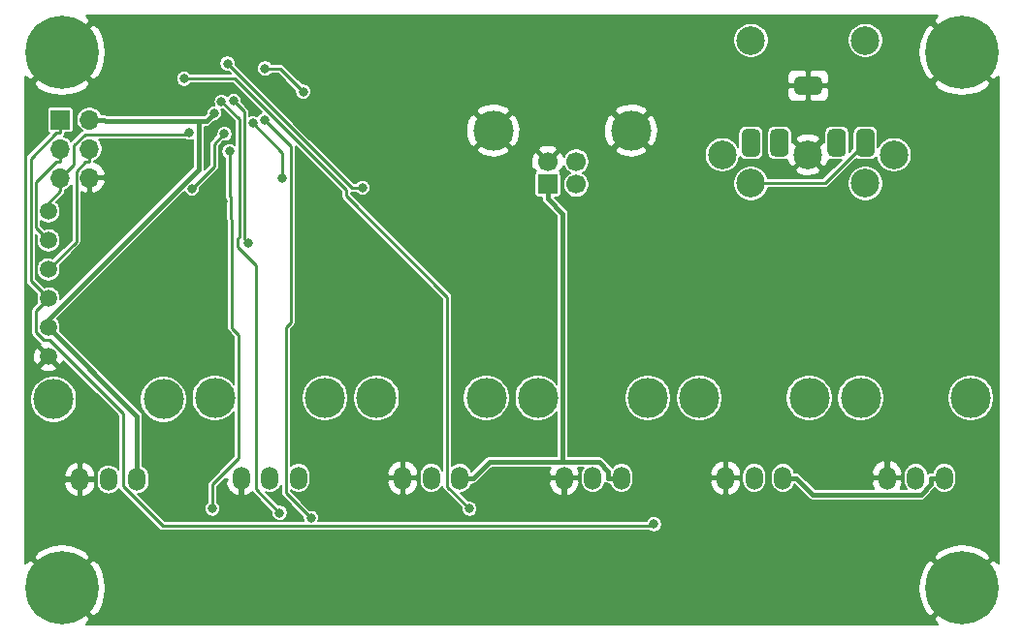
<source format=gbr>
G04 #@! TF.GenerationSoftware,KiCad,Pcbnew,(5.1.10)-1*
G04 #@! TF.CreationDate,2021-09-13T18:31:10+02:00*
G04 #@! TF.ProjectId,CardSizeMidiController,43617264-5369-47a6-954d-696469436f6e,rev?*
G04 #@! TF.SameCoordinates,Original*
G04 #@! TF.FileFunction,Copper,L2,Bot*
G04 #@! TF.FilePolarity,Positive*
%FSLAX46Y46*%
G04 Gerber Fmt 4.6, Leading zero omitted, Abs format (unit mm)*
G04 Created by KiCad (PCBNEW (5.1.10)-1) date 2021-09-13 18:31:10*
%MOMM*%
%LPD*%
G01*
G04 APERTURE LIST*
G04 #@! TA.AperFunction,SMDPad,CuDef*
%ADD10C,1.500000*%
G04 #@! TD*
G04 #@! TA.AperFunction,ComponentPad*
%ADD11O,1.500000X2.000000*%
G04 #@! TD*
G04 #@! TA.AperFunction,ComponentPad*
%ADD12C,3.500000*%
G04 #@! TD*
G04 #@! TA.AperFunction,ComponentPad*
%ADD13R,1.700000X1.700000*%
G04 #@! TD*
G04 #@! TA.AperFunction,ComponentPad*
%ADD14O,1.700000X1.700000*%
G04 #@! TD*
G04 #@! TA.AperFunction,ComponentPad*
%ADD15C,1.700000*%
G04 #@! TD*
G04 #@! TA.AperFunction,ComponentPad*
%ADD16C,0.800000*%
G04 #@! TD*
G04 #@! TA.AperFunction,ComponentPad*
%ADD17C,6.400000*%
G04 #@! TD*
G04 #@! TA.AperFunction,ComponentPad*
%ADD18C,2.499360*%
G04 #@! TD*
G04 #@! TA.AperFunction,ViaPad*
%ADD19C,0.800000*%
G04 #@! TD*
G04 #@! TA.AperFunction,Conductor*
%ADD20C,0.400000*%
G04 #@! TD*
G04 #@! TA.AperFunction,Conductor*
%ADD21C,0.250000*%
G04 #@! TD*
G04 #@! TA.AperFunction,Conductor*
%ADD22C,0.200000*%
G04 #@! TD*
G04 #@! TA.AperFunction,Conductor*
%ADD23C,0.100000*%
G04 #@! TD*
G04 APERTURE END LIST*
D10*
X2378000Y-30164000D03*
X2378000Y-22544000D03*
X2378000Y-27624000D03*
X2378000Y-17464000D03*
X2378000Y-20004000D03*
X2378000Y-25084000D03*
G04 #@! TA.AperFunction,ComponentPad*
G36*
G01*
X69907000Y-6077000D02*
X69907000Y-6877000D01*
G75*
G02*
X69507000Y-7277000I-400000J0D01*
G01*
X67907000Y-7277000D01*
G75*
G02*
X67507000Y-6877000I0J400000D01*
G01*
X67507000Y-6077000D01*
G75*
G02*
X67907000Y-5677000I400000J0D01*
G01*
X69507000Y-5677000D01*
G75*
G02*
X69907000Y-6077000I0J-400000D01*
G01*
G37*
G04 #@! TD.AperFunction*
G04 #@! TA.AperFunction,ComponentPad*
G36*
G01*
X67007000Y-10677000D02*
X67007000Y-12277000D01*
G75*
G02*
X66607000Y-12677000I-400000J0D01*
G01*
X65807000Y-12677000D01*
G75*
G02*
X65407000Y-12277000I0J400000D01*
G01*
X65407000Y-10677000D01*
G75*
G02*
X65807000Y-10277000I400000J0D01*
G01*
X66607000Y-10277000D01*
G75*
G02*
X67007000Y-10677000I0J-400000D01*
G01*
G37*
G04 #@! TD.AperFunction*
G04 #@! TA.AperFunction,ComponentPad*
G36*
G01*
X72007000Y-10677000D02*
X72007000Y-12277000D01*
G75*
G02*
X71607000Y-12677000I-400000J0D01*
G01*
X70807000Y-12677000D01*
G75*
G02*
X70407000Y-12277000I0J400000D01*
G01*
X70407000Y-10677000D01*
G75*
G02*
X70807000Y-10277000I400000J0D01*
G01*
X71607000Y-10277000D01*
G75*
G02*
X72007000Y-10677000I0J-400000D01*
G01*
G37*
G04 #@! TD.AperFunction*
G04 #@! TA.AperFunction,ComponentPad*
G36*
G01*
X64507000Y-10677000D02*
X64507000Y-12277000D01*
G75*
G02*
X64107000Y-12677000I-400000J0D01*
G01*
X63307000Y-12677000D01*
G75*
G02*
X62907000Y-12277000I0J400000D01*
G01*
X62907000Y-10677000D01*
G75*
G02*
X63307000Y-10277000I400000J0D01*
G01*
X64107000Y-10277000D01*
G75*
G02*
X64507000Y-10677000I0J-400000D01*
G01*
G37*
G04 #@! TD.AperFunction*
G04 #@! TA.AperFunction,ComponentPad*
G36*
G01*
X74507000Y-10677000D02*
X74507000Y-12277000D01*
G75*
G02*
X74107000Y-12677000I-400000J0D01*
G01*
X73307000Y-12677000D01*
G75*
G02*
X72907000Y-12277000I0J400000D01*
G01*
X72907000Y-10677000D01*
G75*
G02*
X73307000Y-10277000I400000J0D01*
G01*
X74107000Y-10277000D01*
G75*
G02*
X74507000Y-10677000I0J-400000D01*
G01*
G37*
G04 #@! TD.AperFunction*
D11*
X5121400Y-40909000D03*
X7621400Y-40909000D03*
X10121400Y-40909000D03*
D12*
X2821400Y-33909000D03*
X12421400Y-33909000D03*
D13*
X3429000Y-9449000D03*
D14*
X5969000Y-9449000D03*
X3429000Y-11989000D03*
X5969000Y-11989000D03*
X3429000Y-14529000D03*
X5969000Y-14529000D03*
D13*
X45974000Y-15113000D03*
D15*
X48474000Y-15113000D03*
X48474000Y-13113000D03*
X45974000Y-13113000D03*
D12*
X41204000Y-10403000D03*
X53244000Y-10403000D03*
D16*
X83866056Y-48721944D03*
X82169000Y-48019000D03*
X80471944Y-48721944D03*
X79769000Y-50419000D03*
X80471944Y-52116056D03*
X82169000Y-52819000D03*
X83866056Y-52116056D03*
X84569000Y-50419000D03*
D17*
X82169000Y-50419000D03*
X3556000Y-3556000D03*
D16*
X5956000Y-3556000D03*
X5253056Y-5253056D03*
X3556000Y-5956000D03*
X1858944Y-5253056D03*
X1156000Y-3556000D03*
X1858944Y-1858944D03*
X3556000Y-1156000D03*
X5253056Y-1858944D03*
X5253056Y-48721944D03*
X3556000Y-48019000D03*
X1858944Y-48721944D03*
X1156000Y-50419000D03*
X1858944Y-52116056D03*
X3556000Y-52819000D03*
X5253056Y-52116056D03*
X5956000Y-50419000D03*
D17*
X3556000Y-50419000D03*
X82169000Y-3556000D03*
D16*
X84569000Y-3556000D03*
X83866056Y-5253056D03*
X82169000Y-5956000D03*
X80471944Y-5253056D03*
X79769000Y-3556000D03*
X80471944Y-1858944D03*
X82169000Y-1156000D03*
X83866056Y-1858944D03*
D18*
X76205080Y-12522200D03*
X63710820Y-15024100D03*
X68707000Y-12524740D03*
X61208920Y-12522200D03*
X73703180Y-15024100D03*
X63705740Y-2527300D03*
X73708260Y-2527300D03*
D12*
X54710700Y-33782000D03*
X45110700Y-33782000D03*
D11*
X52410700Y-40782000D03*
X49910700Y-40782000D03*
X47410700Y-40782000D03*
X61507100Y-40782000D03*
X64007100Y-40782000D03*
X66507100Y-40782000D03*
D12*
X59207100Y-33782000D03*
X68807100Y-33782000D03*
X26517900Y-33782000D03*
X16917900Y-33782000D03*
D11*
X24217900Y-40782000D03*
X21717900Y-40782000D03*
X19217900Y-40782000D03*
X75603600Y-40782000D03*
X78103600Y-40782000D03*
X80603600Y-40782000D03*
D12*
X73303600Y-33782000D03*
X82903600Y-33782000D03*
D11*
X33314300Y-40782000D03*
X35814300Y-40782000D03*
X38314300Y-40782000D03*
D12*
X31014300Y-33782000D03*
X40614300Y-33782000D03*
D19*
X12800000Y-20800000D03*
X17600000Y-16600000D03*
X14672900Y-10587700D03*
X16860100Y-8888000D03*
X22783800Y-14570300D03*
X20204200Y-9747800D03*
X18006600Y-4553100D03*
X29800000Y-15400018D03*
X18554400Y-7824800D03*
X19800012Y-20200000D03*
X14909300Y-15488400D03*
X17744900Y-10690500D03*
X25287100Y-44267500D03*
X21234900Y-9485300D03*
X22564700Y-43832000D03*
X17488000Y-7870700D03*
X39138100Y-43476300D03*
X14217300Y-5868300D03*
X55242300Y-44827100D03*
X16689400Y-43457600D03*
X18180400Y-12220700D03*
X21279200Y-4977000D03*
X24614600Y-6998100D03*
D20*
X17000000Y-16600000D02*
X17600000Y-16600000D01*
X12800000Y-20800000D02*
X17000000Y-16600000D01*
D21*
X14672900Y-10587700D02*
X14541600Y-10719000D01*
X14541600Y-10719000D02*
X5574200Y-10719000D01*
X5574200Y-10719000D02*
X4604400Y-11688800D01*
X4604400Y-11688800D02*
X4604400Y-13353600D01*
X4604400Y-13353600D02*
X3429000Y-14529000D01*
X3429000Y-14529000D02*
X3429000Y-15704300D01*
X3429000Y-15704300D02*
X2378000Y-16755300D01*
X2378000Y-16755300D02*
X2378000Y-17464000D01*
D20*
X15473200Y-9565900D02*
X15473200Y-13792800D01*
X15473200Y-13792800D02*
X2378000Y-26888000D01*
X2378000Y-26888000D02*
X2378000Y-27624000D01*
X15473200Y-9565900D02*
X16182200Y-9565900D01*
X16182200Y-9565900D02*
X16860100Y-8888000D01*
X7219300Y-9449000D02*
X7336200Y-9565900D01*
X7336200Y-9565900D02*
X15473200Y-9565900D01*
X10121400Y-40909000D02*
X10121400Y-35367400D01*
X10121400Y-35367400D02*
X2378000Y-27624000D01*
X52410700Y-40782000D02*
X51260400Y-40782000D01*
X38314300Y-40782000D02*
X39464600Y-40782000D01*
X47281500Y-39378100D02*
X40868500Y-39378100D01*
X40868500Y-39378100D02*
X39464600Y-40782000D01*
X51260400Y-40782000D02*
X51260400Y-40206900D01*
X51260400Y-40206900D02*
X50431600Y-39378100D01*
X50431600Y-39378100D02*
X47281500Y-39378100D01*
X45974000Y-16363300D02*
X47281500Y-17670800D01*
X47281500Y-17670800D02*
X47281500Y-39378100D01*
X45974000Y-15113000D02*
X45974000Y-16363300D01*
X80603600Y-40782000D02*
X79453300Y-40782000D01*
X66507100Y-40782000D02*
X67657400Y-40782000D01*
X67657400Y-40782000D02*
X69102200Y-42226800D01*
X69102200Y-42226800D02*
X78553500Y-42226800D01*
X78553500Y-42226800D02*
X79453300Y-41327000D01*
X79453300Y-41327000D02*
X79453300Y-40782000D01*
X5969000Y-9449000D02*
X7219300Y-9449000D01*
D21*
X5969000Y-11989000D02*
X5969000Y-13164300D01*
X2378000Y-22544000D02*
X4793700Y-20128300D01*
X4793700Y-20128300D02*
X4793700Y-13972200D01*
X4793700Y-13972200D02*
X5601600Y-13164300D01*
X5601600Y-13164300D02*
X5969000Y-13164300D01*
X20204200Y-9747800D02*
X22783800Y-12327400D01*
X22783800Y-12327400D02*
X22783800Y-14570300D01*
X18006600Y-4553100D02*
X28853518Y-15400018D01*
X28853518Y-15400018D02*
X29800000Y-15400018D01*
X19478900Y-8749300D02*
X19478900Y-19878888D01*
X19478900Y-19878888D02*
X19800012Y-20200000D01*
X18554400Y-7824800D02*
X19478900Y-8749300D01*
X17744900Y-10690500D02*
X16846200Y-11589200D01*
X16846200Y-11589200D02*
X16846200Y-13551500D01*
X16846200Y-13551500D02*
X14909300Y-15488400D01*
X21234900Y-9485300D02*
X23530500Y-11780900D01*
X23530500Y-11780900D02*
X23530500Y-27190000D01*
X23530500Y-27190000D02*
X23129000Y-27591500D01*
X23129000Y-27591500D02*
X23129000Y-42109400D01*
X23129000Y-42109400D02*
X25287100Y-44267500D01*
X17488000Y-7870700D02*
X19028600Y-9411300D01*
X18874990Y-19851998D02*
X18874990Y-20547948D01*
X18874990Y-20547948D02*
X20504500Y-22177458D01*
X20504500Y-41771800D02*
X22564700Y-43832000D01*
X19028600Y-9411300D02*
X19028600Y-19698388D01*
X19028600Y-19698388D02*
X18874990Y-19851998D01*
X20504500Y-22177458D02*
X20504500Y-41771800D01*
X14217300Y-5868300D02*
X18670500Y-5868300D01*
X18670500Y-5868300D02*
X28345800Y-15543600D01*
X28345800Y-15543600D02*
X28345800Y-16106900D01*
X28345800Y-16106900D02*
X37203700Y-24964800D01*
X37203700Y-24964800D02*
X37203700Y-41541900D01*
X37203700Y-41541900D02*
X39138100Y-43476300D01*
X2378000Y-25084000D02*
X1258800Y-26203200D01*
X1258800Y-26203200D02*
X1258800Y-28025500D01*
X1258800Y-28025500D02*
X1967900Y-28734600D01*
X1967900Y-28734600D02*
X2469600Y-28734600D01*
X2469600Y-28734600D02*
X8871400Y-35136400D01*
X8871400Y-35136400D02*
X8871400Y-41480600D01*
X8871400Y-41480600D02*
X12383600Y-44992800D01*
X12383600Y-44992800D02*
X55076600Y-44992800D01*
X55076600Y-44992800D02*
X55242300Y-44827100D01*
X3429000Y-9449000D02*
X3429000Y-10624300D01*
X3429000Y-10624300D02*
X3061700Y-10624300D01*
X3061700Y-10624300D02*
X827600Y-12858400D01*
X827600Y-12858400D02*
X827600Y-23533600D01*
X827600Y-23533600D02*
X2378000Y-25084000D01*
X3429000Y-13164300D02*
X3061700Y-13164300D01*
X3061700Y-13164300D02*
X1279500Y-14946500D01*
X1279500Y-14946500D02*
X1279500Y-18905500D01*
X1279500Y-18905500D02*
X2378000Y-20004000D01*
X3429000Y-11989000D02*
X3429000Y-13164300D01*
X18998900Y-39050800D02*
X16689400Y-41360300D01*
X18400000Y-27647500D02*
X18998900Y-28246400D01*
X16689400Y-41360300D02*
X16689400Y-43457600D01*
X18998900Y-28246400D02*
X18998900Y-39050800D01*
X18400000Y-18223000D02*
X18400000Y-27647500D01*
X18325002Y-18148002D02*
X18400000Y-18223000D01*
X18325002Y-16251998D02*
X18325002Y-18148002D01*
X18180400Y-16107396D02*
X18325002Y-16251998D01*
X18180400Y-12220700D02*
X18180400Y-16107396D01*
X24614600Y-6998100D02*
X22593500Y-4977000D01*
X22593500Y-4977000D02*
X21279200Y-4977000D01*
X63710800Y-15024100D02*
X70159900Y-15024100D01*
X70159900Y-15024100D02*
X73707000Y-11477000D01*
D22*
X79681967Y-851178D02*
X82169000Y-3338211D01*
X82183142Y-3324069D01*
X82400931Y-3541858D01*
X82386789Y-3556000D01*
X84873822Y-6043033D01*
X85350000Y-5680725D01*
X85350001Y-48294275D01*
X84873822Y-47931967D01*
X82386789Y-50419000D01*
X82400931Y-50433142D01*
X82183142Y-50650931D01*
X82169000Y-50636789D01*
X79681967Y-53123822D01*
X80044275Y-53600000D01*
X5680725Y-53600000D01*
X6043033Y-53123822D01*
X3556000Y-50636789D01*
X3541858Y-50650931D01*
X3324069Y-50433142D01*
X3338211Y-50419000D01*
X3773789Y-50419000D01*
X6260822Y-52906033D01*
X6739654Y-52541706D01*
X7092601Y-51879818D01*
X7309637Y-51161792D01*
X7381686Y-50422779D01*
X78342577Y-50422779D01*
X78416838Y-51169204D01*
X78635292Y-51886800D01*
X78985346Y-52541706D01*
X79464178Y-52906033D01*
X81951211Y-50419000D01*
X79464178Y-47931967D01*
X78985346Y-48296294D01*
X78632399Y-48958182D01*
X78415363Y-49676208D01*
X78342577Y-50422779D01*
X7381686Y-50422779D01*
X7382423Y-50415221D01*
X7308162Y-49668796D01*
X7089708Y-48951200D01*
X6739654Y-48296294D01*
X6260822Y-47931967D01*
X3773789Y-50419000D01*
X3338211Y-50419000D01*
X851178Y-47931967D01*
X375000Y-48294275D01*
X375000Y-47714178D01*
X1068967Y-47714178D01*
X3556000Y-50201211D01*
X6043033Y-47714178D01*
X79681967Y-47714178D01*
X82169000Y-50201211D01*
X84656033Y-47714178D01*
X84291706Y-47235346D01*
X83629818Y-46882399D01*
X82911792Y-46665363D01*
X82165221Y-46592577D01*
X81418796Y-46666838D01*
X80701200Y-46885292D01*
X80046294Y-47235346D01*
X79681967Y-47714178D01*
X6043033Y-47714178D01*
X5678706Y-47235346D01*
X5016818Y-46882399D01*
X4298792Y-46665363D01*
X3552221Y-46592577D01*
X2805796Y-46666838D01*
X2088200Y-46885292D01*
X1433294Y-47235346D01*
X1068967Y-47714178D01*
X375000Y-47714178D01*
X375000Y-41277469D01*
X3759740Y-41277469D01*
X3809016Y-41540839D01*
X3908726Y-41789535D01*
X4055038Y-42014000D01*
X4242330Y-42205608D01*
X4463404Y-42356996D01*
X4709765Y-42462345D01*
X4758228Y-42467538D01*
X4967400Y-42355127D01*
X4967400Y-41063000D01*
X5275400Y-41063000D01*
X5275400Y-42355127D01*
X5484572Y-42467538D01*
X5533035Y-42462345D01*
X5779396Y-42356996D01*
X6000470Y-42205608D01*
X6187762Y-42014000D01*
X6334074Y-41789535D01*
X6433784Y-41540839D01*
X6483060Y-41277469D01*
X6332828Y-41063000D01*
X5275400Y-41063000D01*
X4967400Y-41063000D01*
X3909972Y-41063000D01*
X3759740Y-41277469D01*
X375000Y-41277469D01*
X375000Y-40540531D01*
X3759740Y-40540531D01*
X3909972Y-40755000D01*
X4967400Y-40755000D01*
X4967400Y-39462873D01*
X5275400Y-39462873D01*
X5275400Y-40755000D01*
X6332828Y-40755000D01*
X6483060Y-40540531D01*
X6433784Y-40277161D01*
X6334074Y-40028465D01*
X6187762Y-39804000D01*
X6000470Y-39612392D01*
X5779396Y-39461004D01*
X5533035Y-39355655D01*
X5484572Y-39350462D01*
X5275400Y-39462873D01*
X4967400Y-39462873D01*
X4758228Y-39350462D01*
X4709765Y-39355655D01*
X4463404Y-39461004D01*
X4242330Y-39612392D01*
X4055038Y-39804000D01*
X3908726Y-40028465D01*
X3809016Y-40277161D01*
X3759740Y-40540531D01*
X375000Y-40540531D01*
X375000Y-33707093D01*
X771400Y-33707093D01*
X771400Y-34110907D01*
X850180Y-34506963D01*
X1004714Y-34880039D01*
X1229061Y-35215799D01*
X1514601Y-35501339D01*
X1850361Y-35725686D01*
X2223437Y-35880220D01*
X2619493Y-35959000D01*
X3023307Y-35959000D01*
X3419363Y-35880220D01*
X3792439Y-35725686D01*
X4128199Y-35501339D01*
X4413739Y-35215799D01*
X4638086Y-34880039D01*
X4792620Y-34506963D01*
X4871400Y-34110907D01*
X4871400Y-33707093D01*
X4792620Y-33311037D01*
X4638086Y-32937961D01*
X4413739Y-32602201D01*
X4128199Y-32316661D01*
X3792439Y-32092314D01*
X3419363Y-31937780D01*
X3023307Y-31859000D01*
X2619493Y-31859000D01*
X2223437Y-31937780D01*
X1850361Y-32092314D01*
X1514601Y-32316661D01*
X1229061Y-32602201D01*
X1004714Y-32937961D01*
X850180Y-33311037D01*
X771400Y-33707093D01*
X375000Y-33707093D01*
X375000Y-31123369D01*
X1636420Y-31123369D01*
X1705638Y-31351427D01*
X1950213Y-31459782D01*
X2211227Y-31518341D01*
X2478650Y-31524853D01*
X2742205Y-31479069D01*
X2991764Y-31382747D01*
X3050362Y-31351427D01*
X3119580Y-31123369D01*
X2378000Y-30381789D01*
X1636420Y-31123369D01*
X375000Y-31123369D01*
X375000Y-30264650D01*
X1017147Y-30264650D01*
X1062931Y-30528205D01*
X1159253Y-30777764D01*
X1190573Y-30836362D01*
X1418631Y-30905580D01*
X2160211Y-30164000D01*
X1418631Y-29422420D01*
X1190573Y-29491638D01*
X1082218Y-29736213D01*
X1023659Y-29997227D01*
X1017147Y-30264650D01*
X375000Y-30264650D01*
X375000Y-12858400D01*
X400545Y-12858400D01*
X402600Y-12879267D01*
X402601Y-23512723D01*
X400545Y-23533600D01*
X408750Y-23616914D01*
X433053Y-23697027D01*
X472517Y-23770860D01*
X525627Y-23835574D01*
X541839Y-23848879D01*
X1398324Y-24705364D01*
X1368350Y-24777726D01*
X1328000Y-24980584D01*
X1328000Y-25187416D01*
X1368350Y-25390274D01*
X1398324Y-25462636D01*
X973043Y-25887917D01*
X956826Y-25901226D01*
X903716Y-25965941D01*
X864252Y-26039774D01*
X839950Y-26119887D01*
X833800Y-26182327D01*
X833800Y-26182333D01*
X831745Y-26203200D01*
X833800Y-26224067D01*
X833801Y-28004623D01*
X831745Y-28025500D01*
X839950Y-28108814D01*
X864253Y-28188927D01*
X903717Y-28262760D01*
X928810Y-28293336D01*
X940472Y-28307545D01*
X956827Y-28327474D01*
X973039Y-28340779D01*
X1652619Y-29020360D01*
X1665926Y-29036574D01*
X1683139Y-29050701D01*
X1636420Y-29204631D01*
X2378000Y-29946211D01*
X2392142Y-29932069D01*
X2609931Y-30149858D01*
X2595789Y-30164000D01*
X3337369Y-30905580D01*
X3565427Y-30836362D01*
X3673782Y-30591787D01*
X3683304Y-30549344D01*
X8446400Y-35312441D01*
X8446401Y-40009143D01*
X8367454Y-39912946D01*
X8207571Y-39781733D01*
X8025161Y-39684233D01*
X7827235Y-39624193D01*
X7621400Y-39603920D01*
X7415564Y-39624193D01*
X7217638Y-39684233D01*
X7035229Y-39781733D01*
X6875346Y-39912946D01*
X6744133Y-40072829D01*
X6646633Y-40255239D01*
X6586593Y-40453165D01*
X6571400Y-40607423D01*
X6571400Y-41210578D01*
X6586593Y-41364836D01*
X6646633Y-41562762D01*
X6744134Y-41745171D01*
X6875347Y-41905054D01*
X7035230Y-42036267D01*
X7217639Y-42133767D01*
X7415565Y-42193807D01*
X7621400Y-42214080D01*
X7827236Y-42193807D01*
X8025162Y-42133767D01*
X8207571Y-42036267D01*
X8367454Y-41905054D01*
X8498667Y-41745171D01*
X8514791Y-41715005D01*
X8516317Y-41717860D01*
X8569427Y-41782574D01*
X8585639Y-41795879D01*
X12068321Y-45278562D01*
X12081626Y-45294774D01*
X12146340Y-45347884D01*
X12220173Y-45387348D01*
X12275983Y-45404278D01*
X12300285Y-45411650D01*
X12307927Y-45412403D01*
X12362726Y-45417800D01*
X12362733Y-45417800D01*
X12383600Y-45419855D01*
X12404467Y-45417800D01*
X54866378Y-45417800D01*
X54910726Y-45447432D01*
X55038118Y-45500199D01*
X55173356Y-45527100D01*
X55311244Y-45527100D01*
X55446482Y-45500199D01*
X55573874Y-45447432D01*
X55688524Y-45370826D01*
X55786026Y-45273324D01*
X55862632Y-45158674D01*
X55915399Y-45031282D01*
X55942300Y-44896044D01*
X55942300Y-44758156D01*
X55915399Y-44622918D01*
X55862632Y-44495526D01*
X55786026Y-44380876D01*
X55688524Y-44283374D01*
X55573874Y-44206768D01*
X55446482Y-44154001D01*
X55311244Y-44127100D01*
X55173356Y-44127100D01*
X55038118Y-44154001D01*
X54910726Y-44206768D01*
X54796076Y-44283374D01*
X54698574Y-44380876D01*
X54621968Y-44495526D01*
X54592031Y-44567800D01*
X25920386Y-44567800D01*
X25960199Y-44471682D01*
X25987100Y-44336444D01*
X25987100Y-44198556D01*
X25960199Y-44063318D01*
X25907432Y-43935926D01*
X25830826Y-43821276D01*
X25733324Y-43723774D01*
X25618674Y-43647168D01*
X25491282Y-43594401D01*
X25356044Y-43567500D01*
X25218156Y-43567500D01*
X25193121Y-43572480D01*
X23554000Y-41933360D01*
X23554000Y-41845475D01*
X23631730Y-41909267D01*
X23814139Y-42006767D01*
X24012065Y-42066807D01*
X24217900Y-42087080D01*
X24423736Y-42066807D01*
X24621662Y-42006767D01*
X24804071Y-41909267D01*
X24963954Y-41778054D01*
X25095167Y-41618171D01*
X25192667Y-41435761D01*
X25252707Y-41237835D01*
X25261311Y-41150469D01*
X31952640Y-41150469D01*
X32001916Y-41413839D01*
X32101626Y-41662535D01*
X32247938Y-41887000D01*
X32435230Y-42078608D01*
X32656304Y-42229996D01*
X32902665Y-42335345D01*
X32951128Y-42340538D01*
X33160300Y-42228127D01*
X33160300Y-40936000D01*
X33468300Y-40936000D01*
X33468300Y-42228127D01*
X33677472Y-42340538D01*
X33725935Y-42335345D01*
X33972296Y-42229996D01*
X34193370Y-42078608D01*
X34380662Y-41887000D01*
X34526974Y-41662535D01*
X34626684Y-41413839D01*
X34675960Y-41150469D01*
X34525728Y-40936000D01*
X33468300Y-40936000D01*
X33160300Y-40936000D01*
X32102872Y-40936000D01*
X31952640Y-41150469D01*
X25261311Y-41150469D01*
X25267900Y-41083577D01*
X25267900Y-40480422D01*
X25261312Y-40413531D01*
X31952640Y-40413531D01*
X32102872Y-40628000D01*
X33160300Y-40628000D01*
X33160300Y-39335873D01*
X33468300Y-39335873D01*
X33468300Y-40628000D01*
X34525728Y-40628000D01*
X34675960Y-40413531D01*
X34626684Y-40150161D01*
X34526974Y-39901465D01*
X34380662Y-39677000D01*
X34193370Y-39485392D01*
X33972296Y-39334004D01*
X33725935Y-39228655D01*
X33677472Y-39223462D01*
X33468300Y-39335873D01*
X33160300Y-39335873D01*
X32951128Y-39223462D01*
X32902665Y-39228655D01*
X32656304Y-39334004D01*
X32435230Y-39485392D01*
X32247938Y-39677000D01*
X32101626Y-39901465D01*
X32001916Y-40150161D01*
X31952640Y-40413531D01*
X25261312Y-40413531D01*
X25252707Y-40326164D01*
X25192667Y-40128238D01*
X25095167Y-39945829D01*
X24963954Y-39785946D01*
X24804071Y-39654733D01*
X24621661Y-39557233D01*
X24423735Y-39497193D01*
X24217900Y-39476920D01*
X24012064Y-39497193D01*
X23814138Y-39557233D01*
X23631729Y-39654733D01*
X23554000Y-39718524D01*
X23554000Y-33580093D01*
X24467900Y-33580093D01*
X24467900Y-33983907D01*
X24546680Y-34379963D01*
X24701214Y-34753039D01*
X24925561Y-35088799D01*
X25211101Y-35374339D01*
X25546861Y-35598686D01*
X25919937Y-35753220D01*
X26315993Y-35832000D01*
X26719807Y-35832000D01*
X27115863Y-35753220D01*
X27488939Y-35598686D01*
X27824699Y-35374339D01*
X28110239Y-35088799D01*
X28334586Y-34753039D01*
X28489120Y-34379963D01*
X28567900Y-33983907D01*
X28567900Y-33580093D01*
X28964300Y-33580093D01*
X28964300Y-33983907D01*
X29043080Y-34379963D01*
X29197614Y-34753039D01*
X29421961Y-35088799D01*
X29707501Y-35374339D01*
X30043261Y-35598686D01*
X30416337Y-35753220D01*
X30812393Y-35832000D01*
X31216207Y-35832000D01*
X31612263Y-35753220D01*
X31985339Y-35598686D01*
X32321099Y-35374339D01*
X32606639Y-35088799D01*
X32830986Y-34753039D01*
X32985520Y-34379963D01*
X33064300Y-33983907D01*
X33064300Y-33580093D01*
X32985520Y-33184037D01*
X32830986Y-32810961D01*
X32606639Y-32475201D01*
X32321099Y-32189661D01*
X31985339Y-31965314D01*
X31612263Y-31810780D01*
X31216207Y-31732000D01*
X30812393Y-31732000D01*
X30416337Y-31810780D01*
X30043261Y-31965314D01*
X29707501Y-32189661D01*
X29421961Y-32475201D01*
X29197614Y-32810961D01*
X29043080Y-33184037D01*
X28964300Y-33580093D01*
X28567900Y-33580093D01*
X28489120Y-33184037D01*
X28334586Y-32810961D01*
X28110239Y-32475201D01*
X27824699Y-32189661D01*
X27488939Y-31965314D01*
X27115863Y-31810780D01*
X26719807Y-31732000D01*
X26315993Y-31732000D01*
X25919937Y-31810780D01*
X25546861Y-31965314D01*
X25211101Y-32189661D01*
X24925561Y-32475201D01*
X24701214Y-32810961D01*
X24546680Y-33184037D01*
X24467900Y-33580093D01*
X23554000Y-33580093D01*
X23554000Y-27767540D01*
X23816262Y-27505279D01*
X23832474Y-27491974D01*
X23885584Y-27427260D01*
X23924613Y-27354241D01*
X23925048Y-27353428D01*
X23949350Y-27273314D01*
X23954557Y-27220445D01*
X23955500Y-27210874D01*
X23955500Y-27210867D01*
X23957555Y-27190000D01*
X23955500Y-27169133D01*
X23955500Y-11801767D01*
X23957555Y-11780900D01*
X23955500Y-11760033D01*
X23955500Y-11760026D01*
X23954879Y-11753719D01*
X27920800Y-15719641D01*
X27920801Y-16086024D01*
X27918745Y-16106900D01*
X27926950Y-16190214D01*
X27949723Y-16265283D01*
X27951253Y-16270327D01*
X27990717Y-16344160D01*
X28043827Y-16408874D01*
X28060039Y-16422179D01*
X36778700Y-25140841D01*
X36778701Y-40108844D01*
X36691567Y-39945829D01*
X36560354Y-39785946D01*
X36400471Y-39654733D01*
X36218061Y-39557233D01*
X36020135Y-39497193D01*
X35814300Y-39476920D01*
X35608464Y-39497193D01*
X35410538Y-39557233D01*
X35228129Y-39654733D01*
X35068246Y-39785946D01*
X34937033Y-39945829D01*
X34839533Y-40128239D01*
X34779493Y-40326165D01*
X34764300Y-40480423D01*
X34764300Y-41083578D01*
X34779493Y-41237836D01*
X34839533Y-41435762D01*
X34937034Y-41618171D01*
X35068247Y-41778054D01*
X35228130Y-41909267D01*
X35410539Y-42006767D01*
X35608465Y-42066807D01*
X35814300Y-42087080D01*
X36020136Y-42066807D01*
X36218062Y-42006767D01*
X36400471Y-41909267D01*
X36560354Y-41778054D01*
X36691567Y-41618171D01*
X36778701Y-41455154D01*
X36778701Y-41521023D01*
X36776645Y-41541900D01*
X36784850Y-41625214D01*
X36796172Y-41662535D01*
X36809153Y-41705327D01*
X36848617Y-41779160D01*
X36901727Y-41843874D01*
X36917939Y-41857179D01*
X38443080Y-43382321D01*
X38438100Y-43407356D01*
X38438100Y-43545244D01*
X38465001Y-43680482D01*
X38517768Y-43807874D01*
X38594374Y-43922524D01*
X38691876Y-44020026D01*
X38806526Y-44096632D01*
X38933918Y-44149399D01*
X39069156Y-44176300D01*
X39207044Y-44176300D01*
X39342282Y-44149399D01*
X39469674Y-44096632D01*
X39584324Y-44020026D01*
X39681826Y-43922524D01*
X39758432Y-43807874D01*
X39811199Y-43680482D01*
X39838100Y-43545244D01*
X39838100Y-43407356D01*
X39811199Y-43272118D01*
X39758432Y-43144726D01*
X39681826Y-43030076D01*
X39584324Y-42932574D01*
X39469674Y-42855968D01*
X39342282Y-42803201D01*
X39207044Y-42776300D01*
X39069156Y-42776300D01*
X39044121Y-42781280D01*
X38346727Y-42083886D01*
X38520136Y-42066807D01*
X38718062Y-42006767D01*
X38900471Y-41909267D01*
X39060354Y-41778054D01*
X39191567Y-41618171D01*
X39289067Y-41435761D01*
X39335710Y-41282000D01*
X39440040Y-41282000D01*
X39464600Y-41284419D01*
X39489160Y-41282000D01*
X39562617Y-41274765D01*
X39656867Y-41246175D01*
X39743729Y-41199746D01*
X39803773Y-41150469D01*
X46049040Y-41150469D01*
X46098316Y-41413839D01*
X46198026Y-41662535D01*
X46344338Y-41887000D01*
X46531630Y-42078608D01*
X46752704Y-42229996D01*
X46999065Y-42335345D01*
X47047528Y-42340538D01*
X47256700Y-42228127D01*
X47256700Y-40936000D01*
X47564700Y-40936000D01*
X47564700Y-42228127D01*
X47773872Y-42340538D01*
X47822335Y-42335345D01*
X48068696Y-42229996D01*
X48289770Y-42078608D01*
X48477062Y-41887000D01*
X48623374Y-41662535D01*
X48723084Y-41413839D01*
X48772360Y-41150469D01*
X48622128Y-40936000D01*
X47564700Y-40936000D01*
X47256700Y-40936000D01*
X46199272Y-40936000D01*
X46049040Y-41150469D01*
X39803773Y-41150469D01*
X39819864Y-41137264D01*
X39835529Y-41118176D01*
X41075607Y-39878100D01*
X46213256Y-39878100D01*
X46198026Y-39901465D01*
X46098316Y-40150161D01*
X46049040Y-40413531D01*
X46199272Y-40628000D01*
X47256700Y-40628000D01*
X47256700Y-40608000D01*
X47564700Y-40608000D01*
X47564700Y-40628000D01*
X48622128Y-40628000D01*
X48772360Y-40413531D01*
X48723084Y-40150161D01*
X48623374Y-39901465D01*
X48608144Y-39878100D01*
X49089017Y-39878100D01*
X49033433Y-39945829D01*
X48935933Y-40128239D01*
X48875893Y-40326165D01*
X48860700Y-40480423D01*
X48860700Y-41083578D01*
X48875893Y-41237836D01*
X48935933Y-41435762D01*
X49033434Y-41618171D01*
X49164647Y-41778054D01*
X49324530Y-41909267D01*
X49506939Y-42006767D01*
X49704865Y-42066807D01*
X49910700Y-42087080D01*
X50116536Y-42066807D01*
X50314462Y-42006767D01*
X50496871Y-41909267D01*
X50656754Y-41778054D01*
X50787967Y-41618171D01*
X50885467Y-41435761D01*
X50945507Y-41237835D01*
X50951652Y-41175439D01*
X50981271Y-41199746D01*
X51068133Y-41246175D01*
X51162383Y-41274765D01*
X51260400Y-41284419D01*
X51284960Y-41282000D01*
X51389290Y-41282000D01*
X51435933Y-41435762D01*
X51533434Y-41618171D01*
X51664647Y-41778054D01*
X51824530Y-41909267D01*
X52006939Y-42006767D01*
X52204865Y-42066807D01*
X52410700Y-42087080D01*
X52616536Y-42066807D01*
X52814462Y-42006767D01*
X52996871Y-41909267D01*
X53156754Y-41778054D01*
X53287967Y-41618171D01*
X53385467Y-41435761D01*
X53445507Y-41237835D01*
X53454111Y-41150469D01*
X60145440Y-41150469D01*
X60194716Y-41413839D01*
X60294426Y-41662535D01*
X60440738Y-41887000D01*
X60628030Y-42078608D01*
X60849104Y-42229996D01*
X61095465Y-42335345D01*
X61143928Y-42340538D01*
X61353100Y-42228127D01*
X61353100Y-40936000D01*
X61661100Y-40936000D01*
X61661100Y-42228127D01*
X61870272Y-42340538D01*
X61918735Y-42335345D01*
X62165096Y-42229996D01*
X62386170Y-42078608D01*
X62573462Y-41887000D01*
X62719774Y-41662535D01*
X62819484Y-41413839D01*
X62868760Y-41150469D01*
X62718528Y-40936000D01*
X61661100Y-40936000D01*
X61353100Y-40936000D01*
X60295672Y-40936000D01*
X60145440Y-41150469D01*
X53454111Y-41150469D01*
X53460700Y-41083577D01*
X53460700Y-40480422D01*
X53454112Y-40413531D01*
X60145440Y-40413531D01*
X60295672Y-40628000D01*
X61353100Y-40628000D01*
X61353100Y-39335873D01*
X61661100Y-39335873D01*
X61661100Y-40628000D01*
X62718528Y-40628000D01*
X62821903Y-40480423D01*
X62957100Y-40480423D01*
X62957100Y-41083578D01*
X62972293Y-41237836D01*
X63032333Y-41435762D01*
X63129834Y-41618171D01*
X63261047Y-41778054D01*
X63420930Y-41909267D01*
X63603339Y-42006767D01*
X63801265Y-42066807D01*
X64007100Y-42087080D01*
X64212936Y-42066807D01*
X64410862Y-42006767D01*
X64593271Y-41909267D01*
X64753154Y-41778054D01*
X64884367Y-41618171D01*
X64981867Y-41435761D01*
X65041907Y-41237835D01*
X65057100Y-41083577D01*
X65057100Y-40480423D01*
X65457100Y-40480423D01*
X65457100Y-41083578D01*
X65472293Y-41237836D01*
X65532333Y-41435762D01*
X65629834Y-41618171D01*
X65761047Y-41778054D01*
X65920930Y-41909267D01*
X66103339Y-42006767D01*
X66301265Y-42066807D01*
X66507100Y-42087080D01*
X66712936Y-42066807D01*
X66910862Y-42006767D01*
X67093271Y-41909267D01*
X67253154Y-41778054D01*
X67384367Y-41618171D01*
X67481867Y-41435761D01*
X67510306Y-41342011D01*
X68731280Y-42562987D01*
X68746936Y-42582064D01*
X68823071Y-42644546D01*
X68909933Y-42690975D01*
X69004183Y-42719565D01*
X69102200Y-42729219D01*
X69126760Y-42726800D01*
X78528940Y-42726800D01*
X78553500Y-42729219D01*
X78578060Y-42726800D01*
X78651517Y-42719565D01*
X78745767Y-42690975D01*
X78832629Y-42644546D01*
X78908764Y-42582064D01*
X78924429Y-42562976D01*
X79789487Y-41697920D01*
X79790859Y-41696794D01*
X79857547Y-41778054D01*
X80017430Y-41909267D01*
X80199839Y-42006767D01*
X80397765Y-42066807D01*
X80603600Y-42087080D01*
X80809436Y-42066807D01*
X81007362Y-42006767D01*
X81189771Y-41909267D01*
X81349654Y-41778054D01*
X81480867Y-41618171D01*
X81578367Y-41435761D01*
X81638407Y-41237835D01*
X81653600Y-41083577D01*
X81653600Y-40480422D01*
X81638407Y-40326164D01*
X81578367Y-40128238D01*
X81480867Y-39945829D01*
X81349654Y-39785946D01*
X81189771Y-39654733D01*
X81007361Y-39557233D01*
X80809435Y-39497193D01*
X80603600Y-39476920D01*
X80397764Y-39497193D01*
X80199838Y-39557233D01*
X80017429Y-39654733D01*
X79857546Y-39785946D01*
X79726333Y-39945829D01*
X79628833Y-40128239D01*
X79582190Y-40282000D01*
X79477860Y-40282000D01*
X79453300Y-40279581D01*
X79428740Y-40282000D01*
X79355283Y-40289235D01*
X79261033Y-40317825D01*
X79174171Y-40364254D01*
X79144553Y-40388561D01*
X79138407Y-40326164D01*
X79078367Y-40128238D01*
X78980867Y-39945829D01*
X78849654Y-39785946D01*
X78689771Y-39654733D01*
X78507361Y-39557233D01*
X78309435Y-39497193D01*
X78103600Y-39476920D01*
X77897764Y-39497193D01*
X77699838Y-39557233D01*
X77517429Y-39654733D01*
X77357546Y-39785946D01*
X77226333Y-39945829D01*
X77128833Y-40128239D01*
X77068793Y-40326165D01*
X77053600Y-40480423D01*
X77053600Y-41083578D01*
X77068793Y-41237836D01*
X77128833Y-41435762D01*
X77226334Y-41618171D01*
X77315484Y-41726800D01*
X76774384Y-41726800D01*
X76816274Y-41662535D01*
X76915984Y-41413839D01*
X76965260Y-41150469D01*
X76815028Y-40936000D01*
X75757600Y-40936000D01*
X75757600Y-40956000D01*
X75449600Y-40956000D01*
X75449600Y-40936000D01*
X74392172Y-40936000D01*
X74241940Y-41150469D01*
X74291216Y-41413839D01*
X74390926Y-41662535D01*
X74432816Y-41726800D01*
X69309307Y-41726800D01*
X68028329Y-40445824D01*
X68012664Y-40426736D01*
X67996574Y-40413531D01*
X74241940Y-40413531D01*
X74392172Y-40628000D01*
X75449600Y-40628000D01*
X75449600Y-39335873D01*
X75757600Y-39335873D01*
X75757600Y-40628000D01*
X76815028Y-40628000D01*
X76965260Y-40413531D01*
X76915984Y-40150161D01*
X76816274Y-39901465D01*
X76669962Y-39677000D01*
X76482670Y-39485392D01*
X76261596Y-39334004D01*
X76015235Y-39228655D01*
X75966772Y-39223462D01*
X75757600Y-39335873D01*
X75449600Y-39335873D01*
X75240428Y-39223462D01*
X75191965Y-39228655D01*
X74945604Y-39334004D01*
X74724530Y-39485392D01*
X74537238Y-39677000D01*
X74390926Y-39901465D01*
X74291216Y-40150161D01*
X74241940Y-40413531D01*
X67996574Y-40413531D01*
X67936529Y-40364254D01*
X67849667Y-40317825D01*
X67755417Y-40289235D01*
X67681960Y-40282000D01*
X67657400Y-40279581D01*
X67632840Y-40282000D01*
X67528510Y-40282000D01*
X67481867Y-40128238D01*
X67384367Y-39945829D01*
X67253154Y-39785946D01*
X67093271Y-39654733D01*
X66910861Y-39557233D01*
X66712935Y-39497193D01*
X66507100Y-39476920D01*
X66301264Y-39497193D01*
X66103338Y-39557233D01*
X65920929Y-39654733D01*
X65761046Y-39785946D01*
X65629833Y-39945829D01*
X65532333Y-40128239D01*
X65472293Y-40326165D01*
X65457100Y-40480423D01*
X65057100Y-40480423D01*
X65057100Y-40480422D01*
X65041907Y-40326164D01*
X64981867Y-40128238D01*
X64884367Y-39945829D01*
X64753154Y-39785946D01*
X64593271Y-39654733D01*
X64410861Y-39557233D01*
X64212935Y-39497193D01*
X64007100Y-39476920D01*
X63801264Y-39497193D01*
X63603338Y-39557233D01*
X63420929Y-39654733D01*
X63261046Y-39785946D01*
X63129833Y-39945829D01*
X63032333Y-40128239D01*
X62972293Y-40326165D01*
X62957100Y-40480423D01*
X62821903Y-40480423D01*
X62868760Y-40413531D01*
X62819484Y-40150161D01*
X62719774Y-39901465D01*
X62573462Y-39677000D01*
X62386170Y-39485392D01*
X62165096Y-39334004D01*
X61918735Y-39228655D01*
X61870272Y-39223462D01*
X61661100Y-39335873D01*
X61353100Y-39335873D01*
X61143928Y-39223462D01*
X61095465Y-39228655D01*
X60849104Y-39334004D01*
X60628030Y-39485392D01*
X60440738Y-39677000D01*
X60294426Y-39901465D01*
X60194716Y-40150161D01*
X60145440Y-40413531D01*
X53454112Y-40413531D01*
X53445507Y-40326164D01*
X53385467Y-40128238D01*
X53287967Y-39945829D01*
X53156754Y-39785946D01*
X52996871Y-39654733D01*
X52814461Y-39557233D01*
X52616535Y-39497193D01*
X52410700Y-39476920D01*
X52204864Y-39497193D01*
X52006938Y-39557233D01*
X51824529Y-39654733D01*
X51664646Y-39785946D01*
X51612719Y-39849219D01*
X51596581Y-39835975D01*
X50802529Y-39041924D01*
X50786864Y-39022836D01*
X50710729Y-38960354D01*
X50623867Y-38913925D01*
X50529617Y-38885335D01*
X50456160Y-38878100D01*
X50431600Y-38875681D01*
X50407040Y-38878100D01*
X47781500Y-38878100D01*
X47781500Y-33580093D01*
X52660700Y-33580093D01*
X52660700Y-33983907D01*
X52739480Y-34379963D01*
X52894014Y-34753039D01*
X53118361Y-35088799D01*
X53403901Y-35374339D01*
X53739661Y-35598686D01*
X54112737Y-35753220D01*
X54508793Y-35832000D01*
X54912607Y-35832000D01*
X55308663Y-35753220D01*
X55681739Y-35598686D01*
X56017499Y-35374339D01*
X56303039Y-35088799D01*
X56527386Y-34753039D01*
X56681920Y-34379963D01*
X56760700Y-33983907D01*
X56760700Y-33580093D01*
X57157100Y-33580093D01*
X57157100Y-33983907D01*
X57235880Y-34379963D01*
X57390414Y-34753039D01*
X57614761Y-35088799D01*
X57900301Y-35374339D01*
X58236061Y-35598686D01*
X58609137Y-35753220D01*
X59005193Y-35832000D01*
X59409007Y-35832000D01*
X59805063Y-35753220D01*
X60178139Y-35598686D01*
X60513899Y-35374339D01*
X60799439Y-35088799D01*
X61023786Y-34753039D01*
X61178320Y-34379963D01*
X61257100Y-33983907D01*
X61257100Y-33580093D01*
X66757100Y-33580093D01*
X66757100Y-33983907D01*
X66835880Y-34379963D01*
X66990414Y-34753039D01*
X67214761Y-35088799D01*
X67500301Y-35374339D01*
X67836061Y-35598686D01*
X68209137Y-35753220D01*
X68605193Y-35832000D01*
X69009007Y-35832000D01*
X69405063Y-35753220D01*
X69778139Y-35598686D01*
X70113899Y-35374339D01*
X70399439Y-35088799D01*
X70623786Y-34753039D01*
X70778320Y-34379963D01*
X70857100Y-33983907D01*
X70857100Y-33580093D01*
X71253600Y-33580093D01*
X71253600Y-33983907D01*
X71332380Y-34379963D01*
X71486914Y-34753039D01*
X71711261Y-35088799D01*
X71996801Y-35374339D01*
X72332561Y-35598686D01*
X72705637Y-35753220D01*
X73101693Y-35832000D01*
X73505507Y-35832000D01*
X73901563Y-35753220D01*
X74274639Y-35598686D01*
X74610399Y-35374339D01*
X74895939Y-35088799D01*
X75120286Y-34753039D01*
X75274820Y-34379963D01*
X75353600Y-33983907D01*
X75353600Y-33580093D01*
X80853600Y-33580093D01*
X80853600Y-33983907D01*
X80932380Y-34379963D01*
X81086914Y-34753039D01*
X81311261Y-35088799D01*
X81596801Y-35374339D01*
X81932561Y-35598686D01*
X82305637Y-35753220D01*
X82701693Y-35832000D01*
X83105507Y-35832000D01*
X83501563Y-35753220D01*
X83874639Y-35598686D01*
X84210399Y-35374339D01*
X84495939Y-35088799D01*
X84720286Y-34753039D01*
X84874820Y-34379963D01*
X84953600Y-33983907D01*
X84953600Y-33580093D01*
X84874820Y-33184037D01*
X84720286Y-32810961D01*
X84495939Y-32475201D01*
X84210399Y-32189661D01*
X83874639Y-31965314D01*
X83501563Y-31810780D01*
X83105507Y-31732000D01*
X82701693Y-31732000D01*
X82305637Y-31810780D01*
X81932561Y-31965314D01*
X81596801Y-32189661D01*
X81311261Y-32475201D01*
X81086914Y-32810961D01*
X80932380Y-33184037D01*
X80853600Y-33580093D01*
X75353600Y-33580093D01*
X75274820Y-33184037D01*
X75120286Y-32810961D01*
X74895939Y-32475201D01*
X74610399Y-32189661D01*
X74274639Y-31965314D01*
X73901563Y-31810780D01*
X73505507Y-31732000D01*
X73101693Y-31732000D01*
X72705637Y-31810780D01*
X72332561Y-31965314D01*
X71996801Y-32189661D01*
X71711261Y-32475201D01*
X71486914Y-32810961D01*
X71332380Y-33184037D01*
X71253600Y-33580093D01*
X70857100Y-33580093D01*
X70778320Y-33184037D01*
X70623786Y-32810961D01*
X70399439Y-32475201D01*
X70113899Y-32189661D01*
X69778139Y-31965314D01*
X69405063Y-31810780D01*
X69009007Y-31732000D01*
X68605193Y-31732000D01*
X68209137Y-31810780D01*
X67836061Y-31965314D01*
X67500301Y-32189661D01*
X67214761Y-32475201D01*
X66990414Y-32810961D01*
X66835880Y-33184037D01*
X66757100Y-33580093D01*
X61257100Y-33580093D01*
X61178320Y-33184037D01*
X61023786Y-32810961D01*
X60799439Y-32475201D01*
X60513899Y-32189661D01*
X60178139Y-31965314D01*
X59805063Y-31810780D01*
X59409007Y-31732000D01*
X59005193Y-31732000D01*
X58609137Y-31810780D01*
X58236061Y-31965314D01*
X57900301Y-32189661D01*
X57614761Y-32475201D01*
X57390414Y-32810961D01*
X57235880Y-33184037D01*
X57157100Y-33580093D01*
X56760700Y-33580093D01*
X56681920Y-33184037D01*
X56527386Y-32810961D01*
X56303039Y-32475201D01*
X56017499Y-32189661D01*
X55681739Y-31965314D01*
X55308663Y-31810780D01*
X54912607Y-31732000D01*
X54508793Y-31732000D01*
X54112737Y-31810780D01*
X53739661Y-31965314D01*
X53403901Y-32189661D01*
X53118361Y-32475201D01*
X52894014Y-32810961D01*
X52739480Y-33184037D01*
X52660700Y-33580093D01*
X47781500Y-33580093D01*
X47781500Y-17695357D01*
X47783919Y-17670799D01*
X47779647Y-17627427D01*
X47774265Y-17572783D01*
X47745675Y-17478533D01*
X47699246Y-17391671D01*
X47636764Y-17315536D01*
X47617687Y-17299880D01*
X46582256Y-16264451D01*
X46824000Y-16264451D01*
X46882810Y-16258659D01*
X46939360Y-16241504D01*
X46991477Y-16213647D01*
X47037158Y-16176158D01*
X47074647Y-16130477D01*
X47102504Y-16078360D01*
X47119659Y-16021810D01*
X47125451Y-15963000D01*
X47125451Y-14263000D01*
X47119659Y-14204190D01*
X47102504Y-14147640D01*
X47074647Y-14095523D01*
X47069259Y-14088957D01*
X47118504Y-14039712D01*
X47004959Y-13926167D01*
X47243207Y-13844779D01*
X47361583Y-13583109D01*
X47384016Y-13486641D01*
X47454884Y-13657729D01*
X47580737Y-13846082D01*
X47740918Y-14006263D01*
X47900662Y-14113000D01*
X47740918Y-14219737D01*
X47580737Y-14379918D01*
X47454884Y-14568271D01*
X47368194Y-14777557D01*
X47324000Y-14999735D01*
X47324000Y-15226265D01*
X47368194Y-15448443D01*
X47454884Y-15657729D01*
X47580737Y-15846082D01*
X47740918Y-16006263D01*
X47929271Y-16132116D01*
X48138557Y-16218806D01*
X48360735Y-16263000D01*
X48587265Y-16263000D01*
X48809443Y-16218806D01*
X49018729Y-16132116D01*
X49207082Y-16006263D01*
X49367263Y-15846082D01*
X49493116Y-15657729D01*
X49579806Y-15448443D01*
X49624000Y-15226265D01*
X49624000Y-14999735D01*
X49598487Y-14871470D01*
X62161140Y-14871470D01*
X62161140Y-15176730D01*
X62220694Y-15476125D01*
X62337512Y-15758149D01*
X62507105Y-16011963D01*
X62722957Y-16227815D01*
X62976771Y-16397408D01*
X63258795Y-16514226D01*
X63558190Y-16573780D01*
X63863450Y-16573780D01*
X64162845Y-16514226D01*
X64444869Y-16397408D01*
X64698683Y-16227815D01*
X64914535Y-16011963D01*
X65084128Y-15758149D01*
X65200946Y-15476125D01*
X65206322Y-15449100D01*
X70139033Y-15449100D01*
X70159900Y-15451155D01*
X70180767Y-15449100D01*
X70180774Y-15449100D01*
X70243214Y-15442950D01*
X70323327Y-15418648D01*
X70397160Y-15379184D01*
X70461874Y-15326074D01*
X70475184Y-15309857D01*
X70913571Y-14871470D01*
X72153500Y-14871470D01*
X72153500Y-15176730D01*
X72213054Y-15476125D01*
X72329872Y-15758149D01*
X72499465Y-16011963D01*
X72715317Y-16227815D01*
X72969131Y-16397408D01*
X73251155Y-16514226D01*
X73550550Y-16573780D01*
X73855810Y-16573780D01*
X74155205Y-16514226D01*
X74437229Y-16397408D01*
X74691043Y-16227815D01*
X74906895Y-16011963D01*
X75076488Y-15758149D01*
X75193306Y-15476125D01*
X75252860Y-15176730D01*
X75252860Y-14871470D01*
X75193306Y-14572075D01*
X75076488Y-14290051D01*
X74906895Y-14036237D01*
X74691043Y-13820385D01*
X74437229Y-13650792D01*
X74155205Y-13533974D01*
X73855810Y-13474420D01*
X73550550Y-13474420D01*
X73251155Y-13533974D01*
X72969131Y-13650792D01*
X72715317Y-13820385D01*
X72499465Y-14036237D01*
X72329872Y-14290051D01*
X72213054Y-14572075D01*
X72153500Y-14871470D01*
X70913571Y-14871470D01*
X72922190Y-12862851D01*
X73038566Y-12925056D01*
X73170154Y-12964973D01*
X73307000Y-12978451D01*
X74107000Y-12978451D01*
X74243846Y-12964973D01*
X74375434Y-12925056D01*
X74496705Y-12860235D01*
X74603001Y-12773001D01*
X74660895Y-12702456D01*
X74714954Y-12974225D01*
X74831772Y-13256249D01*
X75001365Y-13510063D01*
X75217217Y-13725915D01*
X75471031Y-13895508D01*
X75753055Y-14012326D01*
X76052450Y-14071880D01*
X76357710Y-14071880D01*
X76657105Y-14012326D01*
X76939129Y-13895508D01*
X77192943Y-13725915D01*
X77408795Y-13510063D01*
X77578388Y-13256249D01*
X77695206Y-12974225D01*
X77754760Y-12674830D01*
X77754760Y-12369570D01*
X77695206Y-12070175D01*
X77578388Y-11788151D01*
X77408795Y-11534337D01*
X77192943Y-11318485D01*
X76939129Y-11148892D01*
X76657105Y-11032074D01*
X76357710Y-10972520D01*
X76052450Y-10972520D01*
X75753055Y-11032074D01*
X75471031Y-11148892D01*
X75217217Y-11318485D01*
X75001365Y-11534337D01*
X74831772Y-11788151D01*
X74808451Y-11844453D01*
X74808451Y-10677000D01*
X74794973Y-10540154D01*
X74755056Y-10408566D01*
X74690235Y-10287295D01*
X74603001Y-10180999D01*
X74496705Y-10093765D01*
X74375434Y-10028944D01*
X74243846Y-9989027D01*
X74107000Y-9975549D01*
X73307000Y-9975549D01*
X73170154Y-9989027D01*
X73038566Y-10028944D01*
X72917295Y-10093765D01*
X72810999Y-10180999D01*
X72723765Y-10287295D01*
X72658944Y-10408566D01*
X72619027Y-10540154D01*
X72605549Y-10677000D01*
X72605549Y-11977410D01*
X72308451Y-12274508D01*
X72308451Y-10677000D01*
X72294973Y-10540154D01*
X72255056Y-10408566D01*
X72190235Y-10287295D01*
X72103001Y-10180999D01*
X71996705Y-10093765D01*
X71875434Y-10028944D01*
X71743846Y-9989027D01*
X71607000Y-9975549D01*
X70807000Y-9975549D01*
X70670154Y-9989027D01*
X70538566Y-10028944D01*
X70417295Y-10093765D01*
X70310999Y-10180999D01*
X70223765Y-10287295D01*
X70158944Y-10408566D01*
X70119027Y-10540154D01*
X70105549Y-10677000D01*
X70105549Y-11464261D01*
X70023448Y-11426081D01*
X68924789Y-12524740D01*
X70023448Y-13623399D01*
X70302538Y-13493612D01*
X70460898Y-13163721D01*
X70524125Y-12917337D01*
X70538566Y-12925056D01*
X70670154Y-12964973D01*
X70807000Y-12978451D01*
X71604509Y-12978451D01*
X69983860Y-14599100D01*
X65206322Y-14599100D01*
X65200946Y-14572075D01*
X65084128Y-14290051D01*
X64914535Y-14036237D01*
X64719486Y-13841188D01*
X67608341Y-13841188D01*
X67738128Y-14120278D01*
X68068019Y-14278638D01*
X68422465Y-14369596D01*
X68787846Y-14389658D01*
X69150120Y-14338052D01*
X69495365Y-14216761D01*
X69675872Y-14120278D01*
X69805659Y-13841188D01*
X68707000Y-12742529D01*
X67608341Y-13841188D01*
X64719486Y-13841188D01*
X64698683Y-13820385D01*
X64444869Y-13650792D01*
X64162845Y-13533974D01*
X63863450Y-13474420D01*
X63558190Y-13474420D01*
X63258795Y-13533974D01*
X62976771Y-13650792D01*
X62722957Y-13820385D01*
X62507105Y-14036237D01*
X62337512Y-14290051D01*
X62220694Y-14572075D01*
X62161140Y-14871470D01*
X49598487Y-14871470D01*
X49579806Y-14777557D01*
X49493116Y-14568271D01*
X49367263Y-14379918D01*
X49207082Y-14219737D01*
X49047338Y-14113000D01*
X49207082Y-14006263D01*
X49367263Y-13846082D01*
X49493116Y-13657729D01*
X49579806Y-13448443D01*
X49624000Y-13226265D01*
X49624000Y-12999735D01*
X49579806Y-12777557D01*
X49493116Y-12568271D01*
X49367263Y-12379918D01*
X49207082Y-12219737D01*
X49018729Y-12093884D01*
X48975685Y-12076054D01*
X51788735Y-12076054D01*
X51978830Y-12406357D01*
X52393976Y-12614686D01*
X52841787Y-12738020D01*
X53305056Y-12771621D01*
X53765978Y-12714197D01*
X54206840Y-12567955D01*
X54509170Y-12406357D01*
X54530341Y-12369570D01*
X59659240Y-12369570D01*
X59659240Y-12674830D01*
X59718794Y-12974225D01*
X59835612Y-13256249D01*
X60005205Y-13510063D01*
X60221057Y-13725915D01*
X60474871Y-13895508D01*
X60756895Y-14012326D01*
X61056290Y-14071880D01*
X61361550Y-14071880D01*
X61660945Y-14012326D01*
X61942969Y-13895508D01*
X62196783Y-13725915D01*
X62412635Y-13510063D01*
X62582228Y-13256249D01*
X62699046Y-12974225D01*
X62753105Y-12702456D01*
X62810999Y-12773001D01*
X62917295Y-12860235D01*
X63038566Y-12925056D01*
X63170154Y-12964973D01*
X63307000Y-12978451D01*
X64107000Y-12978451D01*
X64243846Y-12964973D01*
X64375434Y-12925056D01*
X64496705Y-12860235D01*
X64603001Y-12773001D01*
X64690235Y-12666705D01*
X64755056Y-12545434D01*
X64794973Y-12413846D01*
X64808451Y-12277000D01*
X64808451Y-10677000D01*
X65105549Y-10677000D01*
X65105549Y-12277000D01*
X65119027Y-12413846D01*
X65158944Y-12545434D01*
X65223765Y-12666705D01*
X65310999Y-12773001D01*
X65417295Y-12860235D01*
X65538566Y-12925056D01*
X65670154Y-12964973D01*
X65807000Y-12978451D01*
X66607000Y-12978451D01*
X66743846Y-12964973D01*
X66875434Y-12925056D01*
X66886730Y-12919018D01*
X66893688Y-12967860D01*
X67014979Y-13313105D01*
X67111462Y-13493612D01*
X67390552Y-13623399D01*
X68489211Y-12524740D01*
X67390552Y-11426081D01*
X67308451Y-11464261D01*
X67308451Y-11208292D01*
X67608341Y-11208292D01*
X68707000Y-12306951D01*
X69805659Y-11208292D01*
X69675872Y-10929202D01*
X69345981Y-10770842D01*
X68991535Y-10679884D01*
X68626154Y-10659822D01*
X68263880Y-10711428D01*
X67918635Y-10832719D01*
X67738128Y-10929202D01*
X67608341Y-11208292D01*
X67308451Y-11208292D01*
X67308451Y-10677000D01*
X67294973Y-10540154D01*
X67255056Y-10408566D01*
X67190235Y-10287295D01*
X67103001Y-10180999D01*
X66996705Y-10093765D01*
X66875434Y-10028944D01*
X66743846Y-9989027D01*
X66607000Y-9975549D01*
X65807000Y-9975549D01*
X65670154Y-9989027D01*
X65538566Y-10028944D01*
X65417295Y-10093765D01*
X65310999Y-10180999D01*
X65223765Y-10287295D01*
X65158944Y-10408566D01*
X65119027Y-10540154D01*
X65105549Y-10677000D01*
X64808451Y-10677000D01*
X64794973Y-10540154D01*
X64755056Y-10408566D01*
X64690235Y-10287295D01*
X64603001Y-10180999D01*
X64496705Y-10093765D01*
X64375434Y-10028944D01*
X64243846Y-9989027D01*
X64107000Y-9975549D01*
X63307000Y-9975549D01*
X63170154Y-9989027D01*
X63038566Y-10028944D01*
X62917295Y-10093765D01*
X62810999Y-10180999D01*
X62723765Y-10287295D01*
X62658944Y-10408566D01*
X62619027Y-10540154D01*
X62605549Y-10677000D01*
X62605549Y-11844453D01*
X62582228Y-11788151D01*
X62412635Y-11534337D01*
X62196783Y-11318485D01*
X61942969Y-11148892D01*
X61660945Y-11032074D01*
X61361550Y-10972520D01*
X61056290Y-10972520D01*
X60756895Y-11032074D01*
X60474871Y-11148892D01*
X60221057Y-11318485D01*
X60005205Y-11534337D01*
X59835612Y-11788151D01*
X59718794Y-12070175D01*
X59659240Y-12369570D01*
X54530341Y-12369570D01*
X54699265Y-12076054D01*
X53244000Y-10620789D01*
X51788735Y-12076054D01*
X48975685Y-12076054D01*
X48809443Y-12007194D01*
X48587265Y-11963000D01*
X48360735Y-11963000D01*
X48138557Y-12007194D01*
X47929271Y-12093884D01*
X47740918Y-12219737D01*
X47580737Y-12379918D01*
X47454884Y-12568271D01*
X47387837Y-12730134D01*
X47287587Y-12464248D01*
X47243207Y-12381221D01*
X47004957Y-12299832D01*
X46191789Y-13113000D01*
X46205931Y-13127142D01*
X45988142Y-13344931D01*
X45974000Y-13330789D01*
X45959858Y-13344931D01*
X45742069Y-13127142D01*
X45756211Y-13113000D01*
X44943043Y-12299832D01*
X44704793Y-12381221D01*
X44586417Y-12642891D01*
X44521366Y-12922628D01*
X44512138Y-13209681D01*
X44559089Y-13493018D01*
X44660413Y-13761752D01*
X44704793Y-13844779D01*
X44943041Y-13926167D01*
X44829496Y-14039712D01*
X44878741Y-14088957D01*
X44873353Y-14095523D01*
X44845496Y-14147640D01*
X44828341Y-14204190D01*
X44822549Y-14263000D01*
X44822549Y-15963000D01*
X44828341Y-16021810D01*
X44845496Y-16078360D01*
X44873353Y-16130477D01*
X44910842Y-16176158D01*
X44956523Y-16213647D01*
X45008640Y-16241504D01*
X45065190Y-16258659D01*
X45124000Y-16264451D01*
X45474001Y-16264451D01*
X45474001Y-16338730D01*
X45471581Y-16363300D01*
X45481235Y-16461317D01*
X45503133Y-16533502D01*
X45509826Y-16555567D01*
X45556255Y-16642429D01*
X45618737Y-16718564D01*
X45637819Y-16734224D01*
X46781500Y-17877907D01*
X46781501Y-32592628D01*
X46703039Y-32475201D01*
X46417499Y-32189661D01*
X46081739Y-31965314D01*
X45708663Y-31810780D01*
X45312607Y-31732000D01*
X44908793Y-31732000D01*
X44512737Y-31810780D01*
X44139661Y-31965314D01*
X43803901Y-32189661D01*
X43518361Y-32475201D01*
X43294014Y-32810961D01*
X43139480Y-33184037D01*
X43060700Y-33580093D01*
X43060700Y-33983907D01*
X43139480Y-34379963D01*
X43294014Y-34753039D01*
X43518361Y-35088799D01*
X43803901Y-35374339D01*
X44139661Y-35598686D01*
X44512737Y-35753220D01*
X44908793Y-35832000D01*
X45312607Y-35832000D01*
X45708663Y-35753220D01*
X46081739Y-35598686D01*
X46417499Y-35374339D01*
X46703039Y-35088799D01*
X46781501Y-34971372D01*
X46781501Y-38878100D01*
X40893049Y-38878100D01*
X40868499Y-38875682D01*
X40843949Y-38878100D01*
X40843940Y-38878100D01*
X40770483Y-38885335D01*
X40676233Y-38913925D01*
X40589371Y-38960354D01*
X40513236Y-39022836D01*
X40497580Y-39041913D01*
X39317506Y-40221989D01*
X39289067Y-40128238D01*
X39191567Y-39945829D01*
X39060354Y-39785946D01*
X38900471Y-39654733D01*
X38718061Y-39557233D01*
X38520135Y-39497193D01*
X38314300Y-39476920D01*
X38108464Y-39497193D01*
X37910538Y-39557233D01*
X37728129Y-39654733D01*
X37628700Y-39736333D01*
X37628700Y-33580093D01*
X38564300Y-33580093D01*
X38564300Y-33983907D01*
X38643080Y-34379963D01*
X38797614Y-34753039D01*
X39021961Y-35088799D01*
X39307501Y-35374339D01*
X39643261Y-35598686D01*
X40016337Y-35753220D01*
X40412393Y-35832000D01*
X40816207Y-35832000D01*
X41212263Y-35753220D01*
X41585339Y-35598686D01*
X41921099Y-35374339D01*
X42206639Y-35088799D01*
X42430986Y-34753039D01*
X42585520Y-34379963D01*
X42664300Y-33983907D01*
X42664300Y-33580093D01*
X42585520Y-33184037D01*
X42430986Y-32810961D01*
X42206639Y-32475201D01*
X41921099Y-32189661D01*
X41585339Y-31965314D01*
X41212263Y-31810780D01*
X40816207Y-31732000D01*
X40412393Y-31732000D01*
X40016337Y-31810780D01*
X39643261Y-31965314D01*
X39307501Y-32189661D01*
X39021961Y-32475201D01*
X38797614Y-32810961D01*
X38643080Y-33184037D01*
X38564300Y-33580093D01*
X37628700Y-33580093D01*
X37628700Y-24985666D01*
X37630755Y-24964799D01*
X37628700Y-24943932D01*
X37628700Y-24943926D01*
X37622550Y-24881486D01*
X37598248Y-24801373D01*
X37558784Y-24727540D01*
X37505674Y-24662826D01*
X37489463Y-24649522D01*
X28770800Y-15930860D01*
X28770800Y-15818927D01*
X28853518Y-15827074D01*
X28874392Y-15825018D01*
X29242093Y-15825018D01*
X29256274Y-15846242D01*
X29353776Y-15943744D01*
X29468426Y-16020350D01*
X29595818Y-16073117D01*
X29731056Y-16100018D01*
X29868944Y-16100018D01*
X30004182Y-16073117D01*
X30131574Y-16020350D01*
X30246224Y-15943744D01*
X30343726Y-15846242D01*
X30420332Y-15731592D01*
X30473099Y-15604200D01*
X30500000Y-15468962D01*
X30500000Y-15331074D01*
X30473099Y-15195836D01*
X30420332Y-15068444D01*
X30343726Y-14953794D01*
X30246224Y-14856292D01*
X30131574Y-14779686D01*
X30004182Y-14726919D01*
X29868944Y-14700018D01*
X29731056Y-14700018D01*
X29595818Y-14726919D01*
X29468426Y-14779686D01*
X29353776Y-14856292D01*
X29256274Y-14953794D01*
X29242093Y-14975018D01*
X29029558Y-14975018D01*
X26130594Y-12076054D01*
X39748735Y-12076054D01*
X39938830Y-12406357D01*
X40353976Y-12614686D01*
X40801787Y-12738020D01*
X41265056Y-12771621D01*
X41725978Y-12714197D01*
X42166840Y-12567955D01*
X42469170Y-12406357D01*
X42655818Y-12082043D01*
X45160832Y-12082043D01*
X45974000Y-12895211D01*
X46787168Y-12082043D01*
X46705779Y-11843793D01*
X46444109Y-11725417D01*
X46164372Y-11660366D01*
X45877319Y-11651138D01*
X45593982Y-11698089D01*
X45325248Y-11799413D01*
X45242221Y-11843793D01*
X45160832Y-12082043D01*
X42655818Y-12082043D01*
X42659265Y-12076054D01*
X41204000Y-10620789D01*
X39748735Y-12076054D01*
X26130594Y-12076054D01*
X24518596Y-10464056D01*
X38835379Y-10464056D01*
X38892803Y-10924978D01*
X39039045Y-11365840D01*
X39200643Y-11668170D01*
X39530946Y-11858265D01*
X40986211Y-10403000D01*
X41421789Y-10403000D01*
X42877054Y-11858265D01*
X43207357Y-11668170D01*
X43415686Y-11253024D01*
X43539020Y-10805213D01*
X43563764Y-10464056D01*
X50875379Y-10464056D01*
X50932803Y-10924978D01*
X51079045Y-11365840D01*
X51240643Y-11668170D01*
X51570946Y-11858265D01*
X53026211Y-10403000D01*
X53461789Y-10403000D01*
X54917054Y-11858265D01*
X55247357Y-11668170D01*
X55455686Y-11253024D01*
X55579020Y-10805213D01*
X55612621Y-10341944D01*
X55555197Y-9881022D01*
X55408955Y-9440160D01*
X55247357Y-9137830D01*
X54917054Y-8947735D01*
X53461789Y-10403000D01*
X53026211Y-10403000D01*
X51570946Y-8947735D01*
X51240643Y-9137830D01*
X51032314Y-9552976D01*
X50908980Y-10000787D01*
X50875379Y-10464056D01*
X43563764Y-10464056D01*
X43572621Y-10341944D01*
X43515197Y-9881022D01*
X43368955Y-9440160D01*
X43207357Y-9137830D01*
X42877054Y-8947735D01*
X41421789Y-10403000D01*
X40986211Y-10403000D01*
X39530946Y-8947735D01*
X39200643Y-9137830D01*
X38992314Y-9552976D01*
X38868980Y-10000787D01*
X38835379Y-10464056D01*
X24518596Y-10464056D01*
X22784486Y-8729946D01*
X39748735Y-8729946D01*
X41204000Y-10185211D01*
X42659265Y-8729946D01*
X51788735Y-8729946D01*
X53244000Y-10185211D01*
X54699265Y-8729946D01*
X54509170Y-8399643D01*
X54094024Y-8191314D01*
X53646213Y-8067980D01*
X53182944Y-8034379D01*
X52722022Y-8091803D01*
X52281160Y-8238045D01*
X51978830Y-8399643D01*
X51788735Y-8729946D01*
X42659265Y-8729946D01*
X42469170Y-8399643D01*
X42054024Y-8191314D01*
X41606213Y-8067980D01*
X41142944Y-8034379D01*
X40682022Y-8091803D01*
X40241160Y-8238045D01*
X39938830Y-8399643D01*
X39748735Y-8729946D01*
X22784486Y-8729946D01*
X18962596Y-4908056D01*
X20579200Y-4908056D01*
X20579200Y-5045944D01*
X20606101Y-5181182D01*
X20658868Y-5308574D01*
X20735474Y-5423224D01*
X20832976Y-5520726D01*
X20947626Y-5597332D01*
X21075018Y-5650099D01*
X21210256Y-5677000D01*
X21348144Y-5677000D01*
X21483382Y-5650099D01*
X21610774Y-5597332D01*
X21725424Y-5520726D01*
X21822926Y-5423224D01*
X21837107Y-5402000D01*
X22417460Y-5402000D01*
X23919580Y-6904121D01*
X23914600Y-6929156D01*
X23914600Y-7067044D01*
X23941501Y-7202282D01*
X23994268Y-7329674D01*
X24070874Y-7444324D01*
X24168376Y-7541826D01*
X24283026Y-7618432D01*
X24410418Y-7671199D01*
X24545656Y-7698100D01*
X24683544Y-7698100D01*
X24818782Y-7671199D01*
X24946174Y-7618432D01*
X25060824Y-7541826D01*
X25158326Y-7444324D01*
X25234932Y-7329674D01*
X25256750Y-7277000D01*
X66896058Y-7277000D01*
X66907797Y-7396189D01*
X66942563Y-7510797D01*
X66999020Y-7616421D01*
X67074999Y-7709001D01*
X67167579Y-7784980D01*
X67273203Y-7841437D01*
X67387811Y-7876203D01*
X67507000Y-7887942D01*
X68401000Y-7885000D01*
X68553000Y-7733000D01*
X68553000Y-6631000D01*
X68861000Y-6631000D01*
X68861000Y-7733000D01*
X69013000Y-7885000D01*
X69907000Y-7887942D01*
X70026189Y-7876203D01*
X70140797Y-7841437D01*
X70246421Y-7784980D01*
X70339001Y-7709001D01*
X70414980Y-7616421D01*
X70471437Y-7510797D01*
X70506203Y-7396189D01*
X70517942Y-7277000D01*
X70515000Y-6783000D01*
X70363000Y-6631000D01*
X68861000Y-6631000D01*
X68553000Y-6631000D01*
X67051000Y-6631000D01*
X66899000Y-6783000D01*
X66896058Y-7277000D01*
X25256750Y-7277000D01*
X25287699Y-7202282D01*
X25314600Y-7067044D01*
X25314600Y-6929156D01*
X25287699Y-6793918D01*
X25234932Y-6666526D01*
X25158326Y-6551876D01*
X25060824Y-6454374D01*
X24946174Y-6377768D01*
X24818782Y-6325001D01*
X24683544Y-6298100D01*
X24545656Y-6298100D01*
X24520621Y-6303080D01*
X23894541Y-5677000D01*
X66896058Y-5677000D01*
X66899000Y-6171000D01*
X67051000Y-6323000D01*
X68553000Y-6323000D01*
X68553000Y-5221000D01*
X68861000Y-5221000D01*
X68861000Y-6323000D01*
X70363000Y-6323000D01*
X70425178Y-6260822D01*
X79681967Y-6260822D01*
X80046294Y-6739654D01*
X80708182Y-7092601D01*
X81426208Y-7309637D01*
X82172779Y-7382423D01*
X82919204Y-7308162D01*
X83636800Y-7089708D01*
X84291706Y-6739654D01*
X84656033Y-6260822D01*
X82169000Y-3773789D01*
X79681967Y-6260822D01*
X70425178Y-6260822D01*
X70515000Y-6171000D01*
X70517942Y-5677000D01*
X70506203Y-5557811D01*
X70471437Y-5443203D01*
X70414980Y-5337579D01*
X70339001Y-5244999D01*
X70246421Y-5169020D01*
X70140797Y-5112563D01*
X70026189Y-5077797D01*
X69907000Y-5066058D01*
X69013000Y-5069000D01*
X68861000Y-5221000D01*
X68553000Y-5221000D01*
X68401000Y-5069000D01*
X67507000Y-5066058D01*
X67387811Y-5077797D01*
X67273203Y-5112563D01*
X67167579Y-5169020D01*
X67074999Y-5244999D01*
X66999020Y-5337579D01*
X66942563Y-5443203D01*
X66907797Y-5557811D01*
X66896058Y-5677000D01*
X23894541Y-5677000D01*
X22908783Y-4691243D01*
X22895474Y-4675026D01*
X22830760Y-4621916D01*
X22756927Y-4582452D01*
X22676814Y-4558150D01*
X22614374Y-4552000D01*
X22614367Y-4552000D01*
X22593500Y-4549945D01*
X22572633Y-4552000D01*
X21837107Y-4552000D01*
X21822926Y-4530776D01*
X21725424Y-4433274D01*
X21610774Y-4356668D01*
X21483382Y-4303901D01*
X21348144Y-4277000D01*
X21210256Y-4277000D01*
X21075018Y-4303901D01*
X20947626Y-4356668D01*
X20832976Y-4433274D01*
X20735474Y-4530776D01*
X20658868Y-4645426D01*
X20606101Y-4772818D01*
X20579200Y-4908056D01*
X18962596Y-4908056D01*
X18701620Y-4647080D01*
X18706600Y-4622044D01*
X18706600Y-4484156D01*
X18679699Y-4348918D01*
X18626932Y-4221526D01*
X18550326Y-4106876D01*
X18452824Y-4009374D01*
X18338174Y-3932768D01*
X18210782Y-3880001D01*
X18075544Y-3853100D01*
X17937656Y-3853100D01*
X17802418Y-3880001D01*
X17675026Y-3932768D01*
X17560376Y-4009374D01*
X17462874Y-4106876D01*
X17386268Y-4221526D01*
X17333501Y-4348918D01*
X17306600Y-4484156D01*
X17306600Y-4622044D01*
X17333501Y-4757282D01*
X17386268Y-4884674D01*
X17462874Y-4999324D01*
X17560376Y-5096826D01*
X17675026Y-5173432D01*
X17802418Y-5226199D01*
X17937656Y-5253100D01*
X18075544Y-5253100D01*
X18100580Y-5248120D01*
X18295760Y-5443300D01*
X14775207Y-5443300D01*
X14761026Y-5422076D01*
X14663524Y-5324574D01*
X14548874Y-5247968D01*
X14421482Y-5195201D01*
X14286244Y-5168300D01*
X14148356Y-5168300D01*
X14013118Y-5195201D01*
X13885726Y-5247968D01*
X13771076Y-5324574D01*
X13673574Y-5422076D01*
X13596968Y-5536726D01*
X13544201Y-5664118D01*
X13517300Y-5799356D01*
X13517300Y-5937244D01*
X13544201Y-6072482D01*
X13596968Y-6199874D01*
X13673574Y-6314524D01*
X13771076Y-6412026D01*
X13885726Y-6488632D01*
X14013118Y-6541399D01*
X14148356Y-6568300D01*
X14286244Y-6568300D01*
X14421482Y-6541399D01*
X14548874Y-6488632D01*
X14663524Y-6412026D01*
X14761026Y-6314524D01*
X14775207Y-6293300D01*
X18494460Y-6293300D01*
X21018445Y-8817285D01*
X20903326Y-8864968D01*
X20788676Y-8941574D01*
X20691174Y-9039076D01*
X20614568Y-9153726D01*
X20606007Y-9174395D01*
X20535774Y-9127468D01*
X20408382Y-9074701D01*
X20273144Y-9047800D01*
X20135256Y-9047800D01*
X20000018Y-9074701D01*
X19903900Y-9114514D01*
X19903900Y-8770166D01*
X19905955Y-8749299D01*
X19903900Y-8728432D01*
X19903900Y-8728426D01*
X19897750Y-8665986D01*
X19873448Y-8585873D01*
X19833984Y-8512040D01*
X19780874Y-8447326D01*
X19764663Y-8434022D01*
X19249420Y-7918780D01*
X19254400Y-7893744D01*
X19254400Y-7755856D01*
X19227499Y-7620618D01*
X19174732Y-7493226D01*
X19098126Y-7378576D01*
X19000624Y-7281074D01*
X18885974Y-7204468D01*
X18758582Y-7151701D01*
X18623344Y-7124800D01*
X18485456Y-7124800D01*
X18350218Y-7151701D01*
X18222826Y-7204468D01*
X18108176Y-7281074D01*
X18010674Y-7378576D01*
X18000721Y-7393471D01*
X17934224Y-7326974D01*
X17819574Y-7250368D01*
X17692182Y-7197601D01*
X17556944Y-7170700D01*
X17419056Y-7170700D01*
X17283818Y-7197601D01*
X17156426Y-7250368D01*
X17041776Y-7326974D01*
X16944274Y-7424476D01*
X16867668Y-7539126D01*
X16814901Y-7666518D01*
X16788000Y-7801756D01*
X16788000Y-7939644D01*
X16814901Y-8074882D01*
X16861756Y-8188000D01*
X16791156Y-8188000D01*
X16655918Y-8214901D01*
X16528526Y-8267668D01*
X16413876Y-8344274D01*
X16316374Y-8441776D01*
X16239768Y-8556426D01*
X16187001Y-8683818D01*
X16160100Y-8819056D01*
X16160100Y-8880894D01*
X15975095Y-9065900D01*
X15497760Y-9065900D01*
X15473200Y-9063481D01*
X15448640Y-9065900D01*
X7540646Y-9065900D01*
X7498429Y-9031254D01*
X7411567Y-8984825D01*
X7317317Y-8956235D01*
X7243860Y-8949000D01*
X7219300Y-8946581D01*
X7194740Y-8949000D01*
X7006644Y-8949000D01*
X6988116Y-8904271D01*
X6862263Y-8715918D01*
X6702082Y-8555737D01*
X6513729Y-8429884D01*
X6304443Y-8343194D01*
X6082265Y-8299000D01*
X5855735Y-8299000D01*
X5633557Y-8343194D01*
X5424271Y-8429884D01*
X5235918Y-8555737D01*
X5075737Y-8715918D01*
X4949884Y-8904271D01*
X4863194Y-9113557D01*
X4819000Y-9335735D01*
X4819000Y-9562265D01*
X4863194Y-9784443D01*
X4949884Y-9993729D01*
X5075737Y-10182082D01*
X5235918Y-10342263D01*
X5306146Y-10389188D01*
X5289317Y-10403000D01*
X5272226Y-10417026D01*
X5258921Y-10433238D01*
X4367916Y-11324243D01*
X4322263Y-11255918D01*
X4162082Y-11095737D01*
X3973729Y-10969884D01*
X3765851Y-10883777D01*
X3784084Y-10861560D01*
X3823548Y-10787727D01*
X3847850Y-10707614D01*
X3856056Y-10624300D01*
X3854000Y-10603426D01*
X3854000Y-10600451D01*
X4279000Y-10600451D01*
X4337810Y-10594659D01*
X4394360Y-10577504D01*
X4446477Y-10549647D01*
X4492158Y-10512158D01*
X4529647Y-10466477D01*
X4557504Y-10414360D01*
X4574659Y-10357810D01*
X4580451Y-10299000D01*
X4580451Y-8599000D01*
X4574659Y-8540190D01*
X4557504Y-8483640D01*
X4529647Y-8431523D01*
X4492158Y-8385842D01*
X4446477Y-8348353D01*
X4394360Y-8320496D01*
X4337810Y-8303341D01*
X4279000Y-8297549D01*
X2579000Y-8297549D01*
X2520190Y-8303341D01*
X2463640Y-8320496D01*
X2411523Y-8348353D01*
X2365842Y-8385842D01*
X2328353Y-8431523D01*
X2300496Y-8483640D01*
X2283341Y-8540190D01*
X2277549Y-8599000D01*
X2277549Y-10299000D01*
X2283341Y-10357810D01*
X2300496Y-10414360D01*
X2328353Y-10466477D01*
X2365842Y-10512158D01*
X2411523Y-10549647D01*
X2463640Y-10577504D01*
X2497258Y-10587702D01*
X541844Y-12543116D01*
X525626Y-12556426D01*
X472516Y-12621141D01*
X433052Y-12694974D01*
X408750Y-12775087D01*
X402600Y-12837527D01*
X402600Y-12837533D01*
X400545Y-12858400D01*
X375000Y-12858400D01*
X375000Y-6260822D01*
X1068967Y-6260822D01*
X1433294Y-6739654D01*
X2095182Y-7092601D01*
X2813208Y-7309637D01*
X3559779Y-7382423D01*
X4306204Y-7308162D01*
X5023800Y-7089708D01*
X5678706Y-6739654D01*
X6043033Y-6260822D01*
X3556000Y-3773789D01*
X1068967Y-6260822D01*
X375000Y-6260822D01*
X375000Y-5680725D01*
X851178Y-6043033D01*
X3338211Y-3556000D01*
X3773789Y-3556000D01*
X6260822Y-6043033D01*
X6739654Y-5678706D01*
X7092601Y-5016818D01*
X7309637Y-4298792D01*
X7382423Y-3552221D01*
X7308162Y-2805796D01*
X7176917Y-2374670D01*
X62156060Y-2374670D01*
X62156060Y-2679930D01*
X62215614Y-2979325D01*
X62332432Y-3261349D01*
X62502025Y-3515163D01*
X62717877Y-3731015D01*
X62971691Y-3900608D01*
X63253715Y-4017426D01*
X63553110Y-4076980D01*
X63858370Y-4076980D01*
X64157765Y-4017426D01*
X64439789Y-3900608D01*
X64693603Y-3731015D01*
X64909455Y-3515163D01*
X65079048Y-3261349D01*
X65195866Y-2979325D01*
X65255420Y-2679930D01*
X65255420Y-2374670D01*
X72158580Y-2374670D01*
X72158580Y-2679930D01*
X72218134Y-2979325D01*
X72334952Y-3261349D01*
X72504545Y-3515163D01*
X72720397Y-3731015D01*
X72974211Y-3900608D01*
X73256235Y-4017426D01*
X73555630Y-4076980D01*
X73860890Y-4076980D01*
X74160285Y-4017426D01*
X74442309Y-3900608D01*
X74696123Y-3731015D01*
X74867359Y-3559779D01*
X78342577Y-3559779D01*
X78416838Y-4306204D01*
X78635292Y-5023800D01*
X78985346Y-5678706D01*
X79464178Y-6043033D01*
X81951211Y-3556000D01*
X79464178Y-1068967D01*
X78985346Y-1433294D01*
X78632399Y-2095182D01*
X78415363Y-2813208D01*
X78342577Y-3559779D01*
X74867359Y-3559779D01*
X74911975Y-3515163D01*
X75081568Y-3261349D01*
X75198386Y-2979325D01*
X75257940Y-2679930D01*
X75257940Y-2374670D01*
X75198386Y-2075275D01*
X75081568Y-1793251D01*
X74911975Y-1539437D01*
X74696123Y-1323585D01*
X74442309Y-1153992D01*
X74160285Y-1037174D01*
X73860890Y-977620D01*
X73555630Y-977620D01*
X73256235Y-1037174D01*
X72974211Y-1153992D01*
X72720397Y-1323585D01*
X72504545Y-1539437D01*
X72334952Y-1793251D01*
X72218134Y-2075275D01*
X72158580Y-2374670D01*
X65255420Y-2374670D01*
X65195866Y-2075275D01*
X65079048Y-1793251D01*
X64909455Y-1539437D01*
X64693603Y-1323585D01*
X64439789Y-1153992D01*
X64157765Y-1037174D01*
X63858370Y-977620D01*
X63553110Y-977620D01*
X63253715Y-1037174D01*
X62971691Y-1153992D01*
X62717877Y-1323585D01*
X62502025Y-1539437D01*
X62332432Y-1793251D01*
X62215614Y-2075275D01*
X62156060Y-2374670D01*
X7176917Y-2374670D01*
X7089708Y-2088200D01*
X6739654Y-1433294D01*
X6260822Y-1068967D01*
X3773789Y-3556000D01*
X3338211Y-3556000D01*
X3324069Y-3541858D01*
X3541858Y-3324069D01*
X3556000Y-3338211D01*
X6043033Y-851178D01*
X5680725Y-375000D01*
X80044275Y-375000D01*
X79681967Y-851178D01*
G04 #@! TA.AperFunction,Conductor*
D23*
G36*
X79681967Y-851178D02*
G01*
X82169000Y-3338211D01*
X82183142Y-3324069D01*
X82400931Y-3541858D01*
X82386789Y-3556000D01*
X84873822Y-6043033D01*
X85350000Y-5680725D01*
X85350001Y-48294275D01*
X84873822Y-47931967D01*
X82386789Y-50419000D01*
X82400931Y-50433142D01*
X82183142Y-50650931D01*
X82169000Y-50636789D01*
X79681967Y-53123822D01*
X80044275Y-53600000D01*
X5680725Y-53600000D01*
X6043033Y-53123822D01*
X3556000Y-50636789D01*
X3541858Y-50650931D01*
X3324069Y-50433142D01*
X3338211Y-50419000D01*
X3773789Y-50419000D01*
X6260822Y-52906033D01*
X6739654Y-52541706D01*
X7092601Y-51879818D01*
X7309637Y-51161792D01*
X7381686Y-50422779D01*
X78342577Y-50422779D01*
X78416838Y-51169204D01*
X78635292Y-51886800D01*
X78985346Y-52541706D01*
X79464178Y-52906033D01*
X81951211Y-50419000D01*
X79464178Y-47931967D01*
X78985346Y-48296294D01*
X78632399Y-48958182D01*
X78415363Y-49676208D01*
X78342577Y-50422779D01*
X7381686Y-50422779D01*
X7382423Y-50415221D01*
X7308162Y-49668796D01*
X7089708Y-48951200D01*
X6739654Y-48296294D01*
X6260822Y-47931967D01*
X3773789Y-50419000D01*
X3338211Y-50419000D01*
X851178Y-47931967D01*
X375000Y-48294275D01*
X375000Y-47714178D01*
X1068967Y-47714178D01*
X3556000Y-50201211D01*
X6043033Y-47714178D01*
X79681967Y-47714178D01*
X82169000Y-50201211D01*
X84656033Y-47714178D01*
X84291706Y-47235346D01*
X83629818Y-46882399D01*
X82911792Y-46665363D01*
X82165221Y-46592577D01*
X81418796Y-46666838D01*
X80701200Y-46885292D01*
X80046294Y-47235346D01*
X79681967Y-47714178D01*
X6043033Y-47714178D01*
X5678706Y-47235346D01*
X5016818Y-46882399D01*
X4298792Y-46665363D01*
X3552221Y-46592577D01*
X2805796Y-46666838D01*
X2088200Y-46885292D01*
X1433294Y-47235346D01*
X1068967Y-47714178D01*
X375000Y-47714178D01*
X375000Y-41277469D01*
X3759740Y-41277469D01*
X3809016Y-41540839D01*
X3908726Y-41789535D01*
X4055038Y-42014000D01*
X4242330Y-42205608D01*
X4463404Y-42356996D01*
X4709765Y-42462345D01*
X4758228Y-42467538D01*
X4967400Y-42355127D01*
X4967400Y-41063000D01*
X5275400Y-41063000D01*
X5275400Y-42355127D01*
X5484572Y-42467538D01*
X5533035Y-42462345D01*
X5779396Y-42356996D01*
X6000470Y-42205608D01*
X6187762Y-42014000D01*
X6334074Y-41789535D01*
X6433784Y-41540839D01*
X6483060Y-41277469D01*
X6332828Y-41063000D01*
X5275400Y-41063000D01*
X4967400Y-41063000D01*
X3909972Y-41063000D01*
X3759740Y-41277469D01*
X375000Y-41277469D01*
X375000Y-40540531D01*
X3759740Y-40540531D01*
X3909972Y-40755000D01*
X4967400Y-40755000D01*
X4967400Y-39462873D01*
X5275400Y-39462873D01*
X5275400Y-40755000D01*
X6332828Y-40755000D01*
X6483060Y-40540531D01*
X6433784Y-40277161D01*
X6334074Y-40028465D01*
X6187762Y-39804000D01*
X6000470Y-39612392D01*
X5779396Y-39461004D01*
X5533035Y-39355655D01*
X5484572Y-39350462D01*
X5275400Y-39462873D01*
X4967400Y-39462873D01*
X4758228Y-39350462D01*
X4709765Y-39355655D01*
X4463404Y-39461004D01*
X4242330Y-39612392D01*
X4055038Y-39804000D01*
X3908726Y-40028465D01*
X3809016Y-40277161D01*
X3759740Y-40540531D01*
X375000Y-40540531D01*
X375000Y-33707093D01*
X771400Y-33707093D01*
X771400Y-34110907D01*
X850180Y-34506963D01*
X1004714Y-34880039D01*
X1229061Y-35215799D01*
X1514601Y-35501339D01*
X1850361Y-35725686D01*
X2223437Y-35880220D01*
X2619493Y-35959000D01*
X3023307Y-35959000D01*
X3419363Y-35880220D01*
X3792439Y-35725686D01*
X4128199Y-35501339D01*
X4413739Y-35215799D01*
X4638086Y-34880039D01*
X4792620Y-34506963D01*
X4871400Y-34110907D01*
X4871400Y-33707093D01*
X4792620Y-33311037D01*
X4638086Y-32937961D01*
X4413739Y-32602201D01*
X4128199Y-32316661D01*
X3792439Y-32092314D01*
X3419363Y-31937780D01*
X3023307Y-31859000D01*
X2619493Y-31859000D01*
X2223437Y-31937780D01*
X1850361Y-32092314D01*
X1514601Y-32316661D01*
X1229061Y-32602201D01*
X1004714Y-32937961D01*
X850180Y-33311037D01*
X771400Y-33707093D01*
X375000Y-33707093D01*
X375000Y-31123369D01*
X1636420Y-31123369D01*
X1705638Y-31351427D01*
X1950213Y-31459782D01*
X2211227Y-31518341D01*
X2478650Y-31524853D01*
X2742205Y-31479069D01*
X2991764Y-31382747D01*
X3050362Y-31351427D01*
X3119580Y-31123369D01*
X2378000Y-30381789D01*
X1636420Y-31123369D01*
X375000Y-31123369D01*
X375000Y-30264650D01*
X1017147Y-30264650D01*
X1062931Y-30528205D01*
X1159253Y-30777764D01*
X1190573Y-30836362D01*
X1418631Y-30905580D01*
X2160211Y-30164000D01*
X1418631Y-29422420D01*
X1190573Y-29491638D01*
X1082218Y-29736213D01*
X1023659Y-29997227D01*
X1017147Y-30264650D01*
X375000Y-30264650D01*
X375000Y-12858400D01*
X400545Y-12858400D01*
X402600Y-12879267D01*
X402601Y-23512723D01*
X400545Y-23533600D01*
X408750Y-23616914D01*
X433053Y-23697027D01*
X472517Y-23770860D01*
X525627Y-23835574D01*
X541839Y-23848879D01*
X1398324Y-24705364D01*
X1368350Y-24777726D01*
X1328000Y-24980584D01*
X1328000Y-25187416D01*
X1368350Y-25390274D01*
X1398324Y-25462636D01*
X973043Y-25887917D01*
X956826Y-25901226D01*
X903716Y-25965941D01*
X864252Y-26039774D01*
X839950Y-26119887D01*
X833800Y-26182327D01*
X833800Y-26182333D01*
X831745Y-26203200D01*
X833800Y-26224067D01*
X833801Y-28004623D01*
X831745Y-28025500D01*
X839950Y-28108814D01*
X864253Y-28188927D01*
X903717Y-28262760D01*
X928810Y-28293336D01*
X940472Y-28307545D01*
X956827Y-28327474D01*
X973039Y-28340779D01*
X1652619Y-29020360D01*
X1665926Y-29036574D01*
X1683139Y-29050701D01*
X1636420Y-29204631D01*
X2378000Y-29946211D01*
X2392142Y-29932069D01*
X2609931Y-30149858D01*
X2595789Y-30164000D01*
X3337369Y-30905580D01*
X3565427Y-30836362D01*
X3673782Y-30591787D01*
X3683304Y-30549344D01*
X8446400Y-35312441D01*
X8446401Y-40009143D01*
X8367454Y-39912946D01*
X8207571Y-39781733D01*
X8025161Y-39684233D01*
X7827235Y-39624193D01*
X7621400Y-39603920D01*
X7415564Y-39624193D01*
X7217638Y-39684233D01*
X7035229Y-39781733D01*
X6875346Y-39912946D01*
X6744133Y-40072829D01*
X6646633Y-40255239D01*
X6586593Y-40453165D01*
X6571400Y-40607423D01*
X6571400Y-41210578D01*
X6586593Y-41364836D01*
X6646633Y-41562762D01*
X6744134Y-41745171D01*
X6875347Y-41905054D01*
X7035230Y-42036267D01*
X7217639Y-42133767D01*
X7415565Y-42193807D01*
X7621400Y-42214080D01*
X7827236Y-42193807D01*
X8025162Y-42133767D01*
X8207571Y-42036267D01*
X8367454Y-41905054D01*
X8498667Y-41745171D01*
X8514791Y-41715005D01*
X8516317Y-41717860D01*
X8569427Y-41782574D01*
X8585639Y-41795879D01*
X12068321Y-45278562D01*
X12081626Y-45294774D01*
X12146340Y-45347884D01*
X12220173Y-45387348D01*
X12275983Y-45404278D01*
X12300285Y-45411650D01*
X12307927Y-45412403D01*
X12362726Y-45417800D01*
X12362733Y-45417800D01*
X12383600Y-45419855D01*
X12404467Y-45417800D01*
X54866378Y-45417800D01*
X54910726Y-45447432D01*
X55038118Y-45500199D01*
X55173356Y-45527100D01*
X55311244Y-45527100D01*
X55446482Y-45500199D01*
X55573874Y-45447432D01*
X55688524Y-45370826D01*
X55786026Y-45273324D01*
X55862632Y-45158674D01*
X55915399Y-45031282D01*
X55942300Y-44896044D01*
X55942300Y-44758156D01*
X55915399Y-44622918D01*
X55862632Y-44495526D01*
X55786026Y-44380876D01*
X55688524Y-44283374D01*
X55573874Y-44206768D01*
X55446482Y-44154001D01*
X55311244Y-44127100D01*
X55173356Y-44127100D01*
X55038118Y-44154001D01*
X54910726Y-44206768D01*
X54796076Y-44283374D01*
X54698574Y-44380876D01*
X54621968Y-44495526D01*
X54592031Y-44567800D01*
X25920386Y-44567800D01*
X25960199Y-44471682D01*
X25987100Y-44336444D01*
X25987100Y-44198556D01*
X25960199Y-44063318D01*
X25907432Y-43935926D01*
X25830826Y-43821276D01*
X25733324Y-43723774D01*
X25618674Y-43647168D01*
X25491282Y-43594401D01*
X25356044Y-43567500D01*
X25218156Y-43567500D01*
X25193121Y-43572480D01*
X23554000Y-41933360D01*
X23554000Y-41845475D01*
X23631730Y-41909267D01*
X23814139Y-42006767D01*
X24012065Y-42066807D01*
X24217900Y-42087080D01*
X24423736Y-42066807D01*
X24621662Y-42006767D01*
X24804071Y-41909267D01*
X24963954Y-41778054D01*
X25095167Y-41618171D01*
X25192667Y-41435761D01*
X25252707Y-41237835D01*
X25261311Y-41150469D01*
X31952640Y-41150469D01*
X32001916Y-41413839D01*
X32101626Y-41662535D01*
X32247938Y-41887000D01*
X32435230Y-42078608D01*
X32656304Y-42229996D01*
X32902665Y-42335345D01*
X32951128Y-42340538D01*
X33160300Y-42228127D01*
X33160300Y-40936000D01*
X33468300Y-40936000D01*
X33468300Y-42228127D01*
X33677472Y-42340538D01*
X33725935Y-42335345D01*
X33972296Y-42229996D01*
X34193370Y-42078608D01*
X34380662Y-41887000D01*
X34526974Y-41662535D01*
X34626684Y-41413839D01*
X34675960Y-41150469D01*
X34525728Y-40936000D01*
X33468300Y-40936000D01*
X33160300Y-40936000D01*
X32102872Y-40936000D01*
X31952640Y-41150469D01*
X25261311Y-41150469D01*
X25267900Y-41083577D01*
X25267900Y-40480422D01*
X25261312Y-40413531D01*
X31952640Y-40413531D01*
X32102872Y-40628000D01*
X33160300Y-40628000D01*
X33160300Y-39335873D01*
X33468300Y-39335873D01*
X33468300Y-40628000D01*
X34525728Y-40628000D01*
X34675960Y-40413531D01*
X34626684Y-40150161D01*
X34526974Y-39901465D01*
X34380662Y-39677000D01*
X34193370Y-39485392D01*
X33972296Y-39334004D01*
X33725935Y-39228655D01*
X33677472Y-39223462D01*
X33468300Y-39335873D01*
X33160300Y-39335873D01*
X32951128Y-39223462D01*
X32902665Y-39228655D01*
X32656304Y-39334004D01*
X32435230Y-39485392D01*
X32247938Y-39677000D01*
X32101626Y-39901465D01*
X32001916Y-40150161D01*
X31952640Y-40413531D01*
X25261312Y-40413531D01*
X25252707Y-40326164D01*
X25192667Y-40128238D01*
X25095167Y-39945829D01*
X24963954Y-39785946D01*
X24804071Y-39654733D01*
X24621661Y-39557233D01*
X24423735Y-39497193D01*
X24217900Y-39476920D01*
X24012064Y-39497193D01*
X23814138Y-39557233D01*
X23631729Y-39654733D01*
X23554000Y-39718524D01*
X23554000Y-33580093D01*
X24467900Y-33580093D01*
X24467900Y-33983907D01*
X24546680Y-34379963D01*
X24701214Y-34753039D01*
X24925561Y-35088799D01*
X25211101Y-35374339D01*
X25546861Y-35598686D01*
X25919937Y-35753220D01*
X26315993Y-35832000D01*
X26719807Y-35832000D01*
X27115863Y-35753220D01*
X27488939Y-35598686D01*
X27824699Y-35374339D01*
X28110239Y-35088799D01*
X28334586Y-34753039D01*
X28489120Y-34379963D01*
X28567900Y-33983907D01*
X28567900Y-33580093D01*
X28964300Y-33580093D01*
X28964300Y-33983907D01*
X29043080Y-34379963D01*
X29197614Y-34753039D01*
X29421961Y-35088799D01*
X29707501Y-35374339D01*
X30043261Y-35598686D01*
X30416337Y-35753220D01*
X30812393Y-35832000D01*
X31216207Y-35832000D01*
X31612263Y-35753220D01*
X31985339Y-35598686D01*
X32321099Y-35374339D01*
X32606639Y-35088799D01*
X32830986Y-34753039D01*
X32985520Y-34379963D01*
X33064300Y-33983907D01*
X33064300Y-33580093D01*
X32985520Y-33184037D01*
X32830986Y-32810961D01*
X32606639Y-32475201D01*
X32321099Y-32189661D01*
X31985339Y-31965314D01*
X31612263Y-31810780D01*
X31216207Y-31732000D01*
X30812393Y-31732000D01*
X30416337Y-31810780D01*
X30043261Y-31965314D01*
X29707501Y-32189661D01*
X29421961Y-32475201D01*
X29197614Y-32810961D01*
X29043080Y-33184037D01*
X28964300Y-33580093D01*
X28567900Y-33580093D01*
X28489120Y-33184037D01*
X28334586Y-32810961D01*
X28110239Y-32475201D01*
X27824699Y-32189661D01*
X27488939Y-31965314D01*
X27115863Y-31810780D01*
X26719807Y-31732000D01*
X26315993Y-31732000D01*
X25919937Y-31810780D01*
X25546861Y-31965314D01*
X25211101Y-32189661D01*
X24925561Y-32475201D01*
X24701214Y-32810961D01*
X24546680Y-33184037D01*
X24467900Y-33580093D01*
X23554000Y-33580093D01*
X23554000Y-27767540D01*
X23816262Y-27505279D01*
X23832474Y-27491974D01*
X23885584Y-27427260D01*
X23924613Y-27354241D01*
X23925048Y-27353428D01*
X23949350Y-27273314D01*
X23954557Y-27220445D01*
X23955500Y-27210874D01*
X23955500Y-27210867D01*
X23957555Y-27190000D01*
X23955500Y-27169133D01*
X23955500Y-11801767D01*
X23957555Y-11780900D01*
X23955500Y-11760033D01*
X23955500Y-11760026D01*
X23954879Y-11753719D01*
X27920800Y-15719641D01*
X27920801Y-16086024D01*
X27918745Y-16106900D01*
X27926950Y-16190214D01*
X27949723Y-16265283D01*
X27951253Y-16270327D01*
X27990717Y-16344160D01*
X28043827Y-16408874D01*
X28060039Y-16422179D01*
X36778700Y-25140841D01*
X36778701Y-40108844D01*
X36691567Y-39945829D01*
X36560354Y-39785946D01*
X36400471Y-39654733D01*
X36218061Y-39557233D01*
X36020135Y-39497193D01*
X35814300Y-39476920D01*
X35608464Y-39497193D01*
X35410538Y-39557233D01*
X35228129Y-39654733D01*
X35068246Y-39785946D01*
X34937033Y-39945829D01*
X34839533Y-40128239D01*
X34779493Y-40326165D01*
X34764300Y-40480423D01*
X34764300Y-41083578D01*
X34779493Y-41237836D01*
X34839533Y-41435762D01*
X34937034Y-41618171D01*
X35068247Y-41778054D01*
X35228130Y-41909267D01*
X35410539Y-42006767D01*
X35608465Y-42066807D01*
X35814300Y-42087080D01*
X36020136Y-42066807D01*
X36218062Y-42006767D01*
X36400471Y-41909267D01*
X36560354Y-41778054D01*
X36691567Y-41618171D01*
X36778701Y-41455154D01*
X36778701Y-41521023D01*
X36776645Y-41541900D01*
X36784850Y-41625214D01*
X36796172Y-41662535D01*
X36809153Y-41705327D01*
X36848617Y-41779160D01*
X36901727Y-41843874D01*
X36917939Y-41857179D01*
X38443080Y-43382321D01*
X38438100Y-43407356D01*
X38438100Y-43545244D01*
X38465001Y-43680482D01*
X38517768Y-43807874D01*
X38594374Y-43922524D01*
X38691876Y-44020026D01*
X38806526Y-44096632D01*
X38933918Y-44149399D01*
X39069156Y-44176300D01*
X39207044Y-44176300D01*
X39342282Y-44149399D01*
X39469674Y-44096632D01*
X39584324Y-44020026D01*
X39681826Y-43922524D01*
X39758432Y-43807874D01*
X39811199Y-43680482D01*
X39838100Y-43545244D01*
X39838100Y-43407356D01*
X39811199Y-43272118D01*
X39758432Y-43144726D01*
X39681826Y-43030076D01*
X39584324Y-42932574D01*
X39469674Y-42855968D01*
X39342282Y-42803201D01*
X39207044Y-42776300D01*
X39069156Y-42776300D01*
X39044121Y-42781280D01*
X38346727Y-42083886D01*
X38520136Y-42066807D01*
X38718062Y-42006767D01*
X38900471Y-41909267D01*
X39060354Y-41778054D01*
X39191567Y-41618171D01*
X39289067Y-41435761D01*
X39335710Y-41282000D01*
X39440040Y-41282000D01*
X39464600Y-41284419D01*
X39489160Y-41282000D01*
X39562617Y-41274765D01*
X39656867Y-41246175D01*
X39743729Y-41199746D01*
X39803773Y-41150469D01*
X46049040Y-41150469D01*
X46098316Y-41413839D01*
X46198026Y-41662535D01*
X46344338Y-41887000D01*
X46531630Y-42078608D01*
X46752704Y-42229996D01*
X46999065Y-42335345D01*
X47047528Y-42340538D01*
X47256700Y-42228127D01*
X47256700Y-40936000D01*
X47564700Y-40936000D01*
X47564700Y-42228127D01*
X47773872Y-42340538D01*
X47822335Y-42335345D01*
X48068696Y-42229996D01*
X48289770Y-42078608D01*
X48477062Y-41887000D01*
X48623374Y-41662535D01*
X48723084Y-41413839D01*
X48772360Y-41150469D01*
X48622128Y-40936000D01*
X47564700Y-40936000D01*
X47256700Y-40936000D01*
X46199272Y-40936000D01*
X46049040Y-41150469D01*
X39803773Y-41150469D01*
X39819864Y-41137264D01*
X39835529Y-41118176D01*
X41075607Y-39878100D01*
X46213256Y-39878100D01*
X46198026Y-39901465D01*
X46098316Y-40150161D01*
X46049040Y-40413531D01*
X46199272Y-40628000D01*
X47256700Y-40628000D01*
X47256700Y-40608000D01*
X47564700Y-40608000D01*
X47564700Y-40628000D01*
X48622128Y-40628000D01*
X48772360Y-40413531D01*
X48723084Y-40150161D01*
X48623374Y-39901465D01*
X48608144Y-39878100D01*
X49089017Y-39878100D01*
X49033433Y-39945829D01*
X48935933Y-40128239D01*
X48875893Y-40326165D01*
X48860700Y-40480423D01*
X48860700Y-41083578D01*
X48875893Y-41237836D01*
X48935933Y-41435762D01*
X49033434Y-41618171D01*
X49164647Y-41778054D01*
X49324530Y-41909267D01*
X49506939Y-42006767D01*
X49704865Y-42066807D01*
X49910700Y-42087080D01*
X50116536Y-42066807D01*
X50314462Y-42006767D01*
X50496871Y-41909267D01*
X50656754Y-41778054D01*
X50787967Y-41618171D01*
X50885467Y-41435761D01*
X50945507Y-41237835D01*
X50951652Y-41175439D01*
X50981271Y-41199746D01*
X51068133Y-41246175D01*
X51162383Y-41274765D01*
X51260400Y-41284419D01*
X51284960Y-41282000D01*
X51389290Y-41282000D01*
X51435933Y-41435762D01*
X51533434Y-41618171D01*
X51664647Y-41778054D01*
X51824530Y-41909267D01*
X52006939Y-42006767D01*
X52204865Y-42066807D01*
X52410700Y-42087080D01*
X52616536Y-42066807D01*
X52814462Y-42006767D01*
X52996871Y-41909267D01*
X53156754Y-41778054D01*
X53287967Y-41618171D01*
X53385467Y-41435761D01*
X53445507Y-41237835D01*
X53454111Y-41150469D01*
X60145440Y-41150469D01*
X60194716Y-41413839D01*
X60294426Y-41662535D01*
X60440738Y-41887000D01*
X60628030Y-42078608D01*
X60849104Y-42229996D01*
X61095465Y-42335345D01*
X61143928Y-42340538D01*
X61353100Y-42228127D01*
X61353100Y-40936000D01*
X61661100Y-40936000D01*
X61661100Y-42228127D01*
X61870272Y-42340538D01*
X61918735Y-42335345D01*
X62165096Y-42229996D01*
X62386170Y-42078608D01*
X62573462Y-41887000D01*
X62719774Y-41662535D01*
X62819484Y-41413839D01*
X62868760Y-41150469D01*
X62718528Y-40936000D01*
X61661100Y-40936000D01*
X61353100Y-40936000D01*
X60295672Y-40936000D01*
X60145440Y-41150469D01*
X53454111Y-41150469D01*
X53460700Y-41083577D01*
X53460700Y-40480422D01*
X53454112Y-40413531D01*
X60145440Y-40413531D01*
X60295672Y-40628000D01*
X61353100Y-40628000D01*
X61353100Y-39335873D01*
X61661100Y-39335873D01*
X61661100Y-40628000D01*
X62718528Y-40628000D01*
X62821903Y-40480423D01*
X62957100Y-40480423D01*
X62957100Y-41083578D01*
X62972293Y-41237836D01*
X63032333Y-41435762D01*
X63129834Y-41618171D01*
X63261047Y-41778054D01*
X63420930Y-41909267D01*
X63603339Y-42006767D01*
X63801265Y-42066807D01*
X64007100Y-42087080D01*
X64212936Y-42066807D01*
X64410862Y-42006767D01*
X64593271Y-41909267D01*
X64753154Y-41778054D01*
X64884367Y-41618171D01*
X64981867Y-41435761D01*
X65041907Y-41237835D01*
X65057100Y-41083577D01*
X65057100Y-40480423D01*
X65457100Y-40480423D01*
X65457100Y-41083578D01*
X65472293Y-41237836D01*
X65532333Y-41435762D01*
X65629834Y-41618171D01*
X65761047Y-41778054D01*
X65920930Y-41909267D01*
X66103339Y-42006767D01*
X66301265Y-42066807D01*
X66507100Y-42087080D01*
X66712936Y-42066807D01*
X66910862Y-42006767D01*
X67093271Y-41909267D01*
X67253154Y-41778054D01*
X67384367Y-41618171D01*
X67481867Y-41435761D01*
X67510306Y-41342011D01*
X68731280Y-42562987D01*
X68746936Y-42582064D01*
X68823071Y-42644546D01*
X68909933Y-42690975D01*
X69004183Y-42719565D01*
X69102200Y-42729219D01*
X69126760Y-42726800D01*
X78528940Y-42726800D01*
X78553500Y-42729219D01*
X78578060Y-42726800D01*
X78651517Y-42719565D01*
X78745767Y-42690975D01*
X78832629Y-42644546D01*
X78908764Y-42582064D01*
X78924429Y-42562976D01*
X79789487Y-41697920D01*
X79790859Y-41696794D01*
X79857547Y-41778054D01*
X80017430Y-41909267D01*
X80199839Y-42006767D01*
X80397765Y-42066807D01*
X80603600Y-42087080D01*
X80809436Y-42066807D01*
X81007362Y-42006767D01*
X81189771Y-41909267D01*
X81349654Y-41778054D01*
X81480867Y-41618171D01*
X81578367Y-41435761D01*
X81638407Y-41237835D01*
X81653600Y-41083577D01*
X81653600Y-40480422D01*
X81638407Y-40326164D01*
X81578367Y-40128238D01*
X81480867Y-39945829D01*
X81349654Y-39785946D01*
X81189771Y-39654733D01*
X81007361Y-39557233D01*
X80809435Y-39497193D01*
X80603600Y-39476920D01*
X80397764Y-39497193D01*
X80199838Y-39557233D01*
X80017429Y-39654733D01*
X79857546Y-39785946D01*
X79726333Y-39945829D01*
X79628833Y-40128239D01*
X79582190Y-40282000D01*
X79477860Y-40282000D01*
X79453300Y-40279581D01*
X79428740Y-40282000D01*
X79355283Y-40289235D01*
X79261033Y-40317825D01*
X79174171Y-40364254D01*
X79144553Y-40388561D01*
X79138407Y-40326164D01*
X79078367Y-40128238D01*
X78980867Y-39945829D01*
X78849654Y-39785946D01*
X78689771Y-39654733D01*
X78507361Y-39557233D01*
X78309435Y-39497193D01*
X78103600Y-39476920D01*
X77897764Y-39497193D01*
X77699838Y-39557233D01*
X77517429Y-39654733D01*
X77357546Y-39785946D01*
X77226333Y-39945829D01*
X77128833Y-40128239D01*
X77068793Y-40326165D01*
X77053600Y-40480423D01*
X77053600Y-41083578D01*
X77068793Y-41237836D01*
X77128833Y-41435762D01*
X77226334Y-41618171D01*
X77315484Y-41726800D01*
X76774384Y-41726800D01*
X76816274Y-41662535D01*
X76915984Y-41413839D01*
X76965260Y-41150469D01*
X76815028Y-40936000D01*
X75757600Y-40936000D01*
X75757600Y-40956000D01*
X75449600Y-40956000D01*
X75449600Y-40936000D01*
X74392172Y-40936000D01*
X74241940Y-41150469D01*
X74291216Y-41413839D01*
X74390926Y-41662535D01*
X74432816Y-41726800D01*
X69309307Y-41726800D01*
X68028329Y-40445824D01*
X68012664Y-40426736D01*
X67996574Y-40413531D01*
X74241940Y-40413531D01*
X74392172Y-40628000D01*
X75449600Y-40628000D01*
X75449600Y-39335873D01*
X75757600Y-39335873D01*
X75757600Y-40628000D01*
X76815028Y-40628000D01*
X76965260Y-40413531D01*
X76915984Y-40150161D01*
X76816274Y-39901465D01*
X76669962Y-39677000D01*
X76482670Y-39485392D01*
X76261596Y-39334004D01*
X76015235Y-39228655D01*
X75966772Y-39223462D01*
X75757600Y-39335873D01*
X75449600Y-39335873D01*
X75240428Y-39223462D01*
X75191965Y-39228655D01*
X74945604Y-39334004D01*
X74724530Y-39485392D01*
X74537238Y-39677000D01*
X74390926Y-39901465D01*
X74291216Y-40150161D01*
X74241940Y-40413531D01*
X67996574Y-40413531D01*
X67936529Y-40364254D01*
X67849667Y-40317825D01*
X67755417Y-40289235D01*
X67681960Y-40282000D01*
X67657400Y-40279581D01*
X67632840Y-40282000D01*
X67528510Y-40282000D01*
X67481867Y-40128238D01*
X67384367Y-39945829D01*
X67253154Y-39785946D01*
X67093271Y-39654733D01*
X66910861Y-39557233D01*
X66712935Y-39497193D01*
X66507100Y-39476920D01*
X66301264Y-39497193D01*
X66103338Y-39557233D01*
X65920929Y-39654733D01*
X65761046Y-39785946D01*
X65629833Y-39945829D01*
X65532333Y-40128239D01*
X65472293Y-40326165D01*
X65457100Y-40480423D01*
X65057100Y-40480423D01*
X65057100Y-40480422D01*
X65041907Y-40326164D01*
X64981867Y-40128238D01*
X64884367Y-39945829D01*
X64753154Y-39785946D01*
X64593271Y-39654733D01*
X64410861Y-39557233D01*
X64212935Y-39497193D01*
X64007100Y-39476920D01*
X63801264Y-39497193D01*
X63603338Y-39557233D01*
X63420929Y-39654733D01*
X63261046Y-39785946D01*
X63129833Y-39945829D01*
X63032333Y-40128239D01*
X62972293Y-40326165D01*
X62957100Y-40480423D01*
X62821903Y-40480423D01*
X62868760Y-40413531D01*
X62819484Y-40150161D01*
X62719774Y-39901465D01*
X62573462Y-39677000D01*
X62386170Y-39485392D01*
X62165096Y-39334004D01*
X61918735Y-39228655D01*
X61870272Y-39223462D01*
X61661100Y-39335873D01*
X61353100Y-39335873D01*
X61143928Y-39223462D01*
X61095465Y-39228655D01*
X60849104Y-39334004D01*
X60628030Y-39485392D01*
X60440738Y-39677000D01*
X60294426Y-39901465D01*
X60194716Y-40150161D01*
X60145440Y-40413531D01*
X53454112Y-40413531D01*
X53445507Y-40326164D01*
X53385467Y-40128238D01*
X53287967Y-39945829D01*
X53156754Y-39785946D01*
X52996871Y-39654733D01*
X52814461Y-39557233D01*
X52616535Y-39497193D01*
X52410700Y-39476920D01*
X52204864Y-39497193D01*
X52006938Y-39557233D01*
X51824529Y-39654733D01*
X51664646Y-39785946D01*
X51612719Y-39849219D01*
X51596581Y-39835975D01*
X50802529Y-39041924D01*
X50786864Y-39022836D01*
X50710729Y-38960354D01*
X50623867Y-38913925D01*
X50529617Y-38885335D01*
X50456160Y-38878100D01*
X50431600Y-38875681D01*
X50407040Y-38878100D01*
X47781500Y-38878100D01*
X47781500Y-33580093D01*
X52660700Y-33580093D01*
X52660700Y-33983907D01*
X52739480Y-34379963D01*
X52894014Y-34753039D01*
X53118361Y-35088799D01*
X53403901Y-35374339D01*
X53739661Y-35598686D01*
X54112737Y-35753220D01*
X54508793Y-35832000D01*
X54912607Y-35832000D01*
X55308663Y-35753220D01*
X55681739Y-35598686D01*
X56017499Y-35374339D01*
X56303039Y-35088799D01*
X56527386Y-34753039D01*
X56681920Y-34379963D01*
X56760700Y-33983907D01*
X56760700Y-33580093D01*
X57157100Y-33580093D01*
X57157100Y-33983907D01*
X57235880Y-34379963D01*
X57390414Y-34753039D01*
X57614761Y-35088799D01*
X57900301Y-35374339D01*
X58236061Y-35598686D01*
X58609137Y-35753220D01*
X59005193Y-35832000D01*
X59409007Y-35832000D01*
X59805063Y-35753220D01*
X60178139Y-35598686D01*
X60513899Y-35374339D01*
X60799439Y-35088799D01*
X61023786Y-34753039D01*
X61178320Y-34379963D01*
X61257100Y-33983907D01*
X61257100Y-33580093D01*
X66757100Y-33580093D01*
X66757100Y-33983907D01*
X66835880Y-34379963D01*
X66990414Y-34753039D01*
X67214761Y-35088799D01*
X67500301Y-35374339D01*
X67836061Y-35598686D01*
X68209137Y-35753220D01*
X68605193Y-35832000D01*
X69009007Y-35832000D01*
X69405063Y-35753220D01*
X69778139Y-35598686D01*
X70113899Y-35374339D01*
X70399439Y-35088799D01*
X70623786Y-34753039D01*
X70778320Y-34379963D01*
X70857100Y-33983907D01*
X70857100Y-33580093D01*
X71253600Y-33580093D01*
X71253600Y-33983907D01*
X71332380Y-34379963D01*
X71486914Y-34753039D01*
X71711261Y-35088799D01*
X71996801Y-35374339D01*
X72332561Y-35598686D01*
X72705637Y-35753220D01*
X73101693Y-35832000D01*
X73505507Y-35832000D01*
X73901563Y-35753220D01*
X74274639Y-35598686D01*
X74610399Y-35374339D01*
X74895939Y-35088799D01*
X75120286Y-34753039D01*
X75274820Y-34379963D01*
X75353600Y-33983907D01*
X75353600Y-33580093D01*
X80853600Y-33580093D01*
X80853600Y-33983907D01*
X80932380Y-34379963D01*
X81086914Y-34753039D01*
X81311261Y-35088799D01*
X81596801Y-35374339D01*
X81932561Y-35598686D01*
X82305637Y-35753220D01*
X82701693Y-35832000D01*
X83105507Y-35832000D01*
X83501563Y-35753220D01*
X83874639Y-35598686D01*
X84210399Y-35374339D01*
X84495939Y-35088799D01*
X84720286Y-34753039D01*
X84874820Y-34379963D01*
X84953600Y-33983907D01*
X84953600Y-33580093D01*
X84874820Y-33184037D01*
X84720286Y-32810961D01*
X84495939Y-32475201D01*
X84210399Y-32189661D01*
X83874639Y-31965314D01*
X83501563Y-31810780D01*
X83105507Y-31732000D01*
X82701693Y-31732000D01*
X82305637Y-31810780D01*
X81932561Y-31965314D01*
X81596801Y-32189661D01*
X81311261Y-32475201D01*
X81086914Y-32810961D01*
X80932380Y-33184037D01*
X80853600Y-33580093D01*
X75353600Y-33580093D01*
X75274820Y-33184037D01*
X75120286Y-32810961D01*
X74895939Y-32475201D01*
X74610399Y-32189661D01*
X74274639Y-31965314D01*
X73901563Y-31810780D01*
X73505507Y-31732000D01*
X73101693Y-31732000D01*
X72705637Y-31810780D01*
X72332561Y-31965314D01*
X71996801Y-32189661D01*
X71711261Y-32475201D01*
X71486914Y-32810961D01*
X71332380Y-33184037D01*
X71253600Y-33580093D01*
X70857100Y-33580093D01*
X70778320Y-33184037D01*
X70623786Y-32810961D01*
X70399439Y-32475201D01*
X70113899Y-32189661D01*
X69778139Y-31965314D01*
X69405063Y-31810780D01*
X69009007Y-31732000D01*
X68605193Y-31732000D01*
X68209137Y-31810780D01*
X67836061Y-31965314D01*
X67500301Y-32189661D01*
X67214761Y-32475201D01*
X66990414Y-32810961D01*
X66835880Y-33184037D01*
X66757100Y-33580093D01*
X61257100Y-33580093D01*
X61178320Y-33184037D01*
X61023786Y-32810961D01*
X60799439Y-32475201D01*
X60513899Y-32189661D01*
X60178139Y-31965314D01*
X59805063Y-31810780D01*
X59409007Y-31732000D01*
X59005193Y-31732000D01*
X58609137Y-31810780D01*
X58236061Y-31965314D01*
X57900301Y-32189661D01*
X57614761Y-32475201D01*
X57390414Y-32810961D01*
X57235880Y-33184037D01*
X57157100Y-33580093D01*
X56760700Y-33580093D01*
X56681920Y-33184037D01*
X56527386Y-32810961D01*
X56303039Y-32475201D01*
X56017499Y-32189661D01*
X55681739Y-31965314D01*
X55308663Y-31810780D01*
X54912607Y-31732000D01*
X54508793Y-31732000D01*
X54112737Y-31810780D01*
X53739661Y-31965314D01*
X53403901Y-32189661D01*
X53118361Y-32475201D01*
X52894014Y-32810961D01*
X52739480Y-33184037D01*
X52660700Y-33580093D01*
X47781500Y-33580093D01*
X47781500Y-17695357D01*
X47783919Y-17670799D01*
X47779647Y-17627427D01*
X47774265Y-17572783D01*
X47745675Y-17478533D01*
X47699246Y-17391671D01*
X47636764Y-17315536D01*
X47617687Y-17299880D01*
X46582256Y-16264451D01*
X46824000Y-16264451D01*
X46882810Y-16258659D01*
X46939360Y-16241504D01*
X46991477Y-16213647D01*
X47037158Y-16176158D01*
X47074647Y-16130477D01*
X47102504Y-16078360D01*
X47119659Y-16021810D01*
X47125451Y-15963000D01*
X47125451Y-14263000D01*
X47119659Y-14204190D01*
X47102504Y-14147640D01*
X47074647Y-14095523D01*
X47069259Y-14088957D01*
X47118504Y-14039712D01*
X47004959Y-13926167D01*
X47243207Y-13844779D01*
X47361583Y-13583109D01*
X47384016Y-13486641D01*
X47454884Y-13657729D01*
X47580737Y-13846082D01*
X47740918Y-14006263D01*
X47900662Y-14113000D01*
X47740918Y-14219737D01*
X47580737Y-14379918D01*
X47454884Y-14568271D01*
X47368194Y-14777557D01*
X47324000Y-14999735D01*
X47324000Y-15226265D01*
X47368194Y-15448443D01*
X47454884Y-15657729D01*
X47580737Y-15846082D01*
X47740918Y-16006263D01*
X47929271Y-16132116D01*
X48138557Y-16218806D01*
X48360735Y-16263000D01*
X48587265Y-16263000D01*
X48809443Y-16218806D01*
X49018729Y-16132116D01*
X49207082Y-16006263D01*
X49367263Y-15846082D01*
X49493116Y-15657729D01*
X49579806Y-15448443D01*
X49624000Y-15226265D01*
X49624000Y-14999735D01*
X49598487Y-14871470D01*
X62161140Y-14871470D01*
X62161140Y-15176730D01*
X62220694Y-15476125D01*
X62337512Y-15758149D01*
X62507105Y-16011963D01*
X62722957Y-16227815D01*
X62976771Y-16397408D01*
X63258795Y-16514226D01*
X63558190Y-16573780D01*
X63863450Y-16573780D01*
X64162845Y-16514226D01*
X64444869Y-16397408D01*
X64698683Y-16227815D01*
X64914535Y-16011963D01*
X65084128Y-15758149D01*
X65200946Y-15476125D01*
X65206322Y-15449100D01*
X70139033Y-15449100D01*
X70159900Y-15451155D01*
X70180767Y-15449100D01*
X70180774Y-15449100D01*
X70243214Y-15442950D01*
X70323327Y-15418648D01*
X70397160Y-15379184D01*
X70461874Y-15326074D01*
X70475184Y-15309857D01*
X70913571Y-14871470D01*
X72153500Y-14871470D01*
X72153500Y-15176730D01*
X72213054Y-15476125D01*
X72329872Y-15758149D01*
X72499465Y-16011963D01*
X72715317Y-16227815D01*
X72969131Y-16397408D01*
X73251155Y-16514226D01*
X73550550Y-16573780D01*
X73855810Y-16573780D01*
X74155205Y-16514226D01*
X74437229Y-16397408D01*
X74691043Y-16227815D01*
X74906895Y-16011963D01*
X75076488Y-15758149D01*
X75193306Y-15476125D01*
X75252860Y-15176730D01*
X75252860Y-14871470D01*
X75193306Y-14572075D01*
X75076488Y-14290051D01*
X74906895Y-14036237D01*
X74691043Y-13820385D01*
X74437229Y-13650792D01*
X74155205Y-13533974D01*
X73855810Y-13474420D01*
X73550550Y-13474420D01*
X73251155Y-13533974D01*
X72969131Y-13650792D01*
X72715317Y-13820385D01*
X72499465Y-14036237D01*
X72329872Y-14290051D01*
X72213054Y-14572075D01*
X72153500Y-14871470D01*
X70913571Y-14871470D01*
X72922190Y-12862851D01*
X73038566Y-12925056D01*
X73170154Y-12964973D01*
X73307000Y-12978451D01*
X74107000Y-12978451D01*
X74243846Y-12964973D01*
X74375434Y-12925056D01*
X74496705Y-12860235D01*
X74603001Y-12773001D01*
X74660895Y-12702456D01*
X74714954Y-12974225D01*
X74831772Y-13256249D01*
X75001365Y-13510063D01*
X75217217Y-13725915D01*
X75471031Y-13895508D01*
X75753055Y-14012326D01*
X76052450Y-14071880D01*
X76357710Y-14071880D01*
X76657105Y-14012326D01*
X76939129Y-13895508D01*
X77192943Y-13725915D01*
X77408795Y-13510063D01*
X77578388Y-13256249D01*
X77695206Y-12974225D01*
X77754760Y-12674830D01*
X77754760Y-12369570D01*
X77695206Y-12070175D01*
X77578388Y-11788151D01*
X77408795Y-11534337D01*
X77192943Y-11318485D01*
X76939129Y-11148892D01*
X76657105Y-11032074D01*
X76357710Y-10972520D01*
X76052450Y-10972520D01*
X75753055Y-11032074D01*
X75471031Y-11148892D01*
X75217217Y-11318485D01*
X75001365Y-11534337D01*
X74831772Y-11788151D01*
X74808451Y-11844453D01*
X74808451Y-10677000D01*
X74794973Y-10540154D01*
X74755056Y-10408566D01*
X74690235Y-10287295D01*
X74603001Y-10180999D01*
X74496705Y-10093765D01*
X74375434Y-10028944D01*
X74243846Y-9989027D01*
X74107000Y-9975549D01*
X73307000Y-9975549D01*
X73170154Y-9989027D01*
X73038566Y-10028944D01*
X72917295Y-10093765D01*
X72810999Y-10180999D01*
X72723765Y-10287295D01*
X72658944Y-10408566D01*
X72619027Y-10540154D01*
X72605549Y-10677000D01*
X72605549Y-11977410D01*
X72308451Y-12274508D01*
X72308451Y-10677000D01*
X72294973Y-10540154D01*
X72255056Y-10408566D01*
X72190235Y-10287295D01*
X72103001Y-10180999D01*
X71996705Y-10093765D01*
X71875434Y-10028944D01*
X71743846Y-9989027D01*
X71607000Y-9975549D01*
X70807000Y-9975549D01*
X70670154Y-9989027D01*
X70538566Y-10028944D01*
X70417295Y-10093765D01*
X70310999Y-10180999D01*
X70223765Y-10287295D01*
X70158944Y-10408566D01*
X70119027Y-10540154D01*
X70105549Y-10677000D01*
X70105549Y-11464261D01*
X70023448Y-11426081D01*
X68924789Y-12524740D01*
X70023448Y-13623399D01*
X70302538Y-13493612D01*
X70460898Y-13163721D01*
X70524125Y-12917337D01*
X70538566Y-12925056D01*
X70670154Y-12964973D01*
X70807000Y-12978451D01*
X71604509Y-12978451D01*
X69983860Y-14599100D01*
X65206322Y-14599100D01*
X65200946Y-14572075D01*
X65084128Y-14290051D01*
X64914535Y-14036237D01*
X64719486Y-13841188D01*
X67608341Y-13841188D01*
X67738128Y-14120278D01*
X68068019Y-14278638D01*
X68422465Y-14369596D01*
X68787846Y-14389658D01*
X69150120Y-14338052D01*
X69495365Y-14216761D01*
X69675872Y-14120278D01*
X69805659Y-13841188D01*
X68707000Y-12742529D01*
X67608341Y-13841188D01*
X64719486Y-13841188D01*
X64698683Y-13820385D01*
X64444869Y-13650792D01*
X64162845Y-13533974D01*
X63863450Y-13474420D01*
X63558190Y-13474420D01*
X63258795Y-13533974D01*
X62976771Y-13650792D01*
X62722957Y-13820385D01*
X62507105Y-14036237D01*
X62337512Y-14290051D01*
X62220694Y-14572075D01*
X62161140Y-14871470D01*
X49598487Y-14871470D01*
X49579806Y-14777557D01*
X49493116Y-14568271D01*
X49367263Y-14379918D01*
X49207082Y-14219737D01*
X49047338Y-14113000D01*
X49207082Y-14006263D01*
X49367263Y-13846082D01*
X49493116Y-13657729D01*
X49579806Y-13448443D01*
X49624000Y-13226265D01*
X49624000Y-12999735D01*
X49579806Y-12777557D01*
X49493116Y-12568271D01*
X49367263Y-12379918D01*
X49207082Y-12219737D01*
X49018729Y-12093884D01*
X48975685Y-12076054D01*
X51788735Y-12076054D01*
X51978830Y-12406357D01*
X52393976Y-12614686D01*
X52841787Y-12738020D01*
X53305056Y-12771621D01*
X53765978Y-12714197D01*
X54206840Y-12567955D01*
X54509170Y-12406357D01*
X54530341Y-12369570D01*
X59659240Y-12369570D01*
X59659240Y-12674830D01*
X59718794Y-12974225D01*
X59835612Y-13256249D01*
X60005205Y-13510063D01*
X60221057Y-13725915D01*
X60474871Y-13895508D01*
X60756895Y-14012326D01*
X61056290Y-14071880D01*
X61361550Y-14071880D01*
X61660945Y-14012326D01*
X61942969Y-13895508D01*
X62196783Y-13725915D01*
X62412635Y-13510063D01*
X62582228Y-13256249D01*
X62699046Y-12974225D01*
X62753105Y-12702456D01*
X62810999Y-12773001D01*
X62917295Y-12860235D01*
X63038566Y-12925056D01*
X63170154Y-12964973D01*
X63307000Y-12978451D01*
X64107000Y-12978451D01*
X64243846Y-12964973D01*
X64375434Y-12925056D01*
X64496705Y-12860235D01*
X64603001Y-12773001D01*
X64690235Y-12666705D01*
X64755056Y-12545434D01*
X64794973Y-12413846D01*
X64808451Y-12277000D01*
X64808451Y-10677000D01*
X65105549Y-10677000D01*
X65105549Y-12277000D01*
X65119027Y-12413846D01*
X65158944Y-12545434D01*
X65223765Y-12666705D01*
X65310999Y-12773001D01*
X65417295Y-12860235D01*
X65538566Y-12925056D01*
X65670154Y-12964973D01*
X65807000Y-12978451D01*
X66607000Y-12978451D01*
X66743846Y-12964973D01*
X66875434Y-12925056D01*
X66886730Y-12919018D01*
X66893688Y-12967860D01*
X67014979Y-13313105D01*
X67111462Y-13493612D01*
X67390552Y-13623399D01*
X68489211Y-12524740D01*
X67390552Y-11426081D01*
X67308451Y-11464261D01*
X67308451Y-11208292D01*
X67608341Y-11208292D01*
X68707000Y-12306951D01*
X69805659Y-11208292D01*
X69675872Y-10929202D01*
X69345981Y-10770842D01*
X68991535Y-10679884D01*
X68626154Y-10659822D01*
X68263880Y-10711428D01*
X67918635Y-10832719D01*
X67738128Y-10929202D01*
X67608341Y-11208292D01*
X67308451Y-11208292D01*
X67308451Y-10677000D01*
X67294973Y-10540154D01*
X67255056Y-10408566D01*
X67190235Y-10287295D01*
X67103001Y-10180999D01*
X66996705Y-10093765D01*
X66875434Y-10028944D01*
X66743846Y-9989027D01*
X66607000Y-9975549D01*
X65807000Y-9975549D01*
X65670154Y-9989027D01*
X65538566Y-10028944D01*
X65417295Y-10093765D01*
X65310999Y-10180999D01*
X65223765Y-10287295D01*
X65158944Y-10408566D01*
X65119027Y-10540154D01*
X65105549Y-10677000D01*
X64808451Y-10677000D01*
X64794973Y-10540154D01*
X64755056Y-10408566D01*
X64690235Y-10287295D01*
X64603001Y-10180999D01*
X64496705Y-10093765D01*
X64375434Y-10028944D01*
X64243846Y-9989027D01*
X64107000Y-9975549D01*
X63307000Y-9975549D01*
X63170154Y-9989027D01*
X63038566Y-10028944D01*
X62917295Y-10093765D01*
X62810999Y-10180999D01*
X62723765Y-10287295D01*
X62658944Y-10408566D01*
X62619027Y-10540154D01*
X62605549Y-10677000D01*
X62605549Y-11844453D01*
X62582228Y-11788151D01*
X62412635Y-11534337D01*
X62196783Y-11318485D01*
X61942969Y-11148892D01*
X61660945Y-11032074D01*
X61361550Y-10972520D01*
X61056290Y-10972520D01*
X60756895Y-11032074D01*
X60474871Y-11148892D01*
X60221057Y-11318485D01*
X60005205Y-11534337D01*
X59835612Y-11788151D01*
X59718794Y-12070175D01*
X59659240Y-12369570D01*
X54530341Y-12369570D01*
X54699265Y-12076054D01*
X53244000Y-10620789D01*
X51788735Y-12076054D01*
X48975685Y-12076054D01*
X48809443Y-12007194D01*
X48587265Y-11963000D01*
X48360735Y-11963000D01*
X48138557Y-12007194D01*
X47929271Y-12093884D01*
X47740918Y-12219737D01*
X47580737Y-12379918D01*
X47454884Y-12568271D01*
X47387837Y-12730134D01*
X47287587Y-12464248D01*
X47243207Y-12381221D01*
X47004957Y-12299832D01*
X46191789Y-13113000D01*
X46205931Y-13127142D01*
X45988142Y-13344931D01*
X45974000Y-13330789D01*
X45959858Y-13344931D01*
X45742069Y-13127142D01*
X45756211Y-13113000D01*
X44943043Y-12299832D01*
X44704793Y-12381221D01*
X44586417Y-12642891D01*
X44521366Y-12922628D01*
X44512138Y-13209681D01*
X44559089Y-13493018D01*
X44660413Y-13761752D01*
X44704793Y-13844779D01*
X44943041Y-13926167D01*
X44829496Y-14039712D01*
X44878741Y-14088957D01*
X44873353Y-14095523D01*
X44845496Y-14147640D01*
X44828341Y-14204190D01*
X44822549Y-14263000D01*
X44822549Y-15963000D01*
X44828341Y-16021810D01*
X44845496Y-16078360D01*
X44873353Y-16130477D01*
X44910842Y-16176158D01*
X44956523Y-16213647D01*
X45008640Y-16241504D01*
X45065190Y-16258659D01*
X45124000Y-16264451D01*
X45474001Y-16264451D01*
X45474001Y-16338730D01*
X45471581Y-16363300D01*
X45481235Y-16461317D01*
X45503133Y-16533502D01*
X45509826Y-16555567D01*
X45556255Y-16642429D01*
X45618737Y-16718564D01*
X45637819Y-16734224D01*
X46781500Y-17877907D01*
X46781501Y-32592628D01*
X46703039Y-32475201D01*
X46417499Y-32189661D01*
X46081739Y-31965314D01*
X45708663Y-31810780D01*
X45312607Y-31732000D01*
X44908793Y-31732000D01*
X44512737Y-31810780D01*
X44139661Y-31965314D01*
X43803901Y-32189661D01*
X43518361Y-32475201D01*
X43294014Y-32810961D01*
X43139480Y-33184037D01*
X43060700Y-33580093D01*
X43060700Y-33983907D01*
X43139480Y-34379963D01*
X43294014Y-34753039D01*
X43518361Y-35088799D01*
X43803901Y-35374339D01*
X44139661Y-35598686D01*
X44512737Y-35753220D01*
X44908793Y-35832000D01*
X45312607Y-35832000D01*
X45708663Y-35753220D01*
X46081739Y-35598686D01*
X46417499Y-35374339D01*
X46703039Y-35088799D01*
X46781501Y-34971372D01*
X46781501Y-38878100D01*
X40893049Y-38878100D01*
X40868499Y-38875682D01*
X40843949Y-38878100D01*
X40843940Y-38878100D01*
X40770483Y-38885335D01*
X40676233Y-38913925D01*
X40589371Y-38960354D01*
X40513236Y-39022836D01*
X40497580Y-39041913D01*
X39317506Y-40221989D01*
X39289067Y-40128238D01*
X39191567Y-39945829D01*
X39060354Y-39785946D01*
X38900471Y-39654733D01*
X38718061Y-39557233D01*
X38520135Y-39497193D01*
X38314300Y-39476920D01*
X38108464Y-39497193D01*
X37910538Y-39557233D01*
X37728129Y-39654733D01*
X37628700Y-39736333D01*
X37628700Y-33580093D01*
X38564300Y-33580093D01*
X38564300Y-33983907D01*
X38643080Y-34379963D01*
X38797614Y-34753039D01*
X39021961Y-35088799D01*
X39307501Y-35374339D01*
X39643261Y-35598686D01*
X40016337Y-35753220D01*
X40412393Y-35832000D01*
X40816207Y-35832000D01*
X41212263Y-35753220D01*
X41585339Y-35598686D01*
X41921099Y-35374339D01*
X42206639Y-35088799D01*
X42430986Y-34753039D01*
X42585520Y-34379963D01*
X42664300Y-33983907D01*
X42664300Y-33580093D01*
X42585520Y-33184037D01*
X42430986Y-32810961D01*
X42206639Y-32475201D01*
X41921099Y-32189661D01*
X41585339Y-31965314D01*
X41212263Y-31810780D01*
X40816207Y-31732000D01*
X40412393Y-31732000D01*
X40016337Y-31810780D01*
X39643261Y-31965314D01*
X39307501Y-32189661D01*
X39021961Y-32475201D01*
X38797614Y-32810961D01*
X38643080Y-33184037D01*
X38564300Y-33580093D01*
X37628700Y-33580093D01*
X37628700Y-24985666D01*
X37630755Y-24964799D01*
X37628700Y-24943932D01*
X37628700Y-24943926D01*
X37622550Y-24881486D01*
X37598248Y-24801373D01*
X37558784Y-24727540D01*
X37505674Y-24662826D01*
X37489463Y-24649522D01*
X28770800Y-15930860D01*
X28770800Y-15818927D01*
X28853518Y-15827074D01*
X28874392Y-15825018D01*
X29242093Y-15825018D01*
X29256274Y-15846242D01*
X29353776Y-15943744D01*
X29468426Y-16020350D01*
X29595818Y-16073117D01*
X29731056Y-16100018D01*
X29868944Y-16100018D01*
X30004182Y-16073117D01*
X30131574Y-16020350D01*
X30246224Y-15943744D01*
X30343726Y-15846242D01*
X30420332Y-15731592D01*
X30473099Y-15604200D01*
X30500000Y-15468962D01*
X30500000Y-15331074D01*
X30473099Y-15195836D01*
X30420332Y-15068444D01*
X30343726Y-14953794D01*
X30246224Y-14856292D01*
X30131574Y-14779686D01*
X30004182Y-14726919D01*
X29868944Y-14700018D01*
X29731056Y-14700018D01*
X29595818Y-14726919D01*
X29468426Y-14779686D01*
X29353776Y-14856292D01*
X29256274Y-14953794D01*
X29242093Y-14975018D01*
X29029558Y-14975018D01*
X26130594Y-12076054D01*
X39748735Y-12076054D01*
X39938830Y-12406357D01*
X40353976Y-12614686D01*
X40801787Y-12738020D01*
X41265056Y-12771621D01*
X41725978Y-12714197D01*
X42166840Y-12567955D01*
X42469170Y-12406357D01*
X42655818Y-12082043D01*
X45160832Y-12082043D01*
X45974000Y-12895211D01*
X46787168Y-12082043D01*
X46705779Y-11843793D01*
X46444109Y-11725417D01*
X46164372Y-11660366D01*
X45877319Y-11651138D01*
X45593982Y-11698089D01*
X45325248Y-11799413D01*
X45242221Y-11843793D01*
X45160832Y-12082043D01*
X42655818Y-12082043D01*
X42659265Y-12076054D01*
X41204000Y-10620789D01*
X39748735Y-12076054D01*
X26130594Y-12076054D01*
X24518596Y-10464056D01*
X38835379Y-10464056D01*
X38892803Y-10924978D01*
X39039045Y-11365840D01*
X39200643Y-11668170D01*
X39530946Y-11858265D01*
X40986211Y-10403000D01*
X41421789Y-10403000D01*
X42877054Y-11858265D01*
X43207357Y-11668170D01*
X43415686Y-11253024D01*
X43539020Y-10805213D01*
X43563764Y-10464056D01*
X50875379Y-10464056D01*
X50932803Y-10924978D01*
X51079045Y-11365840D01*
X51240643Y-11668170D01*
X51570946Y-11858265D01*
X53026211Y-10403000D01*
X53461789Y-10403000D01*
X54917054Y-11858265D01*
X55247357Y-11668170D01*
X55455686Y-11253024D01*
X55579020Y-10805213D01*
X55612621Y-10341944D01*
X55555197Y-9881022D01*
X55408955Y-9440160D01*
X55247357Y-9137830D01*
X54917054Y-8947735D01*
X53461789Y-10403000D01*
X53026211Y-10403000D01*
X51570946Y-8947735D01*
X51240643Y-9137830D01*
X51032314Y-9552976D01*
X50908980Y-10000787D01*
X50875379Y-10464056D01*
X43563764Y-10464056D01*
X43572621Y-10341944D01*
X43515197Y-9881022D01*
X43368955Y-9440160D01*
X43207357Y-9137830D01*
X42877054Y-8947735D01*
X41421789Y-10403000D01*
X40986211Y-10403000D01*
X39530946Y-8947735D01*
X39200643Y-9137830D01*
X38992314Y-9552976D01*
X38868980Y-10000787D01*
X38835379Y-10464056D01*
X24518596Y-10464056D01*
X22784486Y-8729946D01*
X39748735Y-8729946D01*
X41204000Y-10185211D01*
X42659265Y-8729946D01*
X51788735Y-8729946D01*
X53244000Y-10185211D01*
X54699265Y-8729946D01*
X54509170Y-8399643D01*
X54094024Y-8191314D01*
X53646213Y-8067980D01*
X53182944Y-8034379D01*
X52722022Y-8091803D01*
X52281160Y-8238045D01*
X51978830Y-8399643D01*
X51788735Y-8729946D01*
X42659265Y-8729946D01*
X42469170Y-8399643D01*
X42054024Y-8191314D01*
X41606213Y-8067980D01*
X41142944Y-8034379D01*
X40682022Y-8091803D01*
X40241160Y-8238045D01*
X39938830Y-8399643D01*
X39748735Y-8729946D01*
X22784486Y-8729946D01*
X18962596Y-4908056D01*
X20579200Y-4908056D01*
X20579200Y-5045944D01*
X20606101Y-5181182D01*
X20658868Y-5308574D01*
X20735474Y-5423224D01*
X20832976Y-5520726D01*
X20947626Y-5597332D01*
X21075018Y-5650099D01*
X21210256Y-5677000D01*
X21348144Y-5677000D01*
X21483382Y-5650099D01*
X21610774Y-5597332D01*
X21725424Y-5520726D01*
X21822926Y-5423224D01*
X21837107Y-5402000D01*
X22417460Y-5402000D01*
X23919580Y-6904121D01*
X23914600Y-6929156D01*
X23914600Y-7067044D01*
X23941501Y-7202282D01*
X23994268Y-7329674D01*
X24070874Y-7444324D01*
X24168376Y-7541826D01*
X24283026Y-7618432D01*
X24410418Y-7671199D01*
X24545656Y-7698100D01*
X24683544Y-7698100D01*
X24818782Y-7671199D01*
X24946174Y-7618432D01*
X25060824Y-7541826D01*
X25158326Y-7444324D01*
X25234932Y-7329674D01*
X25256750Y-7277000D01*
X66896058Y-7277000D01*
X66907797Y-7396189D01*
X66942563Y-7510797D01*
X66999020Y-7616421D01*
X67074999Y-7709001D01*
X67167579Y-7784980D01*
X67273203Y-7841437D01*
X67387811Y-7876203D01*
X67507000Y-7887942D01*
X68401000Y-7885000D01*
X68553000Y-7733000D01*
X68553000Y-6631000D01*
X68861000Y-6631000D01*
X68861000Y-7733000D01*
X69013000Y-7885000D01*
X69907000Y-7887942D01*
X70026189Y-7876203D01*
X70140797Y-7841437D01*
X70246421Y-7784980D01*
X70339001Y-7709001D01*
X70414980Y-7616421D01*
X70471437Y-7510797D01*
X70506203Y-7396189D01*
X70517942Y-7277000D01*
X70515000Y-6783000D01*
X70363000Y-6631000D01*
X68861000Y-6631000D01*
X68553000Y-6631000D01*
X67051000Y-6631000D01*
X66899000Y-6783000D01*
X66896058Y-7277000D01*
X25256750Y-7277000D01*
X25287699Y-7202282D01*
X25314600Y-7067044D01*
X25314600Y-6929156D01*
X25287699Y-6793918D01*
X25234932Y-6666526D01*
X25158326Y-6551876D01*
X25060824Y-6454374D01*
X24946174Y-6377768D01*
X24818782Y-6325001D01*
X24683544Y-6298100D01*
X24545656Y-6298100D01*
X24520621Y-6303080D01*
X23894541Y-5677000D01*
X66896058Y-5677000D01*
X66899000Y-6171000D01*
X67051000Y-6323000D01*
X68553000Y-6323000D01*
X68553000Y-5221000D01*
X68861000Y-5221000D01*
X68861000Y-6323000D01*
X70363000Y-6323000D01*
X70425178Y-6260822D01*
X79681967Y-6260822D01*
X80046294Y-6739654D01*
X80708182Y-7092601D01*
X81426208Y-7309637D01*
X82172779Y-7382423D01*
X82919204Y-7308162D01*
X83636800Y-7089708D01*
X84291706Y-6739654D01*
X84656033Y-6260822D01*
X82169000Y-3773789D01*
X79681967Y-6260822D01*
X70425178Y-6260822D01*
X70515000Y-6171000D01*
X70517942Y-5677000D01*
X70506203Y-5557811D01*
X70471437Y-5443203D01*
X70414980Y-5337579D01*
X70339001Y-5244999D01*
X70246421Y-5169020D01*
X70140797Y-5112563D01*
X70026189Y-5077797D01*
X69907000Y-5066058D01*
X69013000Y-5069000D01*
X68861000Y-5221000D01*
X68553000Y-5221000D01*
X68401000Y-5069000D01*
X67507000Y-5066058D01*
X67387811Y-5077797D01*
X67273203Y-5112563D01*
X67167579Y-5169020D01*
X67074999Y-5244999D01*
X66999020Y-5337579D01*
X66942563Y-5443203D01*
X66907797Y-5557811D01*
X66896058Y-5677000D01*
X23894541Y-5677000D01*
X22908783Y-4691243D01*
X22895474Y-4675026D01*
X22830760Y-4621916D01*
X22756927Y-4582452D01*
X22676814Y-4558150D01*
X22614374Y-4552000D01*
X22614367Y-4552000D01*
X22593500Y-4549945D01*
X22572633Y-4552000D01*
X21837107Y-4552000D01*
X21822926Y-4530776D01*
X21725424Y-4433274D01*
X21610774Y-4356668D01*
X21483382Y-4303901D01*
X21348144Y-4277000D01*
X21210256Y-4277000D01*
X21075018Y-4303901D01*
X20947626Y-4356668D01*
X20832976Y-4433274D01*
X20735474Y-4530776D01*
X20658868Y-4645426D01*
X20606101Y-4772818D01*
X20579200Y-4908056D01*
X18962596Y-4908056D01*
X18701620Y-4647080D01*
X18706600Y-4622044D01*
X18706600Y-4484156D01*
X18679699Y-4348918D01*
X18626932Y-4221526D01*
X18550326Y-4106876D01*
X18452824Y-4009374D01*
X18338174Y-3932768D01*
X18210782Y-3880001D01*
X18075544Y-3853100D01*
X17937656Y-3853100D01*
X17802418Y-3880001D01*
X17675026Y-3932768D01*
X17560376Y-4009374D01*
X17462874Y-4106876D01*
X17386268Y-4221526D01*
X17333501Y-4348918D01*
X17306600Y-4484156D01*
X17306600Y-4622044D01*
X17333501Y-4757282D01*
X17386268Y-4884674D01*
X17462874Y-4999324D01*
X17560376Y-5096826D01*
X17675026Y-5173432D01*
X17802418Y-5226199D01*
X17937656Y-5253100D01*
X18075544Y-5253100D01*
X18100580Y-5248120D01*
X18295760Y-5443300D01*
X14775207Y-5443300D01*
X14761026Y-5422076D01*
X14663524Y-5324574D01*
X14548874Y-5247968D01*
X14421482Y-5195201D01*
X14286244Y-5168300D01*
X14148356Y-5168300D01*
X14013118Y-5195201D01*
X13885726Y-5247968D01*
X13771076Y-5324574D01*
X13673574Y-5422076D01*
X13596968Y-5536726D01*
X13544201Y-5664118D01*
X13517300Y-5799356D01*
X13517300Y-5937244D01*
X13544201Y-6072482D01*
X13596968Y-6199874D01*
X13673574Y-6314524D01*
X13771076Y-6412026D01*
X13885726Y-6488632D01*
X14013118Y-6541399D01*
X14148356Y-6568300D01*
X14286244Y-6568300D01*
X14421482Y-6541399D01*
X14548874Y-6488632D01*
X14663524Y-6412026D01*
X14761026Y-6314524D01*
X14775207Y-6293300D01*
X18494460Y-6293300D01*
X21018445Y-8817285D01*
X20903326Y-8864968D01*
X20788676Y-8941574D01*
X20691174Y-9039076D01*
X20614568Y-9153726D01*
X20606007Y-9174395D01*
X20535774Y-9127468D01*
X20408382Y-9074701D01*
X20273144Y-9047800D01*
X20135256Y-9047800D01*
X20000018Y-9074701D01*
X19903900Y-9114514D01*
X19903900Y-8770166D01*
X19905955Y-8749299D01*
X19903900Y-8728432D01*
X19903900Y-8728426D01*
X19897750Y-8665986D01*
X19873448Y-8585873D01*
X19833984Y-8512040D01*
X19780874Y-8447326D01*
X19764663Y-8434022D01*
X19249420Y-7918780D01*
X19254400Y-7893744D01*
X19254400Y-7755856D01*
X19227499Y-7620618D01*
X19174732Y-7493226D01*
X19098126Y-7378576D01*
X19000624Y-7281074D01*
X18885974Y-7204468D01*
X18758582Y-7151701D01*
X18623344Y-7124800D01*
X18485456Y-7124800D01*
X18350218Y-7151701D01*
X18222826Y-7204468D01*
X18108176Y-7281074D01*
X18010674Y-7378576D01*
X18000721Y-7393471D01*
X17934224Y-7326974D01*
X17819574Y-7250368D01*
X17692182Y-7197601D01*
X17556944Y-7170700D01*
X17419056Y-7170700D01*
X17283818Y-7197601D01*
X17156426Y-7250368D01*
X17041776Y-7326974D01*
X16944274Y-7424476D01*
X16867668Y-7539126D01*
X16814901Y-7666518D01*
X16788000Y-7801756D01*
X16788000Y-7939644D01*
X16814901Y-8074882D01*
X16861756Y-8188000D01*
X16791156Y-8188000D01*
X16655918Y-8214901D01*
X16528526Y-8267668D01*
X16413876Y-8344274D01*
X16316374Y-8441776D01*
X16239768Y-8556426D01*
X16187001Y-8683818D01*
X16160100Y-8819056D01*
X16160100Y-8880894D01*
X15975095Y-9065900D01*
X15497760Y-9065900D01*
X15473200Y-9063481D01*
X15448640Y-9065900D01*
X7540646Y-9065900D01*
X7498429Y-9031254D01*
X7411567Y-8984825D01*
X7317317Y-8956235D01*
X7243860Y-8949000D01*
X7219300Y-8946581D01*
X7194740Y-8949000D01*
X7006644Y-8949000D01*
X6988116Y-8904271D01*
X6862263Y-8715918D01*
X6702082Y-8555737D01*
X6513729Y-8429884D01*
X6304443Y-8343194D01*
X6082265Y-8299000D01*
X5855735Y-8299000D01*
X5633557Y-8343194D01*
X5424271Y-8429884D01*
X5235918Y-8555737D01*
X5075737Y-8715918D01*
X4949884Y-8904271D01*
X4863194Y-9113557D01*
X4819000Y-9335735D01*
X4819000Y-9562265D01*
X4863194Y-9784443D01*
X4949884Y-9993729D01*
X5075737Y-10182082D01*
X5235918Y-10342263D01*
X5306146Y-10389188D01*
X5289317Y-10403000D01*
X5272226Y-10417026D01*
X5258921Y-10433238D01*
X4367916Y-11324243D01*
X4322263Y-11255918D01*
X4162082Y-11095737D01*
X3973729Y-10969884D01*
X3765851Y-10883777D01*
X3784084Y-10861560D01*
X3823548Y-10787727D01*
X3847850Y-10707614D01*
X3856056Y-10624300D01*
X3854000Y-10603426D01*
X3854000Y-10600451D01*
X4279000Y-10600451D01*
X4337810Y-10594659D01*
X4394360Y-10577504D01*
X4446477Y-10549647D01*
X4492158Y-10512158D01*
X4529647Y-10466477D01*
X4557504Y-10414360D01*
X4574659Y-10357810D01*
X4580451Y-10299000D01*
X4580451Y-8599000D01*
X4574659Y-8540190D01*
X4557504Y-8483640D01*
X4529647Y-8431523D01*
X4492158Y-8385842D01*
X4446477Y-8348353D01*
X4394360Y-8320496D01*
X4337810Y-8303341D01*
X4279000Y-8297549D01*
X2579000Y-8297549D01*
X2520190Y-8303341D01*
X2463640Y-8320496D01*
X2411523Y-8348353D01*
X2365842Y-8385842D01*
X2328353Y-8431523D01*
X2300496Y-8483640D01*
X2283341Y-8540190D01*
X2277549Y-8599000D01*
X2277549Y-10299000D01*
X2283341Y-10357810D01*
X2300496Y-10414360D01*
X2328353Y-10466477D01*
X2365842Y-10512158D01*
X2411523Y-10549647D01*
X2463640Y-10577504D01*
X2497258Y-10587702D01*
X541844Y-12543116D01*
X525626Y-12556426D01*
X472516Y-12621141D01*
X433052Y-12694974D01*
X408750Y-12775087D01*
X402600Y-12837527D01*
X402600Y-12837533D01*
X400545Y-12858400D01*
X375000Y-12858400D01*
X375000Y-6260822D01*
X1068967Y-6260822D01*
X1433294Y-6739654D01*
X2095182Y-7092601D01*
X2813208Y-7309637D01*
X3559779Y-7382423D01*
X4306204Y-7308162D01*
X5023800Y-7089708D01*
X5678706Y-6739654D01*
X6043033Y-6260822D01*
X3556000Y-3773789D01*
X1068967Y-6260822D01*
X375000Y-6260822D01*
X375000Y-5680725D01*
X851178Y-6043033D01*
X3338211Y-3556000D01*
X3773789Y-3556000D01*
X6260822Y-6043033D01*
X6739654Y-5678706D01*
X7092601Y-5016818D01*
X7309637Y-4298792D01*
X7382423Y-3552221D01*
X7308162Y-2805796D01*
X7176917Y-2374670D01*
X62156060Y-2374670D01*
X62156060Y-2679930D01*
X62215614Y-2979325D01*
X62332432Y-3261349D01*
X62502025Y-3515163D01*
X62717877Y-3731015D01*
X62971691Y-3900608D01*
X63253715Y-4017426D01*
X63553110Y-4076980D01*
X63858370Y-4076980D01*
X64157765Y-4017426D01*
X64439789Y-3900608D01*
X64693603Y-3731015D01*
X64909455Y-3515163D01*
X65079048Y-3261349D01*
X65195866Y-2979325D01*
X65255420Y-2679930D01*
X65255420Y-2374670D01*
X72158580Y-2374670D01*
X72158580Y-2679930D01*
X72218134Y-2979325D01*
X72334952Y-3261349D01*
X72504545Y-3515163D01*
X72720397Y-3731015D01*
X72974211Y-3900608D01*
X73256235Y-4017426D01*
X73555630Y-4076980D01*
X73860890Y-4076980D01*
X74160285Y-4017426D01*
X74442309Y-3900608D01*
X74696123Y-3731015D01*
X74867359Y-3559779D01*
X78342577Y-3559779D01*
X78416838Y-4306204D01*
X78635292Y-5023800D01*
X78985346Y-5678706D01*
X79464178Y-6043033D01*
X81951211Y-3556000D01*
X79464178Y-1068967D01*
X78985346Y-1433294D01*
X78632399Y-2095182D01*
X78415363Y-2813208D01*
X78342577Y-3559779D01*
X74867359Y-3559779D01*
X74911975Y-3515163D01*
X75081568Y-3261349D01*
X75198386Y-2979325D01*
X75257940Y-2679930D01*
X75257940Y-2374670D01*
X75198386Y-2075275D01*
X75081568Y-1793251D01*
X74911975Y-1539437D01*
X74696123Y-1323585D01*
X74442309Y-1153992D01*
X74160285Y-1037174D01*
X73860890Y-977620D01*
X73555630Y-977620D01*
X73256235Y-1037174D01*
X72974211Y-1153992D01*
X72720397Y-1323585D01*
X72504545Y-1539437D01*
X72334952Y-1793251D01*
X72218134Y-2075275D01*
X72158580Y-2374670D01*
X65255420Y-2374670D01*
X65195866Y-2075275D01*
X65079048Y-1793251D01*
X64909455Y-1539437D01*
X64693603Y-1323585D01*
X64439789Y-1153992D01*
X64157765Y-1037174D01*
X63858370Y-977620D01*
X63553110Y-977620D01*
X63253715Y-1037174D01*
X62971691Y-1153992D01*
X62717877Y-1323585D01*
X62502025Y-1539437D01*
X62332432Y-1793251D01*
X62215614Y-2075275D01*
X62156060Y-2374670D01*
X7176917Y-2374670D01*
X7089708Y-2088200D01*
X6739654Y-1433294D01*
X6260822Y-1068967D01*
X3773789Y-3556000D01*
X3338211Y-3556000D01*
X3324069Y-3541858D01*
X3541858Y-3324069D01*
X3556000Y-3338211D01*
X6043033Y-851178D01*
X5680725Y-375000D01*
X80044275Y-375000D01*
X79681967Y-851178D01*
G37*
G04 #@! TD.AperFunction*
D22*
X18603600Y-9587341D02*
X18603600Y-11661590D01*
X18511974Y-11600368D01*
X18384582Y-11547601D01*
X18249344Y-11520700D01*
X18111456Y-11520700D01*
X17976218Y-11547601D01*
X17848826Y-11600368D01*
X17734176Y-11676974D01*
X17636674Y-11774476D01*
X17560068Y-11889126D01*
X17507301Y-12016518D01*
X17480400Y-12151756D01*
X17480400Y-12289644D01*
X17507301Y-12424882D01*
X17560068Y-12552274D01*
X17636674Y-12666924D01*
X17734176Y-12764426D01*
X17755400Y-12778607D01*
X17755401Y-16086519D01*
X17753345Y-16107396D01*
X17761550Y-16190710D01*
X17776959Y-16241504D01*
X17785853Y-16270823D01*
X17825317Y-16344656D01*
X17878427Y-16409370D01*
X17894639Y-16422675D01*
X17900002Y-16428038D01*
X17900003Y-18127125D01*
X17897947Y-18148002D01*
X17906152Y-18231316D01*
X17920796Y-18279589D01*
X17930455Y-18311429D01*
X17969919Y-18385262D01*
X17975000Y-18391453D01*
X17975001Y-27626623D01*
X17972945Y-27647500D01*
X17981150Y-27730814D01*
X17998571Y-27788241D01*
X18005453Y-27810927D01*
X18044917Y-27884760D01*
X18062989Y-27906780D01*
X18082270Y-27930274D01*
X18098027Y-27949474D01*
X18114239Y-27962779D01*
X18573900Y-28422440D01*
X18573900Y-32570477D01*
X18510239Y-32475201D01*
X18224699Y-32189661D01*
X17888939Y-31965314D01*
X17515863Y-31810780D01*
X17119807Y-31732000D01*
X16715993Y-31732000D01*
X16319937Y-31810780D01*
X15946861Y-31965314D01*
X15611101Y-32189661D01*
X15325561Y-32475201D01*
X15101214Y-32810961D01*
X14946680Y-33184037D01*
X14867900Y-33580093D01*
X14867900Y-33983907D01*
X14946680Y-34379963D01*
X15101214Y-34753039D01*
X15325561Y-35088799D01*
X15611101Y-35374339D01*
X15946861Y-35598686D01*
X16319937Y-35753220D01*
X16715993Y-35832000D01*
X17119807Y-35832000D01*
X17515863Y-35753220D01*
X17888939Y-35598686D01*
X18224699Y-35374339D01*
X18510239Y-35088799D01*
X18573901Y-34993522D01*
X18573901Y-38874758D01*
X16403643Y-41045017D01*
X16387426Y-41058326D01*
X16334316Y-41123041D01*
X16294852Y-41196874D01*
X16279897Y-41246174D01*
X16270550Y-41276986D01*
X16270056Y-41282000D01*
X16264400Y-41339427D01*
X16264400Y-41339433D01*
X16262345Y-41360300D01*
X16264400Y-41381167D01*
X16264401Y-42899692D01*
X16243176Y-42913874D01*
X16145674Y-43011376D01*
X16069068Y-43126026D01*
X16016301Y-43253418D01*
X15989400Y-43388656D01*
X15989400Y-43526544D01*
X16016301Y-43661782D01*
X16069068Y-43789174D01*
X16145674Y-43903824D01*
X16243176Y-44001326D01*
X16357826Y-44077932D01*
X16485218Y-44130699D01*
X16620456Y-44157600D01*
X16758344Y-44157600D01*
X16893582Y-44130699D01*
X17020974Y-44077932D01*
X17135624Y-44001326D01*
X17233126Y-43903824D01*
X17309732Y-43789174D01*
X17362499Y-43661782D01*
X17389400Y-43526544D01*
X17389400Y-43388656D01*
X17362499Y-43253418D01*
X17309732Y-43126026D01*
X17233126Y-43011376D01*
X17135624Y-42913874D01*
X17114400Y-42899693D01*
X17114400Y-41536340D01*
X17859900Y-40790840D01*
X17859900Y-40936002D01*
X18006471Y-40936002D01*
X17856240Y-41150469D01*
X17905516Y-41413839D01*
X18005226Y-41662535D01*
X18151538Y-41887000D01*
X18338830Y-42078608D01*
X18559904Y-42229996D01*
X18806265Y-42335345D01*
X18854728Y-42340538D01*
X19063900Y-42228127D01*
X19063900Y-40936000D01*
X19043900Y-40936000D01*
X19043900Y-40628000D01*
X19063900Y-40628000D01*
X19063900Y-40608000D01*
X19371900Y-40608000D01*
X19371900Y-40628000D01*
X19391900Y-40628000D01*
X19391900Y-40936000D01*
X19371900Y-40936000D01*
X19371900Y-42228127D01*
X19581072Y-42340538D01*
X19629535Y-42335345D01*
X19875896Y-42229996D01*
X20096970Y-42078608D01*
X20156507Y-42017699D01*
X20202527Y-42073774D01*
X20218739Y-42087079D01*
X21869680Y-43738021D01*
X21864700Y-43763056D01*
X21864700Y-43900944D01*
X21891601Y-44036182D01*
X21944368Y-44163574D01*
X22020974Y-44278224D01*
X22118476Y-44375726D01*
X22233126Y-44452332D01*
X22360518Y-44505099D01*
X22495756Y-44532000D01*
X22633644Y-44532000D01*
X22768882Y-44505099D01*
X22896274Y-44452332D01*
X23010924Y-44375726D01*
X23108426Y-44278224D01*
X23185032Y-44163574D01*
X23237799Y-44036182D01*
X23264700Y-43900944D01*
X23264700Y-43763056D01*
X23237799Y-43627818D01*
X23185032Y-43500426D01*
X23108426Y-43385776D01*
X23010924Y-43288274D01*
X22896274Y-43211668D01*
X22768882Y-43158901D01*
X22633644Y-43132000D01*
X22495756Y-43132000D01*
X22470721Y-43136980D01*
X21351989Y-42018249D01*
X21512065Y-42066807D01*
X21717900Y-42087080D01*
X21923736Y-42066807D01*
X22121662Y-42006767D01*
X22304071Y-41909267D01*
X22463954Y-41778054D01*
X22595167Y-41618171D01*
X22692667Y-41435761D01*
X22704001Y-41398398D01*
X22704001Y-42088523D01*
X22701945Y-42109400D01*
X22710150Y-42192714D01*
X22720893Y-42228127D01*
X22734453Y-42272827D01*
X22773917Y-42346660D01*
X22827027Y-42411374D01*
X22843239Y-42424679D01*
X24592080Y-44173521D01*
X24587100Y-44198556D01*
X24587100Y-44336444D01*
X24614001Y-44471682D01*
X24653814Y-44567800D01*
X12559641Y-44567800D01*
X10198342Y-42206502D01*
X10327236Y-42193807D01*
X10525162Y-42133767D01*
X10707571Y-42036267D01*
X10867454Y-41905054D01*
X10998667Y-41745171D01*
X11096167Y-41562761D01*
X11156207Y-41364835D01*
X11171400Y-41210577D01*
X11171400Y-40607422D01*
X11156207Y-40453164D01*
X11096167Y-40255238D01*
X10998667Y-40072829D01*
X10867454Y-39912946D01*
X10707571Y-39781733D01*
X10621400Y-39735674D01*
X10621400Y-35391949D01*
X10623818Y-35367399D01*
X10621400Y-35342849D01*
X10621400Y-35342840D01*
X10614165Y-35269383D01*
X10585575Y-35175133D01*
X10539146Y-35088271D01*
X10476664Y-35012136D01*
X10457587Y-34996480D01*
X9168200Y-33707093D01*
X10371400Y-33707093D01*
X10371400Y-34110907D01*
X10450180Y-34506963D01*
X10604714Y-34880039D01*
X10829061Y-35215799D01*
X11114601Y-35501339D01*
X11450361Y-35725686D01*
X11823437Y-35880220D01*
X12219493Y-35959000D01*
X12623307Y-35959000D01*
X13019363Y-35880220D01*
X13392439Y-35725686D01*
X13728199Y-35501339D01*
X14013739Y-35215799D01*
X14238086Y-34880039D01*
X14392620Y-34506963D01*
X14471400Y-34110907D01*
X14471400Y-33707093D01*
X14392620Y-33311037D01*
X14238086Y-32937961D01*
X14013739Y-32602201D01*
X13728199Y-32316661D01*
X13392439Y-32092314D01*
X13019363Y-31937780D01*
X12623307Y-31859000D01*
X12219493Y-31859000D01*
X11823437Y-31937780D01*
X11450361Y-32092314D01*
X11114601Y-32316661D01*
X10829061Y-32602201D01*
X10604714Y-32937961D01*
X10450180Y-33311037D01*
X10371400Y-33707093D01*
X9168200Y-33707093D01*
X3388269Y-27927164D01*
X3428000Y-27727416D01*
X3428000Y-27520584D01*
X3387650Y-27317726D01*
X3308498Y-27126638D01*
X3193589Y-26954664D01*
X3106015Y-26867090D01*
X14249183Y-15723924D01*
X14288968Y-15819974D01*
X14365574Y-15934624D01*
X14463076Y-16032126D01*
X14577726Y-16108732D01*
X14705118Y-16161499D01*
X14840356Y-16188400D01*
X14978244Y-16188400D01*
X15113482Y-16161499D01*
X15240874Y-16108732D01*
X15355524Y-16032126D01*
X15453026Y-15934624D01*
X15529632Y-15819974D01*
X15582399Y-15692582D01*
X15609300Y-15557344D01*
X15609300Y-15419456D01*
X15604320Y-15394420D01*
X17131962Y-13866779D01*
X17148174Y-13853474D01*
X17201284Y-13788760D01*
X17240748Y-13714927D01*
X17265050Y-13634814D01*
X17271200Y-13572374D01*
X17271200Y-13572368D01*
X17273255Y-13551501D01*
X17271200Y-13530634D01*
X17271200Y-11765240D01*
X17650921Y-11385520D01*
X17675956Y-11390500D01*
X17813844Y-11390500D01*
X17949082Y-11363599D01*
X18076474Y-11310832D01*
X18191124Y-11234226D01*
X18288626Y-11136724D01*
X18365232Y-11022074D01*
X18417999Y-10894682D01*
X18444900Y-10759444D01*
X18444900Y-10621556D01*
X18417999Y-10486318D01*
X18365232Y-10358926D01*
X18288626Y-10244276D01*
X18191124Y-10146774D01*
X18076474Y-10070168D01*
X17949082Y-10017401D01*
X17813844Y-9990500D01*
X17675956Y-9990500D01*
X17540718Y-10017401D01*
X17413326Y-10070168D01*
X17298676Y-10146774D01*
X17201174Y-10244276D01*
X17124568Y-10358926D01*
X17071801Y-10486318D01*
X17044900Y-10621556D01*
X17044900Y-10759444D01*
X17049880Y-10784479D01*
X16560443Y-11273917D01*
X16544226Y-11287226D01*
X16491116Y-11351941D01*
X16451652Y-11425774D01*
X16427350Y-11505887D01*
X16421200Y-11568327D01*
X16421200Y-11568333D01*
X16419145Y-11589200D01*
X16421200Y-11610067D01*
X16421201Y-13375458D01*
X15972534Y-13824126D01*
X15973200Y-13817360D01*
X15973200Y-13817351D01*
X15975618Y-13792801D01*
X15973200Y-13768251D01*
X15973200Y-10065900D01*
X16157640Y-10065900D01*
X16182200Y-10068319D01*
X16206760Y-10065900D01*
X16280217Y-10058665D01*
X16374467Y-10030075D01*
X16461329Y-9983646D01*
X16537464Y-9921164D01*
X16553129Y-9902076D01*
X16867206Y-9588000D01*
X16929044Y-9588000D01*
X17064282Y-9561099D01*
X17191674Y-9508332D01*
X17306324Y-9431726D01*
X17403826Y-9334224D01*
X17480432Y-9219574D01*
X17533199Y-9092182D01*
X17560100Y-8956944D01*
X17560100Y-8819056D01*
X17533199Y-8683818D01*
X17486344Y-8570700D01*
X17556944Y-8570700D01*
X17581980Y-8565720D01*
X18603600Y-9587341D01*
G04 #@! TA.AperFunction,Conductor*
D23*
G36*
X18603600Y-9587341D02*
G01*
X18603600Y-11661590D01*
X18511974Y-11600368D01*
X18384582Y-11547601D01*
X18249344Y-11520700D01*
X18111456Y-11520700D01*
X17976218Y-11547601D01*
X17848826Y-11600368D01*
X17734176Y-11676974D01*
X17636674Y-11774476D01*
X17560068Y-11889126D01*
X17507301Y-12016518D01*
X17480400Y-12151756D01*
X17480400Y-12289644D01*
X17507301Y-12424882D01*
X17560068Y-12552274D01*
X17636674Y-12666924D01*
X17734176Y-12764426D01*
X17755400Y-12778607D01*
X17755401Y-16086519D01*
X17753345Y-16107396D01*
X17761550Y-16190710D01*
X17776959Y-16241504D01*
X17785853Y-16270823D01*
X17825317Y-16344656D01*
X17878427Y-16409370D01*
X17894639Y-16422675D01*
X17900002Y-16428038D01*
X17900003Y-18127125D01*
X17897947Y-18148002D01*
X17906152Y-18231316D01*
X17920796Y-18279589D01*
X17930455Y-18311429D01*
X17969919Y-18385262D01*
X17975000Y-18391453D01*
X17975001Y-27626623D01*
X17972945Y-27647500D01*
X17981150Y-27730814D01*
X17998571Y-27788241D01*
X18005453Y-27810927D01*
X18044917Y-27884760D01*
X18062989Y-27906780D01*
X18082270Y-27930274D01*
X18098027Y-27949474D01*
X18114239Y-27962779D01*
X18573900Y-28422440D01*
X18573900Y-32570477D01*
X18510239Y-32475201D01*
X18224699Y-32189661D01*
X17888939Y-31965314D01*
X17515863Y-31810780D01*
X17119807Y-31732000D01*
X16715993Y-31732000D01*
X16319937Y-31810780D01*
X15946861Y-31965314D01*
X15611101Y-32189661D01*
X15325561Y-32475201D01*
X15101214Y-32810961D01*
X14946680Y-33184037D01*
X14867900Y-33580093D01*
X14867900Y-33983907D01*
X14946680Y-34379963D01*
X15101214Y-34753039D01*
X15325561Y-35088799D01*
X15611101Y-35374339D01*
X15946861Y-35598686D01*
X16319937Y-35753220D01*
X16715993Y-35832000D01*
X17119807Y-35832000D01*
X17515863Y-35753220D01*
X17888939Y-35598686D01*
X18224699Y-35374339D01*
X18510239Y-35088799D01*
X18573901Y-34993522D01*
X18573901Y-38874758D01*
X16403643Y-41045017D01*
X16387426Y-41058326D01*
X16334316Y-41123041D01*
X16294852Y-41196874D01*
X16279897Y-41246174D01*
X16270550Y-41276986D01*
X16270056Y-41282000D01*
X16264400Y-41339427D01*
X16264400Y-41339433D01*
X16262345Y-41360300D01*
X16264400Y-41381167D01*
X16264401Y-42899692D01*
X16243176Y-42913874D01*
X16145674Y-43011376D01*
X16069068Y-43126026D01*
X16016301Y-43253418D01*
X15989400Y-43388656D01*
X15989400Y-43526544D01*
X16016301Y-43661782D01*
X16069068Y-43789174D01*
X16145674Y-43903824D01*
X16243176Y-44001326D01*
X16357826Y-44077932D01*
X16485218Y-44130699D01*
X16620456Y-44157600D01*
X16758344Y-44157600D01*
X16893582Y-44130699D01*
X17020974Y-44077932D01*
X17135624Y-44001326D01*
X17233126Y-43903824D01*
X17309732Y-43789174D01*
X17362499Y-43661782D01*
X17389400Y-43526544D01*
X17389400Y-43388656D01*
X17362499Y-43253418D01*
X17309732Y-43126026D01*
X17233126Y-43011376D01*
X17135624Y-42913874D01*
X17114400Y-42899693D01*
X17114400Y-41536340D01*
X17859900Y-40790840D01*
X17859900Y-40936002D01*
X18006471Y-40936002D01*
X17856240Y-41150469D01*
X17905516Y-41413839D01*
X18005226Y-41662535D01*
X18151538Y-41887000D01*
X18338830Y-42078608D01*
X18559904Y-42229996D01*
X18806265Y-42335345D01*
X18854728Y-42340538D01*
X19063900Y-42228127D01*
X19063900Y-40936000D01*
X19043900Y-40936000D01*
X19043900Y-40628000D01*
X19063900Y-40628000D01*
X19063900Y-40608000D01*
X19371900Y-40608000D01*
X19371900Y-40628000D01*
X19391900Y-40628000D01*
X19391900Y-40936000D01*
X19371900Y-40936000D01*
X19371900Y-42228127D01*
X19581072Y-42340538D01*
X19629535Y-42335345D01*
X19875896Y-42229996D01*
X20096970Y-42078608D01*
X20156507Y-42017699D01*
X20202527Y-42073774D01*
X20218739Y-42087079D01*
X21869680Y-43738021D01*
X21864700Y-43763056D01*
X21864700Y-43900944D01*
X21891601Y-44036182D01*
X21944368Y-44163574D01*
X22020974Y-44278224D01*
X22118476Y-44375726D01*
X22233126Y-44452332D01*
X22360518Y-44505099D01*
X22495756Y-44532000D01*
X22633644Y-44532000D01*
X22768882Y-44505099D01*
X22896274Y-44452332D01*
X23010924Y-44375726D01*
X23108426Y-44278224D01*
X23185032Y-44163574D01*
X23237799Y-44036182D01*
X23264700Y-43900944D01*
X23264700Y-43763056D01*
X23237799Y-43627818D01*
X23185032Y-43500426D01*
X23108426Y-43385776D01*
X23010924Y-43288274D01*
X22896274Y-43211668D01*
X22768882Y-43158901D01*
X22633644Y-43132000D01*
X22495756Y-43132000D01*
X22470721Y-43136980D01*
X21351989Y-42018249D01*
X21512065Y-42066807D01*
X21717900Y-42087080D01*
X21923736Y-42066807D01*
X22121662Y-42006767D01*
X22304071Y-41909267D01*
X22463954Y-41778054D01*
X22595167Y-41618171D01*
X22692667Y-41435761D01*
X22704001Y-41398398D01*
X22704001Y-42088523D01*
X22701945Y-42109400D01*
X22710150Y-42192714D01*
X22720893Y-42228127D01*
X22734453Y-42272827D01*
X22773917Y-42346660D01*
X22827027Y-42411374D01*
X22843239Y-42424679D01*
X24592080Y-44173521D01*
X24587100Y-44198556D01*
X24587100Y-44336444D01*
X24614001Y-44471682D01*
X24653814Y-44567800D01*
X12559641Y-44567800D01*
X10198342Y-42206502D01*
X10327236Y-42193807D01*
X10525162Y-42133767D01*
X10707571Y-42036267D01*
X10867454Y-41905054D01*
X10998667Y-41745171D01*
X11096167Y-41562761D01*
X11156207Y-41364835D01*
X11171400Y-41210577D01*
X11171400Y-40607422D01*
X11156207Y-40453164D01*
X11096167Y-40255238D01*
X10998667Y-40072829D01*
X10867454Y-39912946D01*
X10707571Y-39781733D01*
X10621400Y-39735674D01*
X10621400Y-35391949D01*
X10623818Y-35367399D01*
X10621400Y-35342849D01*
X10621400Y-35342840D01*
X10614165Y-35269383D01*
X10585575Y-35175133D01*
X10539146Y-35088271D01*
X10476664Y-35012136D01*
X10457587Y-34996480D01*
X9168200Y-33707093D01*
X10371400Y-33707093D01*
X10371400Y-34110907D01*
X10450180Y-34506963D01*
X10604714Y-34880039D01*
X10829061Y-35215799D01*
X11114601Y-35501339D01*
X11450361Y-35725686D01*
X11823437Y-35880220D01*
X12219493Y-35959000D01*
X12623307Y-35959000D01*
X13019363Y-35880220D01*
X13392439Y-35725686D01*
X13728199Y-35501339D01*
X14013739Y-35215799D01*
X14238086Y-34880039D01*
X14392620Y-34506963D01*
X14471400Y-34110907D01*
X14471400Y-33707093D01*
X14392620Y-33311037D01*
X14238086Y-32937961D01*
X14013739Y-32602201D01*
X13728199Y-32316661D01*
X13392439Y-32092314D01*
X13019363Y-31937780D01*
X12623307Y-31859000D01*
X12219493Y-31859000D01*
X11823437Y-31937780D01*
X11450361Y-32092314D01*
X11114601Y-32316661D01*
X10829061Y-32602201D01*
X10604714Y-32937961D01*
X10450180Y-33311037D01*
X10371400Y-33707093D01*
X9168200Y-33707093D01*
X3388269Y-27927164D01*
X3428000Y-27727416D01*
X3428000Y-27520584D01*
X3387650Y-27317726D01*
X3308498Y-27126638D01*
X3193589Y-26954664D01*
X3106015Y-26867090D01*
X14249183Y-15723924D01*
X14288968Y-15819974D01*
X14365574Y-15934624D01*
X14463076Y-16032126D01*
X14577726Y-16108732D01*
X14705118Y-16161499D01*
X14840356Y-16188400D01*
X14978244Y-16188400D01*
X15113482Y-16161499D01*
X15240874Y-16108732D01*
X15355524Y-16032126D01*
X15453026Y-15934624D01*
X15529632Y-15819974D01*
X15582399Y-15692582D01*
X15609300Y-15557344D01*
X15609300Y-15419456D01*
X15604320Y-15394420D01*
X17131962Y-13866779D01*
X17148174Y-13853474D01*
X17201284Y-13788760D01*
X17240748Y-13714927D01*
X17265050Y-13634814D01*
X17271200Y-13572374D01*
X17271200Y-13572368D01*
X17273255Y-13551501D01*
X17271200Y-13530634D01*
X17271200Y-11765240D01*
X17650921Y-11385520D01*
X17675956Y-11390500D01*
X17813844Y-11390500D01*
X17949082Y-11363599D01*
X18076474Y-11310832D01*
X18191124Y-11234226D01*
X18288626Y-11136724D01*
X18365232Y-11022074D01*
X18417999Y-10894682D01*
X18444900Y-10759444D01*
X18444900Y-10621556D01*
X18417999Y-10486318D01*
X18365232Y-10358926D01*
X18288626Y-10244276D01*
X18191124Y-10146774D01*
X18076474Y-10070168D01*
X17949082Y-10017401D01*
X17813844Y-9990500D01*
X17675956Y-9990500D01*
X17540718Y-10017401D01*
X17413326Y-10070168D01*
X17298676Y-10146774D01*
X17201174Y-10244276D01*
X17124568Y-10358926D01*
X17071801Y-10486318D01*
X17044900Y-10621556D01*
X17044900Y-10759444D01*
X17049880Y-10784479D01*
X16560443Y-11273917D01*
X16544226Y-11287226D01*
X16491116Y-11351941D01*
X16451652Y-11425774D01*
X16427350Y-11505887D01*
X16421200Y-11568327D01*
X16421200Y-11568333D01*
X16419145Y-11589200D01*
X16421200Y-11610067D01*
X16421201Y-13375458D01*
X15972534Y-13824126D01*
X15973200Y-13817360D01*
X15973200Y-13817351D01*
X15975618Y-13792801D01*
X15973200Y-13768251D01*
X15973200Y-10065900D01*
X16157640Y-10065900D01*
X16182200Y-10068319D01*
X16206760Y-10065900D01*
X16280217Y-10058665D01*
X16374467Y-10030075D01*
X16461329Y-9983646D01*
X16537464Y-9921164D01*
X16553129Y-9902076D01*
X16867206Y-9588000D01*
X16929044Y-9588000D01*
X17064282Y-9561099D01*
X17191674Y-9508332D01*
X17306324Y-9431726D01*
X17403826Y-9334224D01*
X17480432Y-9219574D01*
X17533199Y-9092182D01*
X17560100Y-8956944D01*
X17560100Y-8819056D01*
X17533199Y-8683818D01*
X17486344Y-8570700D01*
X17556944Y-8570700D01*
X17581980Y-8565720D01*
X18603600Y-9587341D01*
G37*
G04 #@! TD.AperFunction*
D22*
X14341326Y-11208032D02*
X14468718Y-11260799D01*
X14603956Y-11287700D01*
X14741844Y-11287700D01*
X14877082Y-11260799D01*
X14973200Y-11220986D01*
X14973201Y-13585692D01*
X3428000Y-25130895D01*
X3428000Y-24980584D01*
X3387650Y-24777726D01*
X3308498Y-24586638D01*
X3193589Y-24414664D01*
X3047336Y-24268411D01*
X2875362Y-24153502D01*
X2684274Y-24074350D01*
X2481416Y-24034000D01*
X2274584Y-24034000D01*
X2071726Y-24074350D01*
X1999364Y-24104324D01*
X1252600Y-23357560D01*
X1252600Y-19479640D01*
X1398324Y-19625364D01*
X1368350Y-19697726D01*
X1328000Y-19900584D01*
X1328000Y-20107416D01*
X1368350Y-20310274D01*
X1447502Y-20501362D01*
X1562411Y-20673336D01*
X1708664Y-20819589D01*
X1880638Y-20934498D01*
X2071726Y-21013650D01*
X2274584Y-21054000D01*
X2481416Y-21054000D01*
X2684274Y-21013650D01*
X2875362Y-20934498D01*
X3047336Y-20819589D01*
X3193589Y-20673336D01*
X3308498Y-20501362D01*
X3387650Y-20310274D01*
X3428000Y-20107416D01*
X3428000Y-19900584D01*
X3387650Y-19697726D01*
X3308498Y-19506638D01*
X3193589Y-19334664D01*
X3047336Y-19188411D01*
X2875362Y-19073502D01*
X2684274Y-18994350D01*
X2481416Y-18954000D01*
X2274584Y-18954000D01*
X2071726Y-18994350D01*
X1999364Y-19024324D01*
X1704500Y-18729460D01*
X1704500Y-18275425D01*
X1708664Y-18279589D01*
X1880638Y-18394498D01*
X2071726Y-18473650D01*
X2274584Y-18514000D01*
X2481416Y-18514000D01*
X2684274Y-18473650D01*
X2875362Y-18394498D01*
X3047336Y-18279589D01*
X3193589Y-18133336D01*
X3308498Y-17961362D01*
X3387650Y-17770274D01*
X3428000Y-17567416D01*
X3428000Y-17360584D01*
X3387650Y-17157726D01*
X3308498Y-16966638D01*
X3193589Y-16794664D01*
X3066633Y-16667708D01*
X3714762Y-16019579D01*
X3730974Y-16006274D01*
X3784084Y-15941560D01*
X3823548Y-15867727D01*
X3842448Y-15805422D01*
X3847850Y-15787615D01*
X3851327Y-15752313D01*
X3854000Y-15725174D01*
X3854000Y-15725168D01*
X3856055Y-15704301D01*
X3854000Y-15683434D01*
X3854000Y-15597710D01*
X3973729Y-15548116D01*
X4162082Y-15422263D01*
X4322263Y-15262082D01*
X4368701Y-15192583D01*
X4368700Y-19952259D01*
X2756636Y-21564324D01*
X2684274Y-21534350D01*
X2481416Y-21494000D01*
X2274584Y-21494000D01*
X2071726Y-21534350D01*
X1880638Y-21613502D01*
X1708664Y-21728411D01*
X1562411Y-21874664D01*
X1447502Y-22046638D01*
X1368350Y-22237726D01*
X1328000Y-22440584D01*
X1328000Y-22647416D01*
X1368350Y-22850274D01*
X1447502Y-23041362D01*
X1562411Y-23213336D01*
X1708664Y-23359589D01*
X1880638Y-23474498D01*
X2071726Y-23553650D01*
X2274584Y-23594000D01*
X2481416Y-23594000D01*
X2684274Y-23553650D01*
X2875362Y-23474498D01*
X3047336Y-23359589D01*
X3193589Y-23213336D01*
X3308498Y-23041362D01*
X3387650Y-22850274D01*
X3428000Y-22647416D01*
X3428000Y-22440584D01*
X3387650Y-22237726D01*
X3357676Y-22165364D01*
X5079463Y-20443578D01*
X5095674Y-20430274D01*
X5148784Y-20365560D01*
X5180649Y-20305944D01*
X5188248Y-20291728D01*
X5212550Y-20211614D01*
X5213694Y-20200000D01*
X5218700Y-20149174D01*
X5218700Y-20149167D01*
X5220755Y-20128300D01*
X5218700Y-20107433D01*
X5218700Y-15771105D01*
X5322700Y-15835935D01*
X5590089Y-15936909D01*
X5815000Y-15826850D01*
X5815000Y-14683000D01*
X6123000Y-14683000D01*
X6123000Y-15826850D01*
X6347911Y-15936909D01*
X6615300Y-15835935D01*
X6857852Y-15684736D01*
X7066246Y-15489122D01*
X7232473Y-15256611D01*
X7350146Y-14996139D01*
X7376903Y-14907910D01*
X7265889Y-14683000D01*
X6123000Y-14683000D01*
X5815000Y-14683000D01*
X5795000Y-14683000D01*
X5795000Y-14375000D01*
X5815000Y-14375000D01*
X5815000Y-14355000D01*
X6123000Y-14355000D01*
X6123000Y-14375000D01*
X7265889Y-14375000D01*
X7376903Y-14150090D01*
X7350146Y-14061861D01*
X7232473Y-13801389D01*
X7066246Y-13568878D01*
X6857852Y-13373264D01*
X6615300Y-13222065D01*
X6394000Y-13138496D01*
X6394000Y-13057710D01*
X6513729Y-13008116D01*
X6702082Y-12882263D01*
X6862263Y-12722082D01*
X6988116Y-12533729D01*
X7074806Y-12324443D01*
X7119000Y-12102265D01*
X7119000Y-11875735D01*
X7074806Y-11653557D01*
X6988116Y-11444271D01*
X6862263Y-11255918D01*
X6750345Y-11144000D01*
X14245494Y-11144000D01*
X14341326Y-11208032D01*
G04 #@! TA.AperFunction,Conductor*
D23*
G36*
X14341326Y-11208032D02*
G01*
X14468718Y-11260799D01*
X14603956Y-11287700D01*
X14741844Y-11287700D01*
X14877082Y-11260799D01*
X14973200Y-11220986D01*
X14973201Y-13585692D01*
X3428000Y-25130895D01*
X3428000Y-24980584D01*
X3387650Y-24777726D01*
X3308498Y-24586638D01*
X3193589Y-24414664D01*
X3047336Y-24268411D01*
X2875362Y-24153502D01*
X2684274Y-24074350D01*
X2481416Y-24034000D01*
X2274584Y-24034000D01*
X2071726Y-24074350D01*
X1999364Y-24104324D01*
X1252600Y-23357560D01*
X1252600Y-19479640D01*
X1398324Y-19625364D01*
X1368350Y-19697726D01*
X1328000Y-19900584D01*
X1328000Y-20107416D01*
X1368350Y-20310274D01*
X1447502Y-20501362D01*
X1562411Y-20673336D01*
X1708664Y-20819589D01*
X1880638Y-20934498D01*
X2071726Y-21013650D01*
X2274584Y-21054000D01*
X2481416Y-21054000D01*
X2684274Y-21013650D01*
X2875362Y-20934498D01*
X3047336Y-20819589D01*
X3193589Y-20673336D01*
X3308498Y-20501362D01*
X3387650Y-20310274D01*
X3428000Y-20107416D01*
X3428000Y-19900584D01*
X3387650Y-19697726D01*
X3308498Y-19506638D01*
X3193589Y-19334664D01*
X3047336Y-19188411D01*
X2875362Y-19073502D01*
X2684274Y-18994350D01*
X2481416Y-18954000D01*
X2274584Y-18954000D01*
X2071726Y-18994350D01*
X1999364Y-19024324D01*
X1704500Y-18729460D01*
X1704500Y-18275425D01*
X1708664Y-18279589D01*
X1880638Y-18394498D01*
X2071726Y-18473650D01*
X2274584Y-18514000D01*
X2481416Y-18514000D01*
X2684274Y-18473650D01*
X2875362Y-18394498D01*
X3047336Y-18279589D01*
X3193589Y-18133336D01*
X3308498Y-17961362D01*
X3387650Y-17770274D01*
X3428000Y-17567416D01*
X3428000Y-17360584D01*
X3387650Y-17157726D01*
X3308498Y-16966638D01*
X3193589Y-16794664D01*
X3066633Y-16667708D01*
X3714762Y-16019579D01*
X3730974Y-16006274D01*
X3784084Y-15941560D01*
X3823548Y-15867727D01*
X3842448Y-15805422D01*
X3847850Y-15787615D01*
X3851327Y-15752313D01*
X3854000Y-15725174D01*
X3854000Y-15725168D01*
X3856055Y-15704301D01*
X3854000Y-15683434D01*
X3854000Y-15597710D01*
X3973729Y-15548116D01*
X4162082Y-15422263D01*
X4322263Y-15262082D01*
X4368701Y-15192583D01*
X4368700Y-19952259D01*
X2756636Y-21564324D01*
X2684274Y-21534350D01*
X2481416Y-21494000D01*
X2274584Y-21494000D01*
X2071726Y-21534350D01*
X1880638Y-21613502D01*
X1708664Y-21728411D01*
X1562411Y-21874664D01*
X1447502Y-22046638D01*
X1368350Y-22237726D01*
X1328000Y-22440584D01*
X1328000Y-22647416D01*
X1368350Y-22850274D01*
X1447502Y-23041362D01*
X1562411Y-23213336D01*
X1708664Y-23359589D01*
X1880638Y-23474498D01*
X2071726Y-23553650D01*
X2274584Y-23594000D01*
X2481416Y-23594000D01*
X2684274Y-23553650D01*
X2875362Y-23474498D01*
X3047336Y-23359589D01*
X3193589Y-23213336D01*
X3308498Y-23041362D01*
X3387650Y-22850274D01*
X3428000Y-22647416D01*
X3428000Y-22440584D01*
X3387650Y-22237726D01*
X3357676Y-22165364D01*
X5079463Y-20443578D01*
X5095674Y-20430274D01*
X5148784Y-20365560D01*
X5180649Y-20305944D01*
X5188248Y-20291728D01*
X5212550Y-20211614D01*
X5213694Y-20200000D01*
X5218700Y-20149174D01*
X5218700Y-20149167D01*
X5220755Y-20128300D01*
X5218700Y-20107433D01*
X5218700Y-15771105D01*
X5322700Y-15835935D01*
X5590089Y-15936909D01*
X5815000Y-15826850D01*
X5815000Y-14683000D01*
X6123000Y-14683000D01*
X6123000Y-15826850D01*
X6347911Y-15936909D01*
X6615300Y-15835935D01*
X6857852Y-15684736D01*
X7066246Y-15489122D01*
X7232473Y-15256611D01*
X7350146Y-14996139D01*
X7376903Y-14907910D01*
X7265889Y-14683000D01*
X6123000Y-14683000D01*
X5815000Y-14683000D01*
X5795000Y-14683000D01*
X5795000Y-14375000D01*
X5815000Y-14375000D01*
X5815000Y-14355000D01*
X6123000Y-14355000D01*
X6123000Y-14375000D01*
X7265889Y-14375000D01*
X7376903Y-14150090D01*
X7350146Y-14061861D01*
X7232473Y-13801389D01*
X7066246Y-13568878D01*
X6857852Y-13373264D01*
X6615300Y-13222065D01*
X6394000Y-13138496D01*
X6394000Y-13057710D01*
X6513729Y-13008116D01*
X6702082Y-12882263D01*
X6862263Y-12722082D01*
X6988116Y-12533729D01*
X7074806Y-12324443D01*
X7119000Y-12102265D01*
X7119000Y-11875735D01*
X7074806Y-11653557D01*
X6988116Y-11444271D01*
X6862263Y-11255918D01*
X6750345Y-11144000D01*
X14245494Y-11144000D01*
X14341326Y-11208032D01*
G37*
G04 #@! TD.AperFunction*
M02*

</source>
